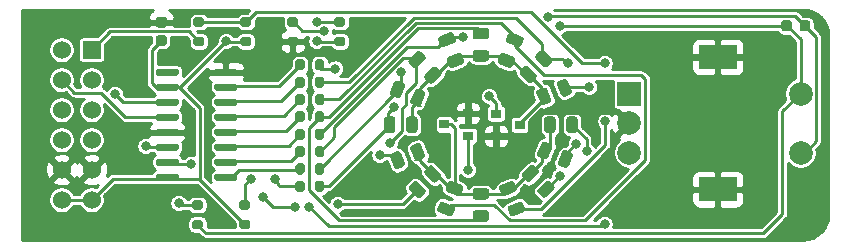
<source format=gtl>
G04 #@! TF.GenerationSoftware,KiCad,Pcbnew,(5.1.9-0-10_14)*
G04 #@! TF.CreationDate,2021-05-04T13:02:15-03:00*
G04 #@! TF.ProjectId,RingPush-PMOD,52696e67-5075-4736-982d-504d4f442e6b,rev?*
G04 #@! TF.SameCoordinates,Original*
G04 #@! TF.FileFunction,Copper,L1,Top*
G04 #@! TF.FilePolarity,Positive*
%FSLAX46Y46*%
G04 Gerber Fmt 4.6, Leading zero omitted, Abs format (unit mm)*
G04 Created by KiCad (PCBNEW (5.1.9-0-10_14)) date 2021-05-04 13:02:15*
%MOMM*%
%LPD*%
G01*
G04 APERTURE LIST*
G04 #@! TA.AperFunction,ComponentPad*
%ADD10R,2.000000X2.000000*%
G04 #@! TD*
G04 #@! TA.AperFunction,ComponentPad*
%ADD11C,2.000000*%
G04 #@! TD*
G04 #@! TA.AperFunction,ComponentPad*
%ADD12R,3.200000X2.000000*%
G04 #@! TD*
G04 #@! TA.AperFunction,ComponentPad*
%ADD13C,1.524000*%
G04 #@! TD*
G04 #@! TA.AperFunction,ComponentPad*
%ADD14R,1.524000X1.524000*%
G04 #@! TD*
G04 #@! TA.AperFunction,SMDPad,CuDef*
%ADD15R,0.900000X0.800000*%
G04 #@! TD*
G04 #@! TA.AperFunction,ViaPad*
%ADD16C,0.800000*%
G04 #@! TD*
G04 #@! TA.AperFunction,Conductor*
%ADD17C,0.250000*%
G04 #@! TD*
G04 #@! TA.AperFunction,Conductor*
%ADD18C,0.100000*%
G04 #@! TD*
G04 APERTURE END LIST*
D10*
X69652500Y-101501000D03*
D11*
X69652500Y-104001000D03*
X69652500Y-106501000D03*
D12*
X77152500Y-98401000D03*
X77152500Y-109601000D03*
D11*
X84152500Y-101501000D03*
X84152500Y-106501000D03*
G04 #@! TA.AperFunction,SMDPad,CuDef*
G36*
G01*
X40889250Y-96691000D02*
X41439250Y-96691000D01*
G75*
G02*
X41639250Y-96891000I0J-200000D01*
G01*
X41639250Y-97291000D01*
G75*
G02*
X41439250Y-97491000I-200000J0D01*
G01*
X40889250Y-97491000D01*
G75*
G02*
X40689250Y-97291000I0J200000D01*
G01*
X40689250Y-96891000D01*
G75*
G02*
X40889250Y-96691000I200000J0D01*
G01*
G37*
G04 #@! TD.AperFunction*
G04 #@! TA.AperFunction,SMDPad,CuDef*
G36*
G01*
X40889250Y-95041000D02*
X41439250Y-95041000D01*
G75*
G02*
X41639250Y-95241000I0J-200000D01*
G01*
X41639250Y-95641000D01*
G75*
G02*
X41439250Y-95841000I-200000J0D01*
G01*
X40889250Y-95841000D01*
G75*
G02*
X40689250Y-95641000I0J200000D01*
G01*
X40689250Y-95241000D01*
G75*
G02*
X40889250Y-95041000I200000J0D01*
G01*
G37*
G04 #@! TD.AperFunction*
G04 #@! TA.AperFunction,SMDPad,CuDef*
G36*
G01*
X31520000Y-108435000D02*
X31520000Y-108735000D01*
G75*
G02*
X31370000Y-108885000I-150000J0D01*
G01*
X29720000Y-108885000D01*
G75*
G02*
X29570000Y-108735000I0J150000D01*
G01*
X29570000Y-108435000D01*
G75*
G02*
X29720000Y-108285000I150000J0D01*
G01*
X31370000Y-108285000D01*
G75*
G02*
X31520000Y-108435000I0J-150000D01*
G01*
G37*
G04 #@! TD.AperFunction*
G04 #@! TA.AperFunction,SMDPad,CuDef*
G36*
G01*
X31520000Y-107165000D02*
X31520000Y-107465000D01*
G75*
G02*
X31370000Y-107615000I-150000J0D01*
G01*
X29720000Y-107615000D01*
G75*
G02*
X29570000Y-107465000I0J150000D01*
G01*
X29570000Y-107165000D01*
G75*
G02*
X29720000Y-107015000I150000J0D01*
G01*
X31370000Y-107015000D01*
G75*
G02*
X31520000Y-107165000I0J-150000D01*
G01*
G37*
G04 #@! TD.AperFunction*
G04 #@! TA.AperFunction,SMDPad,CuDef*
G36*
G01*
X31520000Y-105895000D02*
X31520000Y-106195000D01*
G75*
G02*
X31370000Y-106345000I-150000J0D01*
G01*
X29720000Y-106345000D01*
G75*
G02*
X29570000Y-106195000I0J150000D01*
G01*
X29570000Y-105895000D01*
G75*
G02*
X29720000Y-105745000I150000J0D01*
G01*
X31370000Y-105745000D01*
G75*
G02*
X31520000Y-105895000I0J-150000D01*
G01*
G37*
G04 #@! TD.AperFunction*
G04 #@! TA.AperFunction,SMDPad,CuDef*
G36*
G01*
X31520000Y-104625000D02*
X31520000Y-104925000D01*
G75*
G02*
X31370000Y-105075000I-150000J0D01*
G01*
X29720000Y-105075000D01*
G75*
G02*
X29570000Y-104925000I0J150000D01*
G01*
X29570000Y-104625000D01*
G75*
G02*
X29720000Y-104475000I150000J0D01*
G01*
X31370000Y-104475000D01*
G75*
G02*
X31520000Y-104625000I0J-150000D01*
G01*
G37*
G04 #@! TD.AperFunction*
G04 #@! TA.AperFunction,SMDPad,CuDef*
G36*
G01*
X31520000Y-103355000D02*
X31520000Y-103655000D01*
G75*
G02*
X31370000Y-103805000I-150000J0D01*
G01*
X29720000Y-103805000D01*
G75*
G02*
X29570000Y-103655000I0J150000D01*
G01*
X29570000Y-103355000D01*
G75*
G02*
X29720000Y-103205000I150000J0D01*
G01*
X31370000Y-103205000D01*
G75*
G02*
X31520000Y-103355000I0J-150000D01*
G01*
G37*
G04 #@! TD.AperFunction*
G04 #@! TA.AperFunction,SMDPad,CuDef*
G36*
G01*
X31520000Y-102085000D02*
X31520000Y-102385000D01*
G75*
G02*
X31370000Y-102535000I-150000J0D01*
G01*
X29720000Y-102535000D01*
G75*
G02*
X29570000Y-102385000I0J150000D01*
G01*
X29570000Y-102085000D01*
G75*
G02*
X29720000Y-101935000I150000J0D01*
G01*
X31370000Y-101935000D01*
G75*
G02*
X31520000Y-102085000I0J-150000D01*
G01*
G37*
G04 #@! TD.AperFunction*
G04 #@! TA.AperFunction,SMDPad,CuDef*
G36*
G01*
X31520000Y-100815000D02*
X31520000Y-101115000D01*
G75*
G02*
X31370000Y-101265000I-150000J0D01*
G01*
X29720000Y-101265000D01*
G75*
G02*
X29570000Y-101115000I0J150000D01*
G01*
X29570000Y-100815000D01*
G75*
G02*
X29720000Y-100665000I150000J0D01*
G01*
X31370000Y-100665000D01*
G75*
G02*
X31520000Y-100815000I0J-150000D01*
G01*
G37*
G04 #@! TD.AperFunction*
G04 #@! TA.AperFunction,SMDPad,CuDef*
G36*
G01*
X31520000Y-99545000D02*
X31520000Y-99845000D01*
G75*
G02*
X31370000Y-99995000I-150000J0D01*
G01*
X29720000Y-99995000D01*
G75*
G02*
X29570000Y-99845000I0J150000D01*
G01*
X29570000Y-99545000D01*
G75*
G02*
X29720000Y-99395000I150000J0D01*
G01*
X31370000Y-99395000D01*
G75*
G02*
X31520000Y-99545000I0J-150000D01*
G01*
G37*
G04 #@! TD.AperFunction*
G04 #@! TA.AperFunction,SMDPad,CuDef*
G36*
G01*
X36470000Y-99545000D02*
X36470000Y-99845000D01*
G75*
G02*
X36320000Y-99995000I-150000J0D01*
G01*
X34670000Y-99995000D01*
G75*
G02*
X34520000Y-99845000I0J150000D01*
G01*
X34520000Y-99545000D01*
G75*
G02*
X34670000Y-99395000I150000J0D01*
G01*
X36320000Y-99395000D01*
G75*
G02*
X36470000Y-99545000I0J-150000D01*
G01*
G37*
G04 #@! TD.AperFunction*
G04 #@! TA.AperFunction,SMDPad,CuDef*
G36*
G01*
X36470000Y-100815000D02*
X36470000Y-101115000D01*
G75*
G02*
X36320000Y-101265000I-150000J0D01*
G01*
X34670000Y-101265000D01*
G75*
G02*
X34520000Y-101115000I0J150000D01*
G01*
X34520000Y-100815000D01*
G75*
G02*
X34670000Y-100665000I150000J0D01*
G01*
X36320000Y-100665000D01*
G75*
G02*
X36470000Y-100815000I0J-150000D01*
G01*
G37*
G04 #@! TD.AperFunction*
G04 #@! TA.AperFunction,SMDPad,CuDef*
G36*
G01*
X36470000Y-102085000D02*
X36470000Y-102385000D01*
G75*
G02*
X36320000Y-102535000I-150000J0D01*
G01*
X34670000Y-102535000D01*
G75*
G02*
X34520000Y-102385000I0J150000D01*
G01*
X34520000Y-102085000D01*
G75*
G02*
X34670000Y-101935000I150000J0D01*
G01*
X36320000Y-101935000D01*
G75*
G02*
X36470000Y-102085000I0J-150000D01*
G01*
G37*
G04 #@! TD.AperFunction*
G04 #@! TA.AperFunction,SMDPad,CuDef*
G36*
G01*
X36470000Y-103355000D02*
X36470000Y-103655000D01*
G75*
G02*
X36320000Y-103805000I-150000J0D01*
G01*
X34670000Y-103805000D01*
G75*
G02*
X34520000Y-103655000I0J150000D01*
G01*
X34520000Y-103355000D01*
G75*
G02*
X34670000Y-103205000I150000J0D01*
G01*
X36320000Y-103205000D01*
G75*
G02*
X36470000Y-103355000I0J-150000D01*
G01*
G37*
G04 #@! TD.AperFunction*
G04 #@! TA.AperFunction,SMDPad,CuDef*
G36*
G01*
X36470000Y-104625000D02*
X36470000Y-104925000D01*
G75*
G02*
X36320000Y-105075000I-150000J0D01*
G01*
X34670000Y-105075000D01*
G75*
G02*
X34520000Y-104925000I0J150000D01*
G01*
X34520000Y-104625000D01*
G75*
G02*
X34670000Y-104475000I150000J0D01*
G01*
X36320000Y-104475000D01*
G75*
G02*
X36470000Y-104625000I0J-150000D01*
G01*
G37*
G04 #@! TD.AperFunction*
G04 #@! TA.AperFunction,SMDPad,CuDef*
G36*
G01*
X36470000Y-105895000D02*
X36470000Y-106195000D01*
G75*
G02*
X36320000Y-106345000I-150000J0D01*
G01*
X34670000Y-106345000D01*
G75*
G02*
X34520000Y-106195000I0J150000D01*
G01*
X34520000Y-105895000D01*
G75*
G02*
X34670000Y-105745000I150000J0D01*
G01*
X36320000Y-105745000D01*
G75*
G02*
X36470000Y-105895000I0J-150000D01*
G01*
G37*
G04 #@! TD.AperFunction*
G04 #@! TA.AperFunction,SMDPad,CuDef*
G36*
G01*
X36470000Y-107165000D02*
X36470000Y-107465000D01*
G75*
G02*
X36320000Y-107615000I-150000J0D01*
G01*
X34670000Y-107615000D01*
G75*
G02*
X34520000Y-107465000I0J150000D01*
G01*
X34520000Y-107165000D01*
G75*
G02*
X34670000Y-107015000I150000J0D01*
G01*
X36320000Y-107015000D01*
G75*
G02*
X36470000Y-107165000I0J-150000D01*
G01*
G37*
G04 #@! TD.AperFunction*
G04 #@! TA.AperFunction,SMDPad,CuDef*
G36*
G01*
X36470000Y-108435000D02*
X36470000Y-108735000D01*
G75*
G02*
X36320000Y-108885000I-150000J0D01*
G01*
X34670000Y-108885000D01*
G75*
G02*
X34520000Y-108735000I0J150000D01*
G01*
X34520000Y-108435000D01*
G75*
G02*
X34670000Y-108285000I150000J0D01*
G01*
X36320000Y-108285000D01*
G75*
G02*
X36470000Y-108435000I0J-150000D01*
G01*
G37*
G04 #@! TD.AperFunction*
D13*
X21590000Y-110490000D03*
X24130000Y-110490000D03*
X21590000Y-107950000D03*
X24130000Y-107950000D03*
X21590000Y-105410000D03*
X24130000Y-105410000D03*
X21590000Y-102870000D03*
X24130000Y-102870000D03*
X21590000Y-100330000D03*
X24130000Y-100330000D03*
X21590000Y-97790000D03*
D14*
X24130000Y-97790000D03*
G04 #@! TA.AperFunction,SMDPad,CuDef*
G36*
G01*
X52364006Y-98645271D02*
X51718771Y-99290506D01*
G75*
G02*
X51374057Y-99290506I-172357J172357D01*
G01*
X51029342Y-98945791D01*
G75*
G02*
X51029342Y-98601077I172357J172357D01*
G01*
X51674577Y-97955842D01*
G75*
G02*
X52019291Y-97955842I172357J-172357D01*
G01*
X52364006Y-98300557D01*
G75*
G02*
X52364006Y-98645271I-172357J-172357D01*
G01*
G37*
G04 #@! TD.AperFunction*
G04 #@! TA.AperFunction,SMDPad,CuDef*
G36*
G01*
X53689832Y-99971097D02*
X53044597Y-100616332D01*
G75*
G02*
X52699883Y-100616332I-172357J172357D01*
G01*
X52355168Y-100271617D01*
G75*
G02*
X52355168Y-99926903I172357J172357D01*
G01*
X53000403Y-99281668D01*
G75*
G02*
X53345117Y-99281668I172357J-172357D01*
G01*
X53689832Y-99626383D01*
G75*
G02*
X53689832Y-99971097I-172357J-172357D01*
G01*
G37*
G04 #@! TD.AperFunction*
G04 #@! TA.AperFunction,SMDPad,CuDef*
G36*
G01*
X49857000Y-103683750D02*
X49857000Y-104596250D01*
G75*
G02*
X49613250Y-104840000I-243750J0D01*
G01*
X49125750Y-104840000D01*
G75*
G02*
X48882000Y-104596250I0J243750D01*
G01*
X48882000Y-103683750D01*
G75*
G02*
X49125750Y-103440000I243750J0D01*
G01*
X49613250Y-103440000D01*
G75*
G02*
X49857000Y-103683750I0J-243750D01*
G01*
G37*
G04 #@! TD.AperFunction*
G04 #@! TA.AperFunction,SMDPad,CuDef*
G36*
G01*
X51732000Y-103683750D02*
X51732000Y-104596250D01*
G75*
G02*
X51488250Y-104840000I-243750J0D01*
G01*
X51000750Y-104840000D01*
G75*
G02*
X50757000Y-104596250I0J243750D01*
G01*
X50757000Y-103683750D01*
G75*
G02*
X51000750Y-103440000I243750J0D01*
G01*
X51488250Y-103440000D01*
G75*
G02*
X51732000Y-103683750I0J-243750D01*
G01*
G37*
G04 #@! TD.AperFunction*
G04 #@! TA.AperFunction,SMDPad,CuDef*
G36*
G01*
X52377491Y-101619038D02*
X52028292Y-102462078D01*
G75*
G02*
X51709817Y-102593995I-225196J93279D01*
G01*
X51259426Y-102407437D01*
G75*
G02*
X51127509Y-102088962I93279J225196D01*
G01*
X51476708Y-101245922D01*
G75*
G02*
X51795183Y-101114005I225196J-93279D01*
G01*
X52245574Y-101300563D01*
G75*
G02*
X52377491Y-101619038I-93279J-225196D01*
G01*
G37*
G04 #@! TD.AperFunction*
G04 #@! TA.AperFunction,SMDPad,CuDef*
G36*
G01*
X50645217Y-100901506D02*
X50296018Y-101744546D01*
G75*
G02*
X49977543Y-101876463I-225196J93279D01*
G01*
X49527152Y-101689905D01*
G75*
G02*
X49395235Y-101371430I93279J225196D01*
G01*
X49744434Y-100528390D01*
G75*
G02*
X50062909Y-100396473I225196J-93279D01*
G01*
X50513300Y-100583031D01*
G75*
G02*
X50645217Y-100901506I-93279J-225196D01*
G01*
G37*
G04 #@! TD.AperFunction*
G04 #@! TA.AperFunction,SMDPad,CuDef*
G36*
G01*
X55535578Y-98954792D02*
X54692538Y-99303991D01*
G75*
G02*
X54374063Y-99172074I-93279J225196D01*
G01*
X54187505Y-98721683D01*
G75*
G02*
X54319422Y-98403208I225196J93279D01*
G01*
X55162462Y-98054009D01*
G75*
G02*
X55480937Y-98185926I93279J-225196D01*
G01*
X55667495Y-98636317D01*
G75*
G02*
X55535578Y-98954792I-225196J-93279D01*
G01*
G37*
G04 #@! TD.AperFunction*
G04 #@! TA.AperFunction,SMDPad,CuDef*
G36*
G01*
X54818046Y-97222518D02*
X53975006Y-97571717D01*
G75*
G02*
X53656531Y-97439800I-93279J225196D01*
G01*
X53469973Y-96989409D01*
G75*
G02*
X53601890Y-96670934I225196J93279D01*
G01*
X54444930Y-96321735D01*
G75*
G02*
X54763405Y-96453652I93279J-225196D01*
G01*
X54949963Y-96904043D01*
G75*
G02*
X54818046Y-97222518I-225196J-93279D01*
G01*
G37*
G04 #@! TD.AperFunction*
G04 #@! TA.AperFunction,SMDPad,CuDef*
G36*
G01*
X57542750Y-96910500D02*
X56630250Y-96910500D01*
G75*
G02*
X56386500Y-96666750I0J243750D01*
G01*
X56386500Y-96179250D01*
G75*
G02*
X56630250Y-95935500I243750J0D01*
G01*
X57542750Y-95935500D01*
G75*
G02*
X57786500Y-96179250I0J-243750D01*
G01*
X57786500Y-96666750D01*
G75*
G02*
X57542750Y-96910500I-243750J0D01*
G01*
G37*
G04 #@! TD.AperFunction*
G04 #@! TA.AperFunction,SMDPad,CuDef*
G36*
G01*
X57542750Y-98785500D02*
X56630250Y-98785500D01*
G75*
G02*
X56386500Y-98541750I0J243750D01*
G01*
X56386500Y-98054250D01*
G75*
G02*
X56630250Y-97810500I243750J0D01*
G01*
X57542750Y-97810500D01*
G75*
G02*
X57786500Y-98054250I0J-243750D01*
G01*
X57786500Y-98541750D01*
G75*
G02*
X57542750Y-98785500I-243750J0D01*
G01*
G37*
G04 #@! TD.AperFunction*
G04 #@! TA.AperFunction,SMDPad,CuDef*
G36*
G01*
X59480462Y-99303991D02*
X58637422Y-98954792D01*
G75*
G02*
X58505505Y-98636317I93279J225196D01*
G01*
X58692063Y-98185926D01*
G75*
G02*
X59010538Y-98054009I225196J-93279D01*
G01*
X59853578Y-98403208D01*
G75*
G02*
X59985495Y-98721683I-93279J-225196D01*
G01*
X59798937Y-99172074D01*
G75*
G02*
X59480462Y-99303991I-225196J93279D01*
G01*
G37*
G04 #@! TD.AperFunction*
G04 #@! TA.AperFunction,SMDPad,CuDef*
G36*
G01*
X60197994Y-97571717D02*
X59354954Y-97222518D01*
G75*
G02*
X59223037Y-96904043I93279J225196D01*
G01*
X59409595Y-96453652D01*
G75*
G02*
X59728070Y-96321735I225196J-93279D01*
G01*
X60571110Y-96670934D01*
G75*
G02*
X60703027Y-96989409I-93279J-225196D01*
G01*
X60516469Y-97439800D01*
G75*
G02*
X60197994Y-97571717I-225196J93279D01*
G01*
G37*
G04 #@! TD.AperFunction*
G04 #@! TA.AperFunction,SMDPad,CuDef*
G36*
G01*
X62398403Y-99219332D02*
X61753168Y-98574097D01*
G75*
G02*
X61753168Y-98229383I172357J172357D01*
G01*
X62097883Y-97884668D01*
G75*
G02*
X62442597Y-97884668I172357J-172357D01*
G01*
X63087832Y-98529903D01*
G75*
G02*
X63087832Y-98874617I-172357J-172357D01*
G01*
X62743117Y-99219332D01*
G75*
G02*
X62398403Y-99219332I-172357J172357D01*
G01*
G37*
G04 #@! TD.AperFunction*
G04 #@! TA.AperFunction,SMDPad,CuDef*
G36*
G01*
X61072577Y-100545158D02*
X60427342Y-99899923D01*
G75*
G02*
X60427342Y-99555209I172357J172357D01*
G01*
X60772057Y-99210494D01*
G75*
G02*
X61116771Y-99210494I172357J-172357D01*
G01*
X61762006Y-99855729D01*
G75*
G02*
X61762006Y-100200443I-172357J-172357D01*
G01*
X61417291Y-100545158D01*
G75*
G02*
X61072577Y-100545158I-172357J172357D01*
G01*
G37*
G04 #@! TD.AperFunction*
G04 #@! TA.AperFunction,SMDPad,CuDef*
G36*
G01*
X62144708Y-102335078D02*
X61795509Y-101492038D01*
G75*
G02*
X61927426Y-101173563I225196J93279D01*
G01*
X62377817Y-100987005D01*
G75*
G02*
X62696292Y-101118922I93279J-225196D01*
G01*
X63045491Y-101961962D01*
G75*
G02*
X62913574Y-102280437I-225196J-93279D01*
G01*
X62463183Y-102466995D01*
G75*
G02*
X62144708Y-102335078I-93279J225196D01*
G01*
G37*
G04 #@! TD.AperFunction*
G04 #@! TA.AperFunction,SMDPad,CuDef*
G36*
G01*
X63876982Y-101617546D02*
X63527783Y-100774506D01*
G75*
G02*
X63659700Y-100456031I225196J93279D01*
G01*
X64110091Y-100269473D01*
G75*
G02*
X64428566Y-100401390I93279J-225196D01*
G01*
X64777765Y-101244430D01*
G75*
G02*
X64645848Y-101562905I-225196J-93279D01*
G01*
X64195457Y-101749463D01*
G75*
G02*
X63876982Y-101617546I-93279J225196D01*
G01*
G37*
G04 #@! TD.AperFunction*
G04 #@! TA.AperFunction,SMDPad,CuDef*
G36*
G01*
X43834000Y-109071997D02*
X43834000Y-109621997D01*
G75*
G02*
X43634000Y-109821997I-200000J0D01*
G01*
X43234000Y-109821997D01*
G75*
G02*
X43034000Y-109621997I0J200000D01*
G01*
X43034000Y-109071997D01*
G75*
G02*
X43234000Y-108871997I200000J0D01*
G01*
X43634000Y-108871997D01*
G75*
G02*
X43834000Y-109071997I0J-200000D01*
G01*
G37*
G04 #@! TD.AperFunction*
G04 #@! TA.AperFunction,SMDPad,CuDef*
G36*
G01*
X42184000Y-109071997D02*
X42184000Y-109621997D01*
G75*
G02*
X41984000Y-109821997I-200000J0D01*
G01*
X41584000Y-109821997D01*
G75*
G02*
X41384000Y-109621997I0J200000D01*
G01*
X41384000Y-109071997D01*
G75*
G02*
X41584000Y-108871997I200000J0D01*
G01*
X41984000Y-108871997D01*
G75*
G02*
X42184000Y-109071997I0J-200000D01*
G01*
G37*
G04 #@! TD.AperFunction*
G04 #@! TA.AperFunction,SMDPad,CuDef*
G36*
G01*
X43834000Y-107602426D02*
X43834000Y-108152426D01*
G75*
G02*
X43634000Y-108352426I-200000J0D01*
G01*
X43234000Y-108352426D01*
G75*
G02*
X43034000Y-108152426I0J200000D01*
G01*
X43034000Y-107602426D01*
G75*
G02*
X43234000Y-107402426I200000J0D01*
G01*
X43634000Y-107402426D01*
G75*
G02*
X43834000Y-107602426I0J-200000D01*
G01*
G37*
G04 #@! TD.AperFunction*
G04 #@! TA.AperFunction,SMDPad,CuDef*
G36*
G01*
X42184000Y-107602426D02*
X42184000Y-108152426D01*
G75*
G02*
X41984000Y-108352426I-200000J0D01*
G01*
X41584000Y-108352426D01*
G75*
G02*
X41384000Y-108152426I0J200000D01*
G01*
X41384000Y-107602426D01*
G75*
G02*
X41584000Y-107402426I200000J0D01*
G01*
X41984000Y-107402426D01*
G75*
G02*
X42184000Y-107602426I0J-200000D01*
G01*
G37*
G04 #@! TD.AperFunction*
G04 #@! TA.AperFunction,SMDPad,CuDef*
G36*
G01*
X42184000Y-106132855D02*
X42184000Y-106682855D01*
G75*
G02*
X41984000Y-106882855I-200000J0D01*
G01*
X41584000Y-106882855D01*
G75*
G02*
X41384000Y-106682855I0J200000D01*
G01*
X41384000Y-106132855D01*
G75*
G02*
X41584000Y-105932855I200000J0D01*
G01*
X41984000Y-105932855D01*
G75*
G02*
X42184000Y-106132855I0J-200000D01*
G01*
G37*
G04 #@! TD.AperFunction*
G04 #@! TA.AperFunction,SMDPad,CuDef*
G36*
G01*
X43834000Y-106132855D02*
X43834000Y-106682855D01*
G75*
G02*
X43634000Y-106882855I-200000J0D01*
G01*
X43234000Y-106882855D01*
G75*
G02*
X43034000Y-106682855I0J200000D01*
G01*
X43034000Y-106132855D01*
G75*
G02*
X43234000Y-105932855I200000J0D01*
G01*
X43634000Y-105932855D01*
G75*
G02*
X43834000Y-106132855I0J-200000D01*
G01*
G37*
G04 #@! TD.AperFunction*
G04 #@! TA.AperFunction,SMDPad,CuDef*
G36*
G01*
X43834000Y-104663284D02*
X43834000Y-105213284D01*
G75*
G02*
X43634000Y-105413284I-200000J0D01*
G01*
X43234000Y-105413284D01*
G75*
G02*
X43034000Y-105213284I0J200000D01*
G01*
X43034000Y-104663284D01*
G75*
G02*
X43234000Y-104463284I200000J0D01*
G01*
X43634000Y-104463284D01*
G75*
G02*
X43834000Y-104663284I0J-200000D01*
G01*
G37*
G04 #@! TD.AperFunction*
G04 #@! TA.AperFunction,SMDPad,CuDef*
G36*
G01*
X42184000Y-104663284D02*
X42184000Y-105213284D01*
G75*
G02*
X41984000Y-105413284I-200000J0D01*
G01*
X41584000Y-105413284D01*
G75*
G02*
X41384000Y-105213284I0J200000D01*
G01*
X41384000Y-104663284D01*
G75*
G02*
X41584000Y-104463284I200000J0D01*
G01*
X41984000Y-104463284D01*
G75*
G02*
X42184000Y-104663284I0J-200000D01*
G01*
G37*
G04 #@! TD.AperFunction*
G04 #@! TA.AperFunction,SMDPad,CuDef*
G36*
G01*
X42184000Y-103193713D02*
X42184000Y-103743713D01*
G75*
G02*
X41984000Y-103943713I-200000J0D01*
G01*
X41584000Y-103943713D01*
G75*
G02*
X41384000Y-103743713I0J200000D01*
G01*
X41384000Y-103193713D01*
G75*
G02*
X41584000Y-102993713I200000J0D01*
G01*
X41984000Y-102993713D01*
G75*
G02*
X42184000Y-103193713I0J-200000D01*
G01*
G37*
G04 #@! TD.AperFunction*
G04 #@! TA.AperFunction,SMDPad,CuDef*
G36*
G01*
X43834000Y-103193713D02*
X43834000Y-103743713D01*
G75*
G02*
X43634000Y-103943713I-200000J0D01*
G01*
X43234000Y-103943713D01*
G75*
G02*
X43034000Y-103743713I0J200000D01*
G01*
X43034000Y-103193713D01*
G75*
G02*
X43234000Y-102993713I200000J0D01*
G01*
X43634000Y-102993713D01*
G75*
G02*
X43834000Y-103193713I0J-200000D01*
G01*
G37*
G04 #@! TD.AperFunction*
G04 #@! TA.AperFunction,SMDPad,CuDef*
G36*
G01*
X43834000Y-101724142D02*
X43834000Y-102274142D01*
G75*
G02*
X43634000Y-102474142I-200000J0D01*
G01*
X43234000Y-102474142D01*
G75*
G02*
X43034000Y-102274142I0J200000D01*
G01*
X43034000Y-101724142D01*
G75*
G02*
X43234000Y-101524142I200000J0D01*
G01*
X43634000Y-101524142D01*
G75*
G02*
X43834000Y-101724142I0J-200000D01*
G01*
G37*
G04 #@! TD.AperFunction*
G04 #@! TA.AperFunction,SMDPad,CuDef*
G36*
G01*
X42184000Y-101724142D02*
X42184000Y-102274142D01*
G75*
G02*
X41984000Y-102474142I-200000J0D01*
G01*
X41584000Y-102474142D01*
G75*
G02*
X41384000Y-102274142I0J200000D01*
G01*
X41384000Y-101724142D01*
G75*
G02*
X41584000Y-101524142I200000J0D01*
G01*
X41984000Y-101524142D01*
G75*
G02*
X42184000Y-101724142I0J-200000D01*
G01*
G37*
G04 #@! TD.AperFunction*
G04 #@! TA.AperFunction,SMDPad,CuDef*
G36*
G01*
X42184000Y-100254571D02*
X42184000Y-100804571D01*
G75*
G02*
X41984000Y-101004571I-200000J0D01*
G01*
X41584000Y-101004571D01*
G75*
G02*
X41384000Y-100804571I0J200000D01*
G01*
X41384000Y-100254571D01*
G75*
G02*
X41584000Y-100054571I200000J0D01*
G01*
X41984000Y-100054571D01*
G75*
G02*
X42184000Y-100254571I0J-200000D01*
G01*
G37*
G04 #@! TD.AperFunction*
G04 #@! TA.AperFunction,SMDPad,CuDef*
G36*
G01*
X43834000Y-100254571D02*
X43834000Y-100804571D01*
G75*
G02*
X43634000Y-101004571I-200000J0D01*
G01*
X43234000Y-101004571D01*
G75*
G02*
X43034000Y-100804571I0J200000D01*
G01*
X43034000Y-100254571D01*
G75*
G02*
X43234000Y-100054571I200000J0D01*
G01*
X43634000Y-100054571D01*
G75*
G02*
X43834000Y-100254571I0J-200000D01*
G01*
G37*
G04 #@! TD.AperFunction*
G04 #@! TA.AperFunction,SMDPad,CuDef*
G36*
G01*
X42184000Y-98785000D02*
X42184000Y-99335000D01*
G75*
G02*
X41984000Y-99535000I-200000J0D01*
G01*
X41584000Y-99535000D01*
G75*
G02*
X41384000Y-99335000I0J200000D01*
G01*
X41384000Y-98785000D01*
G75*
G02*
X41584000Y-98585000I200000J0D01*
G01*
X41984000Y-98585000D01*
G75*
G02*
X42184000Y-98785000I0J-200000D01*
G01*
G37*
G04 #@! TD.AperFunction*
G04 #@! TA.AperFunction,SMDPad,CuDef*
G36*
G01*
X43834000Y-98785000D02*
X43834000Y-99335000D01*
G75*
G02*
X43634000Y-99535000I-200000J0D01*
G01*
X43234000Y-99535000D01*
G75*
G02*
X43034000Y-99335000I0J200000D01*
G01*
X43034000Y-98785000D01*
G75*
G02*
X43234000Y-98585000I200000J0D01*
G01*
X43634000Y-98585000D01*
G75*
G02*
X43834000Y-98785000I0J-200000D01*
G01*
G37*
G04 #@! TD.AperFunction*
G04 #@! TA.AperFunction,SMDPad,CuDef*
G36*
G01*
X32919750Y-95041000D02*
X33469750Y-95041000D01*
G75*
G02*
X33669750Y-95241000I0J-200000D01*
G01*
X33669750Y-95641000D01*
G75*
G02*
X33469750Y-95841000I-200000J0D01*
G01*
X32919750Y-95841000D01*
G75*
G02*
X32719750Y-95641000I0J200000D01*
G01*
X32719750Y-95241000D01*
G75*
G02*
X32919750Y-95041000I200000J0D01*
G01*
G37*
G04 #@! TD.AperFunction*
G04 #@! TA.AperFunction,SMDPad,CuDef*
G36*
G01*
X32919750Y-96691000D02*
X33469750Y-96691000D01*
G75*
G02*
X33669750Y-96891000I0J-200000D01*
G01*
X33669750Y-97291000D01*
G75*
G02*
X33469750Y-97491000I-200000J0D01*
G01*
X32919750Y-97491000D01*
G75*
G02*
X32719750Y-97291000I0J200000D01*
G01*
X32719750Y-96891000D01*
G75*
G02*
X32919750Y-96691000I200000J0D01*
G01*
G37*
G04 #@! TD.AperFunction*
G04 #@! TA.AperFunction,SMDPad,CuDef*
G36*
G01*
X45424000Y-97491000D02*
X44874000Y-97491000D01*
G75*
G02*
X44674000Y-97291000I0J200000D01*
G01*
X44674000Y-96891000D01*
G75*
G02*
X44874000Y-96691000I200000J0D01*
G01*
X45424000Y-96691000D01*
G75*
G02*
X45624000Y-96891000I0J-200000D01*
G01*
X45624000Y-97291000D01*
G75*
G02*
X45424000Y-97491000I-200000J0D01*
G01*
G37*
G04 #@! TD.AperFunction*
G04 #@! TA.AperFunction,SMDPad,CuDef*
G36*
G01*
X45424000Y-95841000D02*
X44874000Y-95841000D01*
G75*
G02*
X44674000Y-95641000I0J200000D01*
G01*
X44674000Y-95241000D01*
G75*
G02*
X44874000Y-95041000I200000J0D01*
G01*
X45424000Y-95041000D01*
G75*
G02*
X45624000Y-95241000I0J-200000D01*
G01*
X45624000Y-95641000D01*
G75*
G02*
X45424000Y-95841000I-200000J0D01*
G01*
G37*
G04 #@! TD.AperFunction*
G04 #@! TA.AperFunction,SMDPad,CuDef*
G36*
G01*
X33371200Y-111335000D02*
X32821200Y-111335000D01*
G75*
G02*
X32621200Y-111135000I0J200000D01*
G01*
X32621200Y-110735000D01*
G75*
G02*
X32821200Y-110535000I200000J0D01*
G01*
X33371200Y-110535000D01*
G75*
G02*
X33571200Y-110735000I0J-200000D01*
G01*
X33571200Y-111135000D01*
G75*
G02*
X33371200Y-111335000I-200000J0D01*
G01*
G37*
G04 #@! TD.AperFunction*
G04 #@! TA.AperFunction,SMDPad,CuDef*
G36*
G01*
X33371200Y-112985000D02*
X32821200Y-112985000D01*
G75*
G02*
X32621200Y-112785000I0J200000D01*
G01*
X32621200Y-112385000D01*
G75*
G02*
X32821200Y-112185000I200000J0D01*
G01*
X33371200Y-112185000D01*
G75*
G02*
X33571200Y-112385000I0J-200000D01*
G01*
X33571200Y-112785000D01*
G75*
G02*
X33371200Y-112985000I-200000J0D01*
G01*
G37*
G04 #@! TD.AperFunction*
G04 #@! TA.AperFunction,SMDPad,CuDef*
G36*
G01*
X37384400Y-112985000D02*
X36834400Y-112985000D01*
G75*
G02*
X36634400Y-112785000I0J200000D01*
G01*
X36634400Y-112385000D01*
G75*
G02*
X36834400Y-112185000I200000J0D01*
G01*
X37384400Y-112185000D01*
G75*
G02*
X37584400Y-112385000I0J-200000D01*
G01*
X37584400Y-112785000D01*
G75*
G02*
X37384400Y-112985000I-200000J0D01*
G01*
G37*
G04 #@! TD.AperFunction*
G04 #@! TA.AperFunction,SMDPad,CuDef*
G36*
G01*
X37384400Y-111335000D02*
X36834400Y-111335000D01*
G75*
G02*
X36634400Y-111135000I0J200000D01*
G01*
X36634400Y-110735000D01*
G75*
G02*
X36834400Y-110535000I200000J0D01*
G01*
X37384400Y-110535000D01*
G75*
G02*
X37584400Y-110735000I0J-200000D01*
G01*
X37584400Y-111135000D01*
G75*
G02*
X37384400Y-111335000I-200000J0D01*
G01*
G37*
G04 #@! TD.AperFunction*
G04 #@! TA.AperFunction,SMDPad,CuDef*
G36*
G01*
X37454500Y-97491000D02*
X36904500Y-97491000D01*
G75*
G02*
X36704500Y-97291000I0J200000D01*
G01*
X36704500Y-96891000D01*
G75*
G02*
X36904500Y-96691000I200000J0D01*
G01*
X37454500Y-96691000D01*
G75*
G02*
X37654500Y-96891000I0J-200000D01*
G01*
X37654500Y-97291000D01*
G75*
G02*
X37454500Y-97491000I-200000J0D01*
G01*
G37*
G04 #@! TD.AperFunction*
G04 #@! TA.AperFunction,SMDPad,CuDef*
G36*
G01*
X37454500Y-95841000D02*
X36904500Y-95841000D01*
G75*
G02*
X36704500Y-95641000I0J200000D01*
G01*
X36704500Y-95241000D01*
G75*
G02*
X36904500Y-95041000I200000J0D01*
G01*
X37454500Y-95041000D01*
G75*
G02*
X37654500Y-95241000I0J-200000D01*
G01*
X37654500Y-95641000D01*
G75*
G02*
X37454500Y-95841000I-200000J0D01*
G01*
G37*
G04 #@! TD.AperFunction*
G04 #@! TA.AperFunction,SMDPad,CuDef*
G36*
G01*
X30290000Y-95915000D02*
X29790000Y-95915000D01*
G75*
G02*
X29565000Y-95690000I0J225000D01*
G01*
X29565000Y-95240000D01*
G75*
G02*
X29790000Y-95015000I225000J0D01*
G01*
X30290000Y-95015000D01*
G75*
G02*
X30515000Y-95240000I0J-225000D01*
G01*
X30515000Y-95690000D01*
G75*
G02*
X30290000Y-95915000I-225000J0D01*
G01*
G37*
G04 #@! TD.AperFunction*
G04 #@! TA.AperFunction,SMDPad,CuDef*
G36*
G01*
X30290000Y-97465000D02*
X29790000Y-97465000D01*
G75*
G02*
X29565000Y-97240000I0J225000D01*
G01*
X29565000Y-96790000D01*
G75*
G02*
X29790000Y-96565000I225000J0D01*
G01*
X30290000Y-96565000D01*
G75*
G02*
X30515000Y-96790000I0J-225000D01*
G01*
X30515000Y-97240000D01*
G75*
G02*
X30290000Y-97465000I-225000J0D01*
G01*
G37*
G04 #@! TD.AperFunction*
G04 #@! TA.AperFunction,SMDPad,CuDef*
G36*
G01*
X64316000Y-104596250D02*
X64316000Y-103683750D01*
G75*
G02*
X64559750Y-103440000I243750J0D01*
G01*
X65047250Y-103440000D01*
G75*
G02*
X65291000Y-103683750I0J-243750D01*
G01*
X65291000Y-104596250D01*
G75*
G02*
X65047250Y-104840000I-243750J0D01*
G01*
X64559750Y-104840000D01*
G75*
G02*
X64316000Y-104596250I0J243750D01*
G01*
G37*
G04 #@! TD.AperFunction*
G04 #@! TA.AperFunction,SMDPad,CuDef*
G36*
G01*
X62441000Y-104596250D02*
X62441000Y-103683750D01*
G75*
G02*
X62684750Y-103440000I243750J0D01*
G01*
X63172250Y-103440000D01*
G75*
G02*
X63416000Y-103683750I0J-243750D01*
G01*
X63416000Y-104596250D01*
G75*
G02*
X63172250Y-104840000I-243750J0D01*
G01*
X62684750Y-104840000D01*
G75*
G02*
X62441000Y-104596250I0J243750D01*
G01*
G37*
G04 #@! TD.AperFunction*
G04 #@! TA.AperFunction,SMDPad,CuDef*
G36*
G01*
X61881872Y-106556196D02*
X62231071Y-105713156D01*
G75*
G02*
X62549546Y-105581239I225196J-93279D01*
G01*
X62999937Y-105767797D01*
G75*
G02*
X63131854Y-106086272I-93279J-225196D01*
G01*
X62782655Y-106929312D01*
G75*
G02*
X62464180Y-107061229I-225196J93279D01*
G01*
X62013789Y-106874671D01*
G75*
G02*
X61881872Y-106556196I93279J225196D01*
G01*
G37*
G04 #@! TD.AperFunction*
G04 #@! TA.AperFunction,SMDPad,CuDef*
G36*
G01*
X63614146Y-107273728D02*
X63963345Y-106430688D01*
G75*
G02*
X64281820Y-106298771I225196J-93279D01*
G01*
X64732211Y-106485329D01*
G75*
G02*
X64864128Y-106803804I-93279J-225196D01*
G01*
X64514929Y-107646844D01*
G75*
G02*
X64196454Y-107778761I-225196J93279D01*
G01*
X63746063Y-107592203D01*
G75*
G02*
X63614146Y-107273728I93279J225196D01*
G01*
G37*
G04 #@! TD.AperFunction*
G04 #@! TA.AperFunction,SMDPad,CuDef*
G36*
G01*
X61935994Y-109571229D02*
X62581229Y-108925994D01*
G75*
G02*
X62925943Y-108925994I172357J-172357D01*
G01*
X63270658Y-109270709D01*
G75*
G02*
X63270658Y-109615423I-172357J-172357D01*
G01*
X62625423Y-110260658D01*
G75*
G02*
X62280709Y-110260658I-172357J172357D01*
G01*
X61935994Y-109915943D01*
G75*
G02*
X61935994Y-109571229I172357J172357D01*
G01*
G37*
G04 #@! TD.AperFunction*
G04 #@! TA.AperFunction,SMDPad,CuDef*
G36*
G01*
X60610168Y-108245403D02*
X61255403Y-107600168D01*
G75*
G02*
X61600117Y-107600168I172357J-172357D01*
G01*
X61944832Y-107944883D01*
G75*
G02*
X61944832Y-108289597I-172357J-172357D01*
G01*
X61299597Y-108934832D01*
G75*
G02*
X60954883Y-108934832I-172357J172357D01*
G01*
X60610168Y-108590117D01*
G75*
G02*
X60610168Y-108245403I172357J172357D01*
G01*
G37*
G04 #@! TD.AperFunction*
G04 #@! TA.AperFunction,SMDPad,CuDef*
G36*
G01*
X58764422Y-109261708D02*
X59607462Y-108912509D01*
G75*
G02*
X59925937Y-109044426I93279J-225196D01*
G01*
X60112495Y-109494817D01*
G75*
G02*
X59980578Y-109813292I-225196J-93279D01*
G01*
X59137538Y-110162491D01*
G75*
G02*
X58819063Y-110030574I-93279J225196D01*
G01*
X58632505Y-109580183D01*
G75*
G02*
X58764422Y-109261708I225196J93279D01*
G01*
G37*
G04 #@! TD.AperFunction*
G04 #@! TA.AperFunction,SMDPad,CuDef*
G36*
G01*
X59481954Y-110993982D02*
X60324994Y-110644783D01*
G75*
G02*
X60643469Y-110776700I93279J-225196D01*
G01*
X60830027Y-111227091D01*
G75*
G02*
X60698110Y-111545566I-225196J-93279D01*
G01*
X59855070Y-111894765D01*
G75*
G02*
X59536595Y-111762848I-93279J225196D01*
G01*
X59350037Y-111312457D01*
G75*
G02*
X59481954Y-110993982I225196J93279D01*
G01*
G37*
G04 #@! TD.AperFunction*
G04 #@! TA.AperFunction,SMDPad,CuDef*
G36*
G01*
X56630250Y-111369500D02*
X57542750Y-111369500D01*
G75*
G02*
X57786500Y-111613250I0J-243750D01*
G01*
X57786500Y-112100750D01*
G75*
G02*
X57542750Y-112344500I-243750J0D01*
G01*
X56630250Y-112344500D01*
G75*
G02*
X56386500Y-112100750I0J243750D01*
G01*
X56386500Y-111613250D01*
G75*
G02*
X56630250Y-111369500I243750J0D01*
G01*
G37*
G04 #@! TD.AperFunction*
G04 #@! TA.AperFunction,SMDPad,CuDef*
G36*
G01*
X56630250Y-109494500D02*
X57542750Y-109494500D01*
G75*
G02*
X57786500Y-109738250I0J-243750D01*
G01*
X57786500Y-110225750D01*
G75*
G02*
X57542750Y-110469500I-243750J0D01*
G01*
X56630250Y-110469500D01*
G75*
G02*
X56386500Y-110225750I0J243750D01*
G01*
X56386500Y-109738250D01*
G75*
G02*
X56630250Y-109494500I243750J0D01*
G01*
G37*
G04 #@! TD.AperFunction*
G04 #@! TA.AperFunction,SMDPad,CuDef*
G36*
G01*
X54629038Y-108912509D02*
X55472078Y-109261708D01*
G75*
G02*
X55603995Y-109580183I-93279J-225196D01*
G01*
X55417437Y-110030574D01*
G75*
G02*
X55098962Y-110162491I-225196J93279D01*
G01*
X54255922Y-109813292D01*
G75*
G02*
X54124005Y-109494817I93279J225196D01*
G01*
X54310563Y-109044426D01*
G75*
G02*
X54629038Y-108912509I225196J-93279D01*
G01*
G37*
G04 #@! TD.AperFunction*
G04 #@! TA.AperFunction,SMDPad,CuDef*
G36*
G01*
X53911506Y-110644783D02*
X54754546Y-110993982D01*
G75*
G02*
X54886463Y-111312457I-93279J-225196D01*
G01*
X54699905Y-111762848D01*
G75*
G02*
X54381430Y-111894765I-225196J93279D01*
G01*
X53538390Y-111545566D01*
G75*
G02*
X53406473Y-111227091I93279J225196D01*
G01*
X53593031Y-110776700D01*
G75*
G02*
X53911506Y-110644783I225196J-93279D01*
G01*
G37*
G04 #@! TD.AperFunction*
G04 #@! TA.AperFunction,SMDPad,CuDef*
G36*
G01*
X51718771Y-108961581D02*
X52364006Y-109606816D01*
G75*
G02*
X52364006Y-109951530I-172357J-172357D01*
G01*
X52019291Y-110296245D01*
G75*
G02*
X51674577Y-110296245I-172357J172357D01*
G01*
X51029342Y-109651010D01*
G75*
G02*
X51029342Y-109306296I172357J172357D01*
G01*
X51374057Y-108961581D01*
G75*
G02*
X51718771Y-108961581I172357J-172357D01*
G01*
G37*
G04 #@! TD.AperFunction*
G04 #@! TA.AperFunction,SMDPad,CuDef*
G36*
G01*
X53044597Y-107635755D02*
X53689832Y-108280990D01*
G75*
G02*
X53689832Y-108625704I-172357J-172357D01*
G01*
X53345117Y-108970419D01*
G75*
G02*
X53000403Y-108970419I-172357J172357D01*
G01*
X52355168Y-108325184D01*
G75*
G02*
X52355168Y-107980470I172357J172357D01*
G01*
X52699883Y-107635755D01*
G75*
G02*
X53044597Y-107635755I172357J-172357D01*
G01*
G37*
G04 #@! TD.AperFunction*
G04 #@! TA.AperFunction,SMDPad,CuDef*
G36*
G01*
X52028292Y-105817922D02*
X52377491Y-106660962D01*
G75*
G02*
X52245574Y-106979437I-225196J-93279D01*
G01*
X51795183Y-107165995D01*
G75*
G02*
X51476708Y-107034078I-93279J225196D01*
G01*
X51127509Y-106191038D01*
G75*
G02*
X51259426Y-105872563I225196J93279D01*
G01*
X51709817Y-105686005D01*
G75*
G02*
X52028292Y-105817922I93279J-225196D01*
G01*
G37*
G04 #@! TD.AperFunction*
G04 #@! TA.AperFunction,SMDPad,CuDef*
G36*
G01*
X50296018Y-106535454D02*
X50645217Y-107378494D01*
G75*
G02*
X50513300Y-107696969I-225196J-93279D01*
G01*
X50062909Y-107883527D01*
G75*
G02*
X49744434Y-107751610I-93279J225196D01*
G01*
X49395235Y-106908570D01*
G75*
G02*
X49527152Y-106590095I225196J93279D01*
G01*
X49977543Y-106403537D01*
G75*
G02*
X50296018Y-106535454I93279J-225196D01*
G01*
G37*
G04 #@! TD.AperFunction*
D15*
X58372500Y-103190000D03*
X58372500Y-105090000D03*
X60372500Y-104140000D03*
X54001501Y-104115001D03*
X56001501Y-103165001D03*
X56001501Y-105065001D03*
G04 #@! TA.AperFunction,SMDPad,CuDef*
G36*
G01*
X84968500Y-95508000D02*
X84968500Y-96008000D01*
G75*
G02*
X84743500Y-96233000I-225000J0D01*
G01*
X84293500Y-96233000D01*
G75*
G02*
X84068500Y-96008000I0J225000D01*
G01*
X84068500Y-95508000D01*
G75*
G02*
X84293500Y-95283000I225000J0D01*
G01*
X84743500Y-95283000D01*
G75*
G02*
X84968500Y-95508000I0J-225000D01*
G01*
G37*
G04 #@! TD.AperFunction*
G04 #@! TA.AperFunction,SMDPad,CuDef*
G36*
G01*
X83418500Y-95508000D02*
X83418500Y-96008000D01*
G75*
G02*
X83193500Y-96233000I-225000J0D01*
G01*
X82743500Y-96233000D01*
G75*
G02*
X82518500Y-96008000I0J225000D01*
G01*
X82518500Y-95508000D01*
G75*
G02*
X82743500Y-95283000I225000J0D01*
G01*
X83193500Y-95283000D01*
G75*
G02*
X83418500Y-95508000I0J-225000D01*
G01*
G37*
G04 #@! TD.AperFunction*
D16*
X55308500Y-100411750D03*
X58420000Y-107061000D03*
X47879000Y-108966000D03*
X52578000Y-103378000D03*
X32385000Y-104902000D03*
X26924000Y-106553000D03*
X39116000Y-96139000D03*
X46482000Y-98679000D03*
X66040000Y-106362500D03*
X49693403Y-102652403D03*
X28702000Y-105918000D03*
X43180000Y-95441010D03*
X31496000Y-110744000D03*
X26098500Y-101536500D03*
X62801500Y-94996000D03*
X35514750Y-97073250D03*
X32512000Y-107442000D03*
X39624000Y-108712000D03*
X67564000Y-98933000D03*
X43180000Y-97028000D03*
X37592000Y-108712000D03*
X65151000Y-105727500D03*
X50347250Y-99686750D03*
X63754000Y-108458000D03*
X49403000Y-105664000D03*
X67627500Y-103839990D03*
X55562500Y-96703171D03*
X44958000Y-110871000D03*
X67564000Y-112522000D03*
X42545000Y-111125000D03*
X64452500Y-98933000D03*
X44767500Y-99377500D03*
X48514000Y-106680000D03*
X41351055Y-111125000D03*
X38608000Y-110236000D03*
X66240000Y-100940000D03*
X57785000Y-101727000D03*
X56007000Y-107950000D03*
X63754000Y-95758000D03*
X43820439Y-96209022D03*
D17*
X24130000Y-107950000D02*
X27178000Y-104902000D01*
X21590000Y-107950000D02*
X20502999Y-106862999D01*
X27178000Y-104902000D02*
X30226000Y-104902000D01*
X41164250Y-97091000D02*
X41085000Y-97091000D01*
X58372500Y-105090000D02*
X57909500Y-105090000D01*
X69205990Y-103114990D02*
X69596000Y-103505000D01*
X56001501Y-101104751D02*
X55308500Y-100411750D01*
X56001501Y-103165001D02*
X56001501Y-101104751D01*
X30545000Y-104775000D02*
X31520000Y-104775000D01*
X23417998Y-99187000D02*
X25527000Y-99187000D01*
X22733000Y-98502002D02*
X23417998Y-99187000D01*
X22733000Y-97028000D02*
X22733000Y-98502002D01*
X35495000Y-99695000D02*
X33972500Y-99695000D01*
X58372500Y-105090000D02*
X60857502Y-105090000D01*
X24701500Y-104140000D02*
X20891500Y-104140000D01*
X69205990Y-103114990D02*
X62302510Y-103114990D01*
X62302510Y-103114990D02*
X61785500Y-103632000D01*
X43434000Y-109346997D02*
X44196003Y-109346997D01*
X44196003Y-109346997D02*
X49276000Y-104267000D01*
X66040000Y-105376500D02*
X66040000Y-106362500D01*
X64803500Y-104140000D02*
X66040000Y-105376500D01*
X49693403Y-102652403D02*
X49212500Y-103133306D01*
X49212500Y-103133306D02*
X49212500Y-103695500D01*
X25680000Y-96240000D02*
X24130000Y-97790000D01*
X32343750Y-96240000D02*
X25680000Y-96240000D01*
X33194750Y-97091000D02*
X32343750Y-96240000D01*
X28829000Y-106045000D02*
X28702000Y-105918000D01*
X30445000Y-106045000D02*
X28829000Y-106045000D01*
X43180000Y-95441010D02*
X45149010Y-95441010D01*
X24905999Y-101417001D02*
X26993998Y-103505000D01*
X26993998Y-103505000D02*
X30545000Y-103505000D01*
X22677001Y-101417001D02*
X24905999Y-101417001D01*
X21590000Y-100330000D02*
X22677001Y-101417001D01*
X31687000Y-110935000D02*
X31496000Y-110744000D01*
X33096200Y-110935000D02*
X31687000Y-110935000D01*
X26797000Y-102235000D02*
X26098500Y-101536500D01*
X30445000Y-102235000D02*
X26797000Y-102235000D01*
X21590000Y-110490000D02*
X24130000Y-110490000D01*
X24130000Y-110490000D02*
X25908000Y-108712000D01*
X25908000Y-108712000D02*
X30226000Y-108712000D01*
X30226000Y-108712000D02*
X30594768Y-108712000D01*
X37179500Y-97091000D02*
X36652232Y-97091000D01*
X33236400Y-108712000D02*
X30988000Y-108712000D01*
X37109400Y-112585000D02*
X33236400Y-108712000D01*
X33274000Y-108674400D02*
X33274000Y-102719000D01*
X33236400Y-108712000D02*
X33274000Y-108674400D01*
X85477501Y-96717001D02*
X85477501Y-105530499D01*
X84518500Y-95758000D02*
X85477501Y-96717001D01*
X85477501Y-105530499D02*
X84328000Y-106680000D01*
X62839510Y-94957990D02*
X62801500Y-94996000D01*
X83718490Y-94957990D02*
X62839510Y-94957990D01*
X84518500Y-95758000D02*
X83718490Y-94957990D01*
X35533000Y-97091500D02*
X37084000Y-97091500D01*
X30168232Y-100965000D02*
X30353000Y-100965000D01*
X30445000Y-100965000D02*
X31623000Y-100965000D01*
X35514750Y-97073250D02*
X35533000Y-97091500D01*
X31623000Y-100965000D02*
X35514750Y-97073250D01*
X33274000Y-102719000D02*
X31520000Y-100965000D01*
X31520000Y-100965000D02*
X30545000Y-100965000D01*
X31845010Y-100742990D02*
X31623000Y-100965000D01*
X29570000Y-100965000D02*
X30545000Y-100965000D01*
X29244990Y-100639990D02*
X29570000Y-100965000D01*
X29244990Y-97810010D02*
X29244990Y-100639990D01*
X30040000Y-97015000D02*
X29244990Y-97810010D01*
X32512000Y-107442000D02*
X30988000Y-107442000D01*
X39624000Y-108712000D02*
X40004997Y-109346997D01*
X40004997Y-109346997D02*
X41784000Y-109346997D01*
X41721416Y-107940010D02*
X36585990Y-107940010D01*
X41784000Y-107877426D02*
X41721416Y-107940010D01*
X36585990Y-107940010D02*
X36068000Y-108458000D01*
X36576000Y-107188000D02*
X35814000Y-107188000D01*
X41784000Y-106407855D02*
X41003855Y-107188000D01*
X41003855Y-107188000D02*
X35814000Y-107188000D01*
X36576000Y-105918000D02*
X36068000Y-105918000D01*
X41784000Y-104938284D02*
X40804284Y-105918000D01*
X40804284Y-105918000D02*
X35814000Y-105918000D01*
X36576000Y-104648000D02*
X36068000Y-104648000D01*
X41784000Y-103468713D02*
X40604713Y-104648000D01*
X40604713Y-104648000D02*
X35814000Y-104648000D01*
X41784000Y-101999142D02*
X40405142Y-103378000D01*
X40405142Y-103378000D02*
X36068000Y-103378000D01*
X41784000Y-100529571D02*
X40205571Y-102108000D01*
X40205571Y-102108000D02*
X35560000Y-102108000D01*
X41784000Y-99060000D02*
X40006000Y-100838000D01*
X40006000Y-100838000D02*
X35814000Y-100838000D01*
X33194750Y-95441000D02*
X37210500Y-95441000D01*
X38011009Y-94609491D02*
X37179500Y-95441000D01*
X61341989Y-94609491D02*
X38011009Y-94609491D01*
X65665498Y-98933000D02*
X61341989Y-94609491D01*
X67564000Y-98933000D02*
X65665498Y-98933000D01*
X43243000Y-97091000D02*
X43180000Y-97028000D01*
X45149000Y-97091000D02*
X43243000Y-97091000D01*
X37084000Y-110998000D02*
X37338000Y-110744000D01*
X37109400Y-109194600D02*
X37592000Y-108712000D01*
X37109400Y-110935000D02*
X37109400Y-109194600D01*
X60372500Y-104140000D02*
X60372500Y-103965500D01*
X60372500Y-103965500D02*
X62420500Y-101917500D01*
X61094674Y-99877826D02*
X62230000Y-101013152D01*
X59245500Y-98679000D02*
X59690000Y-98679000D01*
X59690000Y-98679000D02*
X60579000Y-99568000D01*
X57086500Y-98298000D02*
X58674000Y-98298000D01*
X57086500Y-98298000D02*
X55562500Y-98298000D01*
X55562500Y-98298000D02*
X55435500Y-98425000D01*
X54927500Y-98679000D02*
X54546500Y-98679000D01*
X54546500Y-98679000D02*
X53530500Y-99695000D01*
X53022500Y-99949000D02*
X51943000Y-101028500D01*
X51943000Y-101028500D02*
X51943000Y-101346000D01*
X51244500Y-104140000D02*
X51244500Y-102616000D01*
X51244500Y-102616000D02*
X51562000Y-102298500D01*
X62230000Y-101013152D02*
X62230000Y-101600000D01*
X54001501Y-104115001D02*
X54001501Y-104176999D01*
X53022500Y-108303087D02*
X51943000Y-107223587D01*
X51943000Y-107223587D02*
X51943000Y-106807000D01*
X54864000Y-109537500D02*
X54546500Y-109537500D01*
X54546500Y-109537500D02*
X53530500Y-108521500D01*
X57086500Y-109982000D02*
X55372000Y-109982000D01*
X55372000Y-109982000D02*
X55245000Y-109855000D01*
X57086500Y-109982000D02*
X58801000Y-109982000D01*
X58801000Y-109982000D02*
X58991500Y-109791500D01*
X59372500Y-109537500D02*
X59817000Y-109537500D01*
X59817000Y-109537500D02*
X60833000Y-108521500D01*
X60833000Y-108521500D02*
X60896500Y-108521500D01*
X61277500Y-108267500D02*
X62293500Y-107251500D01*
X62293500Y-107251500D02*
X62293500Y-106743500D01*
X62293500Y-106743500D02*
X62357000Y-106680000D01*
X62928500Y-104140000D02*
X62928500Y-105854500D01*
X62928500Y-105854500D02*
X62801500Y-105981500D01*
X54001501Y-104115001D02*
X54585001Y-104115001D01*
X54864000Y-104394000D02*
X54864000Y-109537500D01*
X54585001Y-104115001D02*
X54864000Y-104394000D01*
X43434000Y-107877426D02*
X43443074Y-107877426D01*
X43443074Y-107877426D02*
X49847500Y-101473000D01*
X64239137Y-106639363D02*
X65151000Y-105727500D01*
X64239137Y-107038766D02*
X64239137Y-106639363D01*
X50347250Y-99686750D02*
X50347250Y-100719250D01*
X43434000Y-106407855D02*
X44691097Y-105150758D01*
X44691097Y-105150758D02*
X44691097Y-104317597D01*
X50520194Y-98488500D02*
X51371500Y-98488500D01*
X51371500Y-98488500D02*
X51562000Y-98679000D01*
X62618674Y-109593326D02*
X63754000Y-108458000D01*
X62603326Y-109593326D02*
X62618674Y-109593326D01*
X44691097Y-104317597D02*
X50520194Y-98488500D01*
X50783945Y-102417831D02*
X50783945Y-101452811D01*
X50431990Y-102769786D02*
X50783945Y-102417831D01*
X50783945Y-101452811D02*
X51625500Y-100611256D01*
X51625500Y-100611256D02*
X51625500Y-98933000D01*
X50431990Y-104635010D02*
X50431990Y-102769786D01*
X49403000Y-105664000D02*
X50431990Y-104635010D01*
X50812845Y-97559439D02*
X53443561Y-97559439D01*
X43434000Y-104938284D02*
X50812845Y-97559439D01*
X53443561Y-97559439D02*
X54038500Y-96964500D01*
X62205728Y-111269774D02*
X67627500Y-105848002D01*
X67627500Y-105848002D02*
X67627500Y-103839990D01*
X60090032Y-111269774D02*
X62205728Y-111269774D01*
X55562500Y-96703171D02*
X54744329Y-96703171D01*
X54744329Y-96703171D02*
X54610000Y-96837500D01*
X51757703Y-95978171D02*
X56798671Y-95978171D01*
X44267161Y-103468713D02*
X51757703Y-95978171D01*
X43434000Y-103468713D02*
X44267161Y-103468713D01*
X56798671Y-95978171D02*
X57086500Y-96266000D01*
X42509010Y-109639485D02*
X45107854Y-112238329D01*
X45107854Y-112238329D02*
X56925671Y-112238329D01*
X42509010Y-104393703D02*
X42509010Y-109639485D01*
X43434000Y-103468713D02*
X42509010Y-104393703D01*
X51571303Y-95528161D02*
X58761661Y-95528161D01*
X45100322Y-101999142D02*
X51571303Y-95528161D01*
X43434000Y-101999142D02*
X45100322Y-101999142D01*
X58761661Y-95528161D02*
X59880500Y-96647000D01*
X70977501Y-107137001D02*
X70977501Y-100240999D01*
X54519584Y-110896658D02*
X58184530Y-110896658D01*
X59526201Y-112238329D02*
X65876173Y-112238329D01*
X54146468Y-111269774D02*
X54519584Y-110896658D01*
X58184530Y-110896658D02*
X59526201Y-112238329D01*
X65876173Y-112238329D02*
X70977501Y-107137001D01*
X70662411Y-99925909D02*
X70977501Y-100240999D01*
X62414549Y-99925909D02*
X70662411Y-99925909D01*
X59963032Y-97474392D02*
X62414549Y-99925909D01*
X59963032Y-96946726D02*
X59963032Y-97474392D01*
X43434000Y-100529571D02*
X45933483Y-100529571D01*
X54184151Y-95078151D02*
X60026151Y-95078151D01*
X54165500Y-95059500D02*
X54184151Y-95078151D01*
X51403554Y-95059500D02*
X54165500Y-95059500D01*
X60026151Y-95078151D02*
X62230000Y-97282000D01*
X62230000Y-97282000D02*
X62230000Y-98171000D01*
X45933483Y-100529571D02*
X51403554Y-95059500D01*
X50454587Y-110871000D02*
X44958000Y-110871000D01*
X51696674Y-109628913D02*
X50454587Y-110871000D01*
X44229829Y-112688339D02*
X67397661Y-112688339D01*
X67397661Y-112688339D02*
X67564000Y-112522000D01*
X42545000Y-111125000D02*
X44229829Y-112688339D01*
X63944500Y-98552000D02*
X62420500Y-98552000D01*
X64452500Y-98933000D02*
X63944500Y-98552000D01*
X44767500Y-99377500D02*
X43497500Y-99377500D01*
X49556694Y-106680000D02*
X50020226Y-107143532D01*
X39497000Y-111125000D02*
X38608000Y-110236000D01*
X41351055Y-111125000D02*
X39497000Y-111125000D01*
X48514000Y-106680000D02*
X49556694Y-106680000D01*
X64222242Y-100940000D02*
X64152774Y-101009468D01*
X66240000Y-100940000D02*
X64222242Y-100940000D01*
X58372500Y-102314500D02*
X57785000Y-101727000D01*
X58372500Y-103190000D02*
X58372500Y-102314500D01*
X56001501Y-107944501D02*
X56007000Y-107950000D01*
X56001501Y-105065001D02*
X56001501Y-107944501D01*
X84152500Y-101501000D02*
X84152500Y-96916000D01*
X84152500Y-96916000D02*
X83121500Y-95885000D01*
X82968500Y-95758000D02*
X63754000Y-95758000D01*
X43820439Y-96209022D02*
X41980022Y-96209022D01*
X41980022Y-96209022D02*
X41402000Y-95631000D01*
X33821210Y-113310010D02*
X80999990Y-113310010D01*
X33096200Y-112585000D02*
X33821210Y-113310010D01*
X80999990Y-113310010D02*
X82613500Y-111696500D01*
X82613500Y-111696500D02*
X82613500Y-102997000D01*
X82613500Y-102997000D02*
X84010500Y-101600000D01*
X29321589Y-94427354D02*
X29211622Y-94486133D01*
X29115236Y-94565236D01*
X29036133Y-94661622D01*
X28977354Y-94771589D01*
X28941159Y-94890910D01*
X28928937Y-95015000D01*
X28932000Y-95177750D01*
X29090250Y-95336000D01*
X29911000Y-95336000D01*
X29911000Y-95316000D01*
X30169000Y-95316000D01*
X30169000Y-95336000D01*
X30989750Y-95336000D01*
X31148000Y-95177750D01*
X31151063Y-95015000D01*
X31138841Y-94890910D01*
X31102646Y-94771589D01*
X31043867Y-94661622D01*
X30964764Y-94565236D01*
X30868378Y-94486133D01*
X30758411Y-94427354D01*
X30717685Y-94415000D01*
X37498393Y-94415000D01*
X37249208Y-94664186D01*
X36904500Y-94664186D01*
X36791969Y-94675269D01*
X36683763Y-94708093D01*
X36584039Y-94761397D01*
X36496631Y-94833131D01*
X36424897Y-94920539D01*
X36413960Y-94941000D01*
X33960290Y-94941000D01*
X33949353Y-94920539D01*
X33877619Y-94833131D01*
X33790211Y-94761397D01*
X33690487Y-94708093D01*
X33582281Y-94675269D01*
X33469750Y-94664186D01*
X32919750Y-94664186D01*
X32807219Y-94675269D01*
X32699013Y-94708093D01*
X32599289Y-94761397D01*
X32511881Y-94833131D01*
X32440147Y-94920539D01*
X32386843Y-95020263D01*
X32354019Y-95128469D01*
X32342936Y-95241000D01*
X32342936Y-95641000D01*
X32352533Y-95738446D01*
X32343750Y-95737581D01*
X32319190Y-95740000D01*
X31135750Y-95740000D01*
X30989750Y-95594000D01*
X30169000Y-95594000D01*
X30169000Y-95614000D01*
X29911000Y-95614000D01*
X29911000Y-95594000D01*
X29090250Y-95594000D01*
X28944250Y-95740000D01*
X25704559Y-95740000D01*
X25679999Y-95737581D01*
X25581982Y-95747235D01*
X25546495Y-95758000D01*
X25487733Y-95775825D01*
X25400871Y-95822254D01*
X25324736Y-95884736D01*
X25309075Y-95903819D01*
X24561708Y-96651186D01*
X23368000Y-96651186D01*
X23294487Y-96658426D01*
X23223800Y-96679869D01*
X23158653Y-96714691D01*
X23101552Y-96761552D01*
X23054691Y-96818653D01*
X23019869Y-96883800D01*
X22998426Y-96954487D01*
X22991186Y-97028000D01*
X22991186Y-98552000D01*
X22998426Y-98625513D01*
X23019869Y-98696200D01*
X23054691Y-98761347D01*
X23101552Y-98818448D01*
X23158653Y-98865309D01*
X23223800Y-98900131D01*
X23294487Y-98921574D01*
X23368000Y-98928814D01*
X24892000Y-98928814D01*
X24965513Y-98921574D01*
X25036200Y-98900131D01*
X25101347Y-98865309D01*
X25158448Y-98818448D01*
X25205309Y-98761347D01*
X25240131Y-98696200D01*
X25261574Y-98625513D01*
X25268814Y-98552000D01*
X25268814Y-97358292D01*
X25887106Y-96740000D01*
X29193111Y-96740000D01*
X29188186Y-96790000D01*
X29188186Y-97159709D01*
X28908814Y-97439081D01*
X28889726Y-97454746D01*
X28827244Y-97530881D01*
X28780815Y-97617744D01*
X28762532Y-97678015D01*
X28752225Y-97711993D01*
X28742571Y-97810010D01*
X28744990Y-97834570D01*
X28744991Y-100615420D01*
X28742571Y-100639990D01*
X28752225Y-100738007D01*
X28775581Y-100815000D01*
X28780816Y-100832257D01*
X28827245Y-100919119D01*
X28889727Y-100995254D01*
X28908809Y-101010914D01*
X29199075Y-101301181D01*
X29214736Y-101320264D01*
X29251270Y-101350246D01*
X29281970Y-101407682D01*
X29347486Y-101487514D01*
X29427318Y-101553030D01*
X29515192Y-101600000D01*
X29427318Y-101646970D01*
X29347486Y-101712486D01*
X29329009Y-101735000D01*
X27004106Y-101735000D01*
X26873500Y-101604394D01*
X26873500Y-101460169D01*
X26843717Y-101310441D01*
X26785296Y-101169400D01*
X26700482Y-101042466D01*
X26592534Y-100934518D01*
X26465600Y-100849704D01*
X26324559Y-100791283D01*
X26174831Y-100761500D01*
X26022169Y-100761500D01*
X25872441Y-100791283D01*
X25731400Y-100849704D01*
X25604466Y-100934518D01*
X25496518Y-101042466D01*
X25411704Y-101169400D01*
X25398172Y-101202069D01*
X25276928Y-101080825D01*
X25261263Y-101061737D01*
X25185128Y-100999255D01*
X25098266Y-100952826D01*
X25084158Y-100948546D01*
X25137596Y-100868571D01*
X25223305Y-100661651D01*
X25267000Y-100441985D01*
X25267000Y-100218015D01*
X25223305Y-99998349D01*
X25137596Y-99791429D01*
X25013165Y-99605205D01*
X24854795Y-99446835D01*
X24668571Y-99322404D01*
X24461651Y-99236695D01*
X24241985Y-99193000D01*
X24018015Y-99193000D01*
X23798349Y-99236695D01*
X23591429Y-99322404D01*
X23405205Y-99446835D01*
X23246835Y-99605205D01*
X23122404Y-99791429D01*
X23036695Y-99998349D01*
X22993000Y-100218015D01*
X22993000Y-100441985D01*
X23036695Y-100661651D01*
X23122404Y-100868571D01*
X23154764Y-100917001D01*
X22884108Y-100917001D01*
X22667328Y-100700222D01*
X22683305Y-100661651D01*
X22727000Y-100441985D01*
X22727000Y-100218015D01*
X22683305Y-99998349D01*
X22597596Y-99791429D01*
X22473165Y-99605205D01*
X22314795Y-99446835D01*
X22128571Y-99322404D01*
X21921651Y-99236695D01*
X21701985Y-99193000D01*
X21478015Y-99193000D01*
X21258349Y-99236695D01*
X21051429Y-99322404D01*
X20865205Y-99446835D01*
X20706835Y-99605205D01*
X20582404Y-99791429D01*
X20496695Y-99998349D01*
X20453000Y-100218015D01*
X20453000Y-100441985D01*
X20496695Y-100661651D01*
X20582404Y-100868571D01*
X20706835Y-101054795D01*
X20865205Y-101213165D01*
X21051429Y-101337596D01*
X21258349Y-101423305D01*
X21478015Y-101467000D01*
X21701985Y-101467000D01*
X21921651Y-101423305D01*
X21960222Y-101407328D01*
X22306080Y-101753187D01*
X22321737Y-101772265D01*
X22397872Y-101834747D01*
X22484734Y-101881176D01*
X22570479Y-101907186D01*
X22578984Y-101909766D01*
X22677001Y-101919420D01*
X22701561Y-101917001D01*
X23509719Y-101917001D01*
X23405205Y-101986835D01*
X23246835Y-102145205D01*
X23122404Y-102331429D01*
X23036695Y-102538349D01*
X22993000Y-102758015D01*
X22993000Y-102981985D01*
X23036695Y-103201651D01*
X23122404Y-103408571D01*
X23246835Y-103594795D01*
X23405205Y-103753165D01*
X23591429Y-103877596D01*
X23798349Y-103963305D01*
X24018015Y-104007000D01*
X24241985Y-104007000D01*
X24461651Y-103963305D01*
X24668571Y-103877596D01*
X24854795Y-103753165D01*
X25013165Y-103594795D01*
X25137596Y-103408571D01*
X25223305Y-103201651D01*
X25267000Y-102981985D01*
X25267000Y-102758015D01*
X25223305Y-102538349D01*
X25154761Y-102372868D01*
X26623078Y-103841187D01*
X26638734Y-103860264D01*
X26714869Y-103922746D01*
X26801731Y-103969175D01*
X26895981Y-103997765D01*
X26993998Y-104007419D01*
X27018558Y-104005000D01*
X29144893Y-104005000D01*
X29120236Y-104025236D01*
X29041133Y-104121622D01*
X28982354Y-104231589D01*
X28946159Y-104350910D01*
X28933937Y-104475000D01*
X28937000Y-104487750D01*
X29095250Y-104646000D01*
X30416000Y-104646000D01*
X30416000Y-104626000D01*
X30674000Y-104626000D01*
X30674000Y-104646000D01*
X31994750Y-104646000D01*
X32153000Y-104487750D01*
X32156063Y-104475000D01*
X32143841Y-104350910D01*
X32107646Y-104231589D01*
X32048867Y-104121622D01*
X31969764Y-104025236D01*
X31873378Y-103946133D01*
X31823195Y-103919310D01*
X31856713Y-103856603D01*
X31886691Y-103757776D01*
X31896814Y-103655000D01*
X31896814Y-103355000D01*
X31886691Y-103252224D01*
X31856713Y-103153397D01*
X31808030Y-103062318D01*
X31742514Y-102982486D01*
X31662682Y-102916970D01*
X31574808Y-102870000D01*
X31662682Y-102823030D01*
X31742514Y-102757514D01*
X31808030Y-102677682D01*
X31856713Y-102586603D01*
X31886691Y-102487776D01*
X31896814Y-102385000D01*
X31896814Y-102085000D01*
X31892872Y-102044978D01*
X32774001Y-102926108D01*
X32774000Y-106711670D01*
X32738059Y-106696783D01*
X32588331Y-106667000D01*
X32435669Y-106667000D01*
X32285941Y-106696783D01*
X32144900Y-106755204D01*
X32017966Y-106840018D01*
X31915984Y-106942000D01*
X31845276Y-106942000D01*
X31808030Y-106872318D01*
X31742514Y-106792486D01*
X31662682Y-106726970D01*
X31574808Y-106680000D01*
X31662682Y-106633030D01*
X31742514Y-106567514D01*
X31808030Y-106487682D01*
X31856713Y-106396603D01*
X31886691Y-106297776D01*
X31896814Y-106195000D01*
X31896814Y-105895000D01*
X31886691Y-105792224D01*
X31856713Y-105693397D01*
X31823195Y-105630690D01*
X31873378Y-105603867D01*
X31969764Y-105524764D01*
X32048867Y-105428378D01*
X32107646Y-105318411D01*
X32143841Y-105199090D01*
X32156063Y-105075000D01*
X32153000Y-105062250D01*
X31994750Y-104904000D01*
X30674000Y-104904000D01*
X30674000Y-104924000D01*
X30416000Y-104924000D01*
X30416000Y-104904000D01*
X29095250Y-104904000D01*
X28937000Y-105062250D01*
X28933937Y-105075000D01*
X28944228Y-105179480D01*
X28928059Y-105172783D01*
X28778331Y-105143000D01*
X28625669Y-105143000D01*
X28475941Y-105172783D01*
X28334900Y-105231204D01*
X28207966Y-105316018D01*
X28100018Y-105423966D01*
X28015204Y-105550900D01*
X27956783Y-105691941D01*
X27927000Y-105841669D01*
X27927000Y-105994331D01*
X27956783Y-106144059D01*
X28015204Y-106285100D01*
X28100018Y-106412034D01*
X28207966Y-106519982D01*
X28334900Y-106604796D01*
X28475941Y-106663217D01*
X28625669Y-106693000D01*
X28778331Y-106693000D01*
X28928059Y-106663217D01*
X29069100Y-106604796D01*
X29158592Y-106545000D01*
X29329009Y-106545000D01*
X29347486Y-106567514D01*
X29427318Y-106633030D01*
X29515192Y-106680000D01*
X29427318Y-106726970D01*
X29347486Y-106792486D01*
X29281970Y-106872318D01*
X29233287Y-106963397D01*
X29203309Y-107062224D01*
X29193186Y-107165000D01*
X29193186Y-107465000D01*
X29203309Y-107567776D01*
X29233287Y-107666603D01*
X29281970Y-107757682D01*
X29347486Y-107837514D01*
X29427318Y-107903030D01*
X29515192Y-107950000D01*
X29427318Y-107996970D01*
X29347486Y-108062486D01*
X29281970Y-108142318D01*
X29244724Y-108212000D01*
X25932560Y-108212000D01*
X25908000Y-108209581D01*
X25883440Y-108212000D01*
X25809983Y-108219235D01*
X25715733Y-108247825D01*
X25628871Y-108294254D01*
X25552736Y-108356736D01*
X25537080Y-108375813D01*
X25412765Y-108500128D01*
X25451595Y-108417216D01*
X25517350Y-108150407D01*
X25529790Y-107875898D01*
X25488437Y-107604236D01*
X25394880Y-107345862D01*
X25335051Y-107233931D01*
X25095760Y-107166673D01*
X24312434Y-107950000D01*
X24326576Y-107964142D01*
X24144142Y-108146576D01*
X24130000Y-108132434D01*
X23346673Y-108915760D01*
X23413931Y-109155051D01*
X23662784Y-109271595D01*
X23929593Y-109337350D01*
X24204102Y-109349790D01*
X24475764Y-109308437D01*
X24677508Y-109235385D01*
X24500222Y-109412672D01*
X24461651Y-109396695D01*
X24241985Y-109353000D01*
X24018015Y-109353000D01*
X23798349Y-109396695D01*
X23591429Y-109482404D01*
X23405205Y-109606835D01*
X23246835Y-109765205D01*
X23122404Y-109951429D01*
X23106427Y-109990000D01*
X22613573Y-109990000D01*
X22597596Y-109951429D01*
X22473165Y-109765205D01*
X22314795Y-109606835D01*
X22128571Y-109482404D01*
X21921651Y-109396695D01*
X21701985Y-109353000D01*
X21478015Y-109353000D01*
X21258349Y-109396695D01*
X21051429Y-109482404D01*
X20865205Y-109606835D01*
X20706835Y-109765205D01*
X20582404Y-109951429D01*
X20496695Y-110158349D01*
X20453000Y-110378015D01*
X20453000Y-110601985D01*
X20496695Y-110821651D01*
X20582404Y-111028571D01*
X20706835Y-111214795D01*
X20865205Y-111373165D01*
X21051429Y-111497596D01*
X21258349Y-111583305D01*
X21478015Y-111627000D01*
X21701985Y-111627000D01*
X21921651Y-111583305D01*
X22128571Y-111497596D01*
X22314795Y-111373165D01*
X22473165Y-111214795D01*
X22597596Y-111028571D01*
X22613573Y-110990000D01*
X23106427Y-110990000D01*
X23122404Y-111028571D01*
X23246835Y-111214795D01*
X23405205Y-111373165D01*
X23591429Y-111497596D01*
X23798349Y-111583305D01*
X24018015Y-111627000D01*
X24241985Y-111627000D01*
X24461651Y-111583305D01*
X24668571Y-111497596D01*
X24854795Y-111373165D01*
X25013165Y-111214795D01*
X25137596Y-111028571D01*
X25223305Y-110821651D01*
X25253934Y-110667669D01*
X30721000Y-110667669D01*
X30721000Y-110820331D01*
X30750783Y-110970059D01*
X30809204Y-111111100D01*
X30894018Y-111238034D01*
X31001966Y-111345982D01*
X31128900Y-111430796D01*
X31269941Y-111489217D01*
X31419669Y-111519000D01*
X31572331Y-111519000D01*
X31722059Y-111489217D01*
X31852951Y-111435000D01*
X32330660Y-111435000D01*
X32341597Y-111455461D01*
X32413331Y-111542869D01*
X32500739Y-111614603D01*
X32600463Y-111667907D01*
X32708669Y-111700731D01*
X32821200Y-111711814D01*
X33371200Y-111711814D01*
X33483731Y-111700731D01*
X33591937Y-111667907D01*
X33691661Y-111614603D01*
X33779069Y-111542869D01*
X33850803Y-111455461D01*
X33904107Y-111355737D01*
X33936931Y-111247531D01*
X33948014Y-111135000D01*
X33948014Y-110735000D01*
X33936931Y-110622469D01*
X33904107Y-110514263D01*
X33850803Y-110414539D01*
X33779069Y-110327131D01*
X33691661Y-110255397D01*
X33591937Y-110202093D01*
X33483731Y-110169269D01*
X33371200Y-110158186D01*
X32821200Y-110158186D01*
X32708669Y-110169269D01*
X32600463Y-110202093D01*
X32500739Y-110255397D01*
X32413331Y-110327131D01*
X32341597Y-110414539D01*
X32330660Y-110435000D01*
X32206862Y-110435000D01*
X32182796Y-110376900D01*
X32097982Y-110249966D01*
X31990034Y-110142018D01*
X31863100Y-110057204D01*
X31722059Y-109998783D01*
X31572331Y-109969000D01*
X31419669Y-109969000D01*
X31269941Y-109998783D01*
X31128900Y-110057204D01*
X31001966Y-110142018D01*
X30894018Y-110249966D01*
X30809204Y-110376900D01*
X30750783Y-110517941D01*
X30721000Y-110667669D01*
X25253934Y-110667669D01*
X25267000Y-110601985D01*
X25267000Y-110378015D01*
X25223305Y-110158349D01*
X25207328Y-110119778D01*
X26115107Y-109212000D01*
X29500225Y-109212000D01*
X29518397Y-109221713D01*
X29617224Y-109251691D01*
X29720000Y-109261814D01*
X31370000Y-109261814D01*
X31472776Y-109251691D01*
X31571603Y-109221713D01*
X31589775Y-109212000D01*
X33029295Y-109212000D01*
X36257586Y-112440292D01*
X36257586Y-112785000D01*
X36260049Y-112810010D01*
X34028316Y-112810010D01*
X33948014Y-112729708D01*
X33948014Y-112385000D01*
X33936931Y-112272469D01*
X33904107Y-112164263D01*
X33850803Y-112064539D01*
X33779069Y-111977131D01*
X33691661Y-111905397D01*
X33591937Y-111852093D01*
X33483731Y-111819269D01*
X33371200Y-111808186D01*
X32821200Y-111808186D01*
X32708669Y-111819269D01*
X32600463Y-111852093D01*
X32500739Y-111905397D01*
X32413331Y-111977131D01*
X32341597Y-112064539D01*
X32288293Y-112164263D01*
X32255469Y-112272469D01*
X32244386Y-112385000D01*
X32244386Y-112785000D01*
X32255469Y-112897531D01*
X32288293Y-113005737D01*
X32341597Y-113105461D01*
X32413331Y-113192869D01*
X32500739Y-113264603D01*
X32600463Y-113317907D01*
X32708669Y-113350731D01*
X32821200Y-113361814D01*
X33165908Y-113361814D01*
X33450285Y-113646191D01*
X33465946Y-113665274D01*
X33542081Y-113727756D01*
X33628943Y-113774185D01*
X33694602Y-113794102D01*
X33723192Y-113802775D01*
X33821210Y-113812429D01*
X33845770Y-113810010D01*
X80975430Y-113810010D01*
X80999990Y-113812429D01*
X81024550Y-113810010D01*
X81098007Y-113802775D01*
X81192257Y-113774185D01*
X81279119Y-113727756D01*
X81355254Y-113665274D01*
X81370919Y-113646186D01*
X82949687Y-112067420D01*
X82968764Y-112051764D01*
X83031246Y-111975629D01*
X83077675Y-111888767D01*
X83106265Y-111794517D01*
X83113500Y-111721060D01*
X83113500Y-111721059D01*
X83115919Y-111696500D01*
X83113500Y-111671940D01*
X83113500Y-107406543D01*
X83275989Y-107569032D01*
X83501193Y-107719509D01*
X83751427Y-107823159D01*
X84017074Y-107876000D01*
X84287926Y-107876000D01*
X84553573Y-107823159D01*
X84803807Y-107719509D01*
X85029011Y-107569032D01*
X85220532Y-107377511D01*
X85371009Y-107152307D01*
X85474659Y-106902073D01*
X85527500Y-106636426D01*
X85527500Y-106365574D01*
X85497973Y-106217133D01*
X85813688Y-105901419D01*
X85832765Y-105885763D01*
X85895247Y-105809628D01*
X85941676Y-105722766D01*
X85970266Y-105628516D01*
X85977501Y-105555059D01*
X85979920Y-105530499D01*
X85977501Y-105505939D01*
X85977501Y-96741558D01*
X85979920Y-96717000D01*
X85976982Y-96687171D01*
X85970266Y-96618984D01*
X85941676Y-96524734D01*
X85895247Y-96437872D01*
X85832765Y-96361737D01*
X85813688Y-96346081D01*
X85345314Y-95877708D01*
X85345314Y-95508000D01*
X85333750Y-95390592D01*
X85299504Y-95277696D01*
X85243890Y-95173650D01*
X85169047Y-95082453D01*
X85077850Y-95007610D01*
X84973804Y-94951996D01*
X84860908Y-94917750D01*
X84743500Y-94906186D01*
X84373791Y-94906186D01*
X84089419Y-94621814D01*
X84073754Y-94602726D01*
X83997619Y-94540244D01*
X83910757Y-94493815D01*
X83816507Y-94465225D01*
X83743050Y-94457990D01*
X83718490Y-94455571D01*
X83693930Y-94457990D01*
X63359506Y-94457990D01*
X63316516Y-94415000D01*
X84370224Y-94415000D01*
X84799958Y-94457136D01*
X85192859Y-94575759D01*
X85555233Y-94768437D01*
X85873285Y-95027833D01*
X86134895Y-95344066D01*
X86330099Y-95705089D01*
X86451462Y-96097151D01*
X86496500Y-96525655D01*
X86496501Y-111738713D01*
X86454364Y-112168458D01*
X86335740Y-112561360D01*
X86143063Y-112923733D01*
X85883667Y-113241785D01*
X85567434Y-113503395D01*
X85206411Y-113698599D01*
X84814349Y-113819962D01*
X84385845Y-113865000D01*
X18215000Y-113865000D01*
X18215000Y-108915760D01*
X20806673Y-108915760D01*
X20873931Y-109155051D01*
X21122784Y-109271595D01*
X21389593Y-109337350D01*
X21664102Y-109349790D01*
X21935764Y-109308437D01*
X22194138Y-109214880D01*
X22306069Y-109155051D01*
X22373327Y-108915760D01*
X21590000Y-108132434D01*
X20806673Y-108915760D01*
X18215000Y-108915760D01*
X18215000Y-108024102D01*
X20190210Y-108024102D01*
X20231563Y-108295764D01*
X20325120Y-108554138D01*
X20384949Y-108666069D01*
X20624240Y-108733327D01*
X21407566Y-107950000D01*
X21772434Y-107950000D01*
X22555760Y-108733327D01*
X22795051Y-108666069D01*
X22857424Y-108532885D01*
X22865120Y-108554138D01*
X22924949Y-108666069D01*
X23164240Y-108733327D01*
X23947566Y-107950000D01*
X23164240Y-107166673D01*
X22924949Y-107233931D01*
X22862576Y-107367115D01*
X22854880Y-107345862D01*
X22795051Y-107233931D01*
X22555760Y-107166673D01*
X21772434Y-107950000D01*
X21407566Y-107950000D01*
X20624240Y-107166673D01*
X20384949Y-107233931D01*
X20268405Y-107482784D01*
X20202650Y-107749593D01*
X20190210Y-108024102D01*
X18215000Y-108024102D01*
X18215000Y-106984240D01*
X20806673Y-106984240D01*
X21590000Y-107767566D01*
X22373327Y-106984240D01*
X23346673Y-106984240D01*
X24130000Y-107767566D01*
X24913327Y-106984240D01*
X24846069Y-106744949D01*
X24597216Y-106628405D01*
X24330407Y-106562650D01*
X24055898Y-106550210D01*
X23784236Y-106591563D01*
X23525862Y-106685120D01*
X23413931Y-106744949D01*
X23346673Y-106984240D01*
X22373327Y-106984240D01*
X22306069Y-106744949D01*
X22057216Y-106628405D01*
X21790407Y-106562650D01*
X21515898Y-106550210D01*
X21244236Y-106591563D01*
X20985862Y-106685120D01*
X20873931Y-106744949D01*
X20806673Y-106984240D01*
X18215000Y-106984240D01*
X18215000Y-105298015D01*
X20453000Y-105298015D01*
X20453000Y-105521985D01*
X20496695Y-105741651D01*
X20582404Y-105948571D01*
X20706835Y-106134795D01*
X20865205Y-106293165D01*
X21051429Y-106417596D01*
X21258349Y-106503305D01*
X21478015Y-106547000D01*
X21701985Y-106547000D01*
X21921651Y-106503305D01*
X22128571Y-106417596D01*
X22314795Y-106293165D01*
X22473165Y-106134795D01*
X22597596Y-105948571D01*
X22683305Y-105741651D01*
X22727000Y-105521985D01*
X22727000Y-105298015D01*
X22993000Y-105298015D01*
X22993000Y-105521985D01*
X23036695Y-105741651D01*
X23122404Y-105948571D01*
X23246835Y-106134795D01*
X23405205Y-106293165D01*
X23591429Y-106417596D01*
X23798349Y-106503305D01*
X24018015Y-106547000D01*
X24241985Y-106547000D01*
X24461651Y-106503305D01*
X24668571Y-106417596D01*
X24854795Y-106293165D01*
X25013165Y-106134795D01*
X25137596Y-105948571D01*
X25223305Y-105741651D01*
X25267000Y-105521985D01*
X25267000Y-105298015D01*
X25223305Y-105078349D01*
X25137596Y-104871429D01*
X25013165Y-104685205D01*
X24854795Y-104526835D01*
X24668571Y-104402404D01*
X24461651Y-104316695D01*
X24241985Y-104273000D01*
X24018015Y-104273000D01*
X23798349Y-104316695D01*
X23591429Y-104402404D01*
X23405205Y-104526835D01*
X23246835Y-104685205D01*
X23122404Y-104871429D01*
X23036695Y-105078349D01*
X22993000Y-105298015D01*
X22727000Y-105298015D01*
X22683305Y-105078349D01*
X22597596Y-104871429D01*
X22473165Y-104685205D01*
X22314795Y-104526835D01*
X22128571Y-104402404D01*
X21921651Y-104316695D01*
X21701985Y-104273000D01*
X21478015Y-104273000D01*
X21258349Y-104316695D01*
X21051429Y-104402404D01*
X20865205Y-104526835D01*
X20706835Y-104685205D01*
X20582404Y-104871429D01*
X20496695Y-105078349D01*
X20453000Y-105298015D01*
X18215000Y-105298015D01*
X18215000Y-102758015D01*
X20453000Y-102758015D01*
X20453000Y-102981985D01*
X20496695Y-103201651D01*
X20582404Y-103408571D01*
X20706835Y-103594795D01*
X20865205Y-103753165D01*
X21051429Y-103877596D01*
X21258349Y-103963305D01*
X21478015Y-104007000D01*
X21701985Y-104007000D01*
X21921651Y-103963305D01*
X22128571Y-103877596D01*
X22314795Y-103753165D01*
X22473165Y-103594795D01*
X22597596Y-103408571D01*
X22683305Y-103201651D01*
X22727000Y-102981985D01*
X22727000Y-102758015D01*
X22683305Y-102538349D01*
X22597596Y-102331429D01*
X22473165Y-102145205D01*
X22314795Y-101986835D01*
X22128571Y-101862404D01*
X21921651Y-101776695D01*
X21701985Y-101733000D01*
X21478015Y-101733000D01*
X21258349Y-101776695D01*
X21051429Y-101862404D01*
X20865205Y-101986835D01*
X20706835Y-102145205D01*
X20582404Y-102331429D01*
X20496695Y-102538349D01*
X20453000Y-102758015D01*
X18215000Y-102758015D01*
X18215000Y-97678015D01*
X20453000Y-97678015D01*
X20453000Y-97901985D01*
X20496695Y-98121651D01*
X20582404Y-98328571D01*
X20706835Y-98514795D01*
X20865205Y-98673165D01*
X21051429Y-98797596D01*
X21258349Y-98883305D01*
X21478015Y-98927000D01*
X21701985Y-98927000D01*
X21921651Y-98883305D01*
X22128571Y-98797596D01*
X22314795Y-98673165D01*
X22473165Y-98514795D01*
X22597596Y-98328571D01*
X22683305Y-98121651D01*
X22727000Y-97901985D01*
X22727000Y-97678015D01*
X22683305Y-97458349D01*
X22597596Y-97251429D01*
X22473165Y-97065205D01*
X22314795Y-96906835D01*
X22128571Y-96782404D01*
X21921651Y-96696695D01*
X21701985Y-96653000D01*
X21478015Y-96653000D01*
X21258349Y-96696695D01*
X21051429Y-96782404D01*
X20865205Y-96906835D01*
X20706835Y-97065205D01*
X20582404Y-97251429D01*
X20496695Y-97458349D01*
X20453000Y-97678015D01*
X18215000Y-97678015D01*
X18215000Y-94415000D01*
X29362315Y-94415000D01*
X29321589Y-94427354D01*
G04 #@! TA.AperFunction,Conductor*
D18*
G36*
X29321589Y-94427354D02*
G01*
X29211622Y-94486133D01*
X29115236Y-94565236D01*
X29036133Y-94661622D01*
X28977354Y-94771589D01*
X28941159Y-94890910D01*
X28928937Y-95015000D01*
X28932000Y-95177750D01*
X29090250Y-95336000D01*
X29911000Y-95336000D01*
X29911000Y-95316000D01*
X30169000Y-95316000D01*
X30169000Y-95336000D01*
X30989750Y-95336000D01*
X31148000Y-95177750D01*
X31151063Y-95015000D01*
X31138841Y-94890910D01*
X31102646Y-94771589D01*
X31043867Y-94661622D01*
X30964764Y-94565236D01*
X30868378Y-94486133D01*
X30758411Y-94427354D01*
X30717685Y-94415000D01*
X37498393Y-94415000D01*
X37249208Y-94664186D01*
X36904500Y-94664186D01*
X36791969Y-94675269D01*
X36683763Y-94708093D01*
X36584039Y-94761397D01*
X36496631Y-94833131D01*
X36424897Y-94920539D01*
X36413960Y-94941000D01*
X33960290Y-94941000D01*
X33949353Y-94920539D01*
X33877619Y-94833131D01*
X33790211Y-94761397D01*
X33690487Y-94708093D01*
X33582281Y-94675269D01*
X33469750Y-94664186D01*
X32919750Y-94664186D01*
X32807219Y-94675269D01*
X32699013Y-94708093D01*
X32599289Y-94761397D01*
X32511881Y-94833131D01*
X32440147Y-94920539D01*
X32386843Y-95020263D01*
X32354019Y-95128469D01*
X32342936Y-95241000D01*
X32342936Y-95641000D01*
X32352533Y-95738446D01*
X32343750Y-95737581D01*
X32319190Y-95740000D01*
X31135750Y-95740000D01*
X30989750Y-95594000D01*
X30169000Y-95594000D01*
X30169000Y-95614000D01*
X29911000Y-95614000D01*
X29911000Y-95594000D01*
X29090250Y-95594000D01*
X28944250Y-95740000D01*
X25704559Y-95740000D01*
X25679999Y-95737581D01*
X25581982Y-95747235D01*
X25546495Y-95758000D01*
X25487733Y-95775825D01*
X25400871Y-95822254D01*
X25324736Y-95884736D01*
X25309075Y-95903819D01*
X24561708Y-96651186D01*
X23368000Y-96651186D01*
X23294487Y-96658426D01*
X23223800Y-96679869D01*
X23158653Y-96714691D01*
X23101552Y-96761552D01*
X23054691Y-96818653D01*
X23019869Y-96883800D01*
X22998426Y-96954487D01*
X22991186Y-97028000D01*
X22991186Y-98552000D01*
X22998426Y-98625513D01*
X23019869Y-98696200D01*
X23054691Y-98761347D01*
X23101552Y-98818448D01*
X23158653Y-98865309D01*
X23223800Y-98900131D01*
X23294487Y-98921574D01*
X23368000Y-98928814D01*
X24892000Y-98928814D01*
X24965513Y-98921574D01*
X25036200Y-98900131D01*
X25101347Y-98865309D01*
X25158448Y-98818448D01*
X25205309Y-98761347D01*
X25240131Y-98696200D01*
X25261574Y-98625513D01*
X25268814Y-98552000D01*
X25268814Y-97358292D01*
X25887106Y-96740000D01*
X29193111Y-96740000D01*
X29188186Y-96790000D01*
X29188186Y-97159709D01*
X28908814Y-97439081D01*
X28889726Y-97454746D01*
X28827244Y-97530881D01*
X28780815Y-97617744D01*
X28762532Y-97678015D01*
X28752225Y-97711993D01*
X28742571Y-97810010D01*
X28744990Y-97834570D01*
X28744991Y-100615420D01*
X28742571Y-100639990D01*
X28752225Y-100738007D01*
X28775581Y-100815000D01*
X28780816Y-100832257D01*
X28827245Y-100919119D01*
X28889727Y-100995254D01*
X28908809Y-101010914D01*
X29199075Y-101301181D01*
X29214736Y-101320264D01*
X29251270Y-101350246D01*
X29281970Y-101407682D01*
X29347486Y-101487514D01*
X29427318Y-101553030D01*
X29515192Y-101600000D01*
X29427318Y-101646970D01*
X29347486Y-101712486D01*
X29329009Y-101735000D01*
X27004106Y-101735000D01*
X26873500Y-101604394D01*
X26873500Y-101460169D01*
X26843717Y-101310441D01*
X26785296Y-101169400D01*
X26700482Y-101042466D01*
X26592534Y-100934518D01*
X26465600Y-100849704D01*
X26324559Y-100791283D01*
X26174831Y-100761500D01*
X26022169Y-100761500D01*
X25872441Y-100791283D01*
X25731400Y-100849704D01*
X25604466Y-100934518D01*
X25496518Y-101042466D01*
X25411704Y-101169400D01*
X25398172Y-101202069D01*
X25276928Y-101080825D01*
X25261263Y-101061737D01*
X25185128Y-100999255D01*
X25098266Y-100952826D01*
X25084158Y-100948546D01*
X25137596Y-100868571D01*
X25223305Y-100661651D01*
X25267000Y-100441985D01*
X25267000Y-100218015D01*
X25223305Y-99998349D01*
X25137596Y-99791429D01*
X25013165Y-99605205D01*
X24854795Y-99446835D01*
X24668571Y-99322404D01*
X24461651Y-99236695D01*
X24241985Y-99193000D01*
X24018015Y-99193000D01*
X23798349Y-99236695D01*
X23591429Y-99322404D01*
X23405205Y-99446835D01*
X23246835Y-99605205D01*
X23122404Y-99791429D01*
X23036695Y-99998349D01*
X22993000Y-100218015D01*
X22993000Y-100441985D01*
X23036695Y-100661651D01*
X23122404Y-100868571D01*
X23154764Y-100917001D01*
X22884108Y-100917001D01*
X22667328Y-100700222D01*
X22683305Y-100661651D01*
X22727000Y-100441985D01*
X22727000Y-100218015D01*
X22683305Y-99998349D01*
X22597596Y-99791429D01*
X22473165Y-99605205D01*
X22314795Y-99446835D01*
X22128571Y-99322404D01*
X21921651Y-99236695D01*
X21701985Y-99193000D01*
X21478015Y-99193000D01*
X21258349Y-99236695D01*
X21051429Y-99322404D01*
X20865205Y-99446835D01*
X20706835Y-99605205D01*
X20582404Y-99791429D01*
X20496695Y-99998349D01*
X20453000Y-100218015D01*
X20453000Y-100441985D01*
X20496695Y-100661651D01*
X20582404Y-100868571D01*
X20706835Y-101054795D01*
X20865205Y-101213165D01*
X21051429Y-101337596D01*
X21258349Y-101423305D01*
X21478015Y-101467000D01*
X21701985Y-101467000D01*
X21921651Y-101423305D01*
X21960222Y-101407328D01*
X22306080Y-101753187D01*
X22321737Y-101772265D01*
X22397872Y-101834747D01*
X22484734Y-101881176D01*
X22570479Y-101907186D01*
X22578984Y-101909766D01*
X22677001Y-101919420D01*
X22701561Y-101917001D01*
X23509719Y-101917001D01*
X23405205Y-101986835D01*
X23246835Y-102145205D01*
X23122404Y-102331429D01*
X23036695Y-102538349D01*
X22993000Y-102758015D01*
X22993000Y-102981985D01*
X23036695Y-103201651D01*
X23122404Y-103408571D01*
X23246835Y-103594795D01*
X23405205Y-103753165D01*
X23591429Y-103877596D01*
X23798349Y-103963305D01*
X24018015Y-104007000D01*
X24241985Y-104007000D01*
X24461651Y-103963305D01*
X24668571Y-103877596D01*
X24854795Y-103753165D01*
X25013165Y-103594795D01*
X25137596Y-103408571D01*
X25223305Y-103201651D01*
X25267000Y-102981985D01*
X25267000Y-102758015D01*
X25223305Y-102538349D01*
X25154761Y-102372868D01*
X26623078Y-103841187D01*
X26638734Y-103860264D01*
X26714869Y-103922746D01*
X26801731Y-103969175D01*
X26895981Y-103997765D01*
X26993998Y-104007419D01*
X27018558Y-104005000D01*
X29144893Y-104005000D01*
X29120236Y-104025236D01*
X29041133Y-104121622D01*
X28982354Y-104231589D01*
X28946159Y-104350910D01*
X28933937Y-104475000D01*
X28937000Y-104487750D01*
X29095250Y-104646000D01*
X30416000Y-104646000D01*
X30416000Y-104626000D01*
X30674000Y-104626000D01*
X30674000Y-104646000D01*
X31994750Y-104646000D01*
X32153000Y-104487750D01*
X32156063Y-104475000D01*
X32143841Y-104350910D01*
X32107646Y-104231589D01*
X32048867Y-104121622D01*
X31969764Y-104025236D01*
X31873378Y-103946133D01*
X31823195Y-103919310D01*
X31856713Y-103856603D01*
X31886691Y-103757776D01*
X31896814Y-103655000D01*
X31896814Y-103355000D01*
X31886691Y-103252224D01*
X31856713Y-103153397D01*
X31808030Y-103062318D01*
X31742514Y-102982486D01*
X31662682Y-102916970D01*
X31574808Y-102870000D01*
X31662682Y-102823030D01*
X31742514Y-102757514D01*
X31808030Y-102677682D01*
X31856713Y-102586603D01*
X31886691Y-102487776D01*
X31896814Y-102385000D01*
X31896814Y-102085000D01*
X31892872Y-102044978D01*
X32774001Y-102926108D01*
X32774000Y-106711670D01*
X32738059Y-106696783D01*
X32588331Y-106667000D01*
X32435669Y-106667000D01*
X32285941Y-106696783D01*
X32144900Y-106755204D01*
X32017966Y-106840018D01*
X31915984Y-106942000D01*
X31845276Y-106942000D01*
X31808030Y-106872318D01*
X31742514Y-106792486D01*
X31662682Y-106726970D01*
X31574808Y-106680000D01*
X31662682Y-106633030D01*
X31742514Y-106567514D01*
X31808030Y-106487682D01*
X31856713Y-106396603D01*
X31886691Y-106297776D01*
X31896814Y-106195000D01*
X31896814Y-105895000D01*
X31886691Y-105792224D01*
X31856713Y-105693397D01*
X31823195Y-105630690D01*
X31873378Y-105603867D01*
X31969764Y-105524764D01*
X32048867Y-105428378D01*
X32107646Y-105318411D01*
X32143841Y-105199090D01*
X32156063Y-105075000D01*
X32153000Y-105062250D01*
X31994750Y-104904000D01*
X30674000Y-104904000D01*
X30674000Y-104924000D01*
X30416000Y-104924000D01*
X30416000Y-104904000D01*
X29095250Y-104904000D01*
X28937000Y-105062250D01*
X28933937Y-105075000D01*
X28944228Y-105179480D01*
X28928059Y-105172783D01*
X28778331Y-105143000D01*
X28625669Y-105143000D01*
X28475941Y-105172783D01*
X28334900Y-105231204D01*
X28207966Y-105316018D01*
X28100018Y-105423966D01*
X28015204Y-105550900D01*
X27956783Y-105691941D01*
X27927000Y-105841669D01*
X27927000Y-105994331D01*
X27956783Y-106144059D01*
X28015204Y-106285100D01*
X28100018Y-106412034D01*
X28207966Y-106519982D01*
X28334900Y-106604796D01*
X28475941Y-106663217D01*
X28625669Y-106693000D01*
X28778331Y-106693000D01*
X28928059Y-106663217D01*
X29069100Y-106604796D01*
X29158592Y-106545000D01*
X29329009Y-106545000D01*
X29347486Y-106567514D01*
X29427318Y-106633030D01*
X29515192Y-106680000D01*
X29427318Y-106726970D01*
X29347486Y-106792486D01*
X29281970Y-106872318D01*
X29233287Y-106963397D01*
X29203309Y-107062224D01*
X29193186Y-107165000D01*
X29193186Y-107465000D01*
X29203309Y-107567776D01*
X29233287Y-107666603D01*
X29281970Y-107757682D01*
X29347486Y-107837514D01*
X29427318Y-107903030D01*
X29515192Y-107950000D01*
X29427318Y-107996970D01*
X29347486Y-108062486D01*
X29281970Y-108142318D01*
X29244724Y-108212000D01*
X25932560Y-108212000D01*
X25908000Y-108209581D01*
X25883440Y-108212000D01*
X25809983Y-108219235D01*
X25715733Y-108247825D01*
X25628871Y-108294254D01*
X25552736Y-108356736D01*
X25537080Y-108375813D01*
X25412765Y-108500128D01*
X25451595Y-108417216D01*
X25517350Y-108150407D01*
X25529790Y-107875898D01*
X25488437Y-107604236D01*
X25394880Y-107345862D01*
X25335051Y-107233931D01*
X25095760Y-107166673D01*
X24312434Y-107950000D01*
X24326576Y-107964142D01*
X24144142Y-108146576D01*
X24130000Y-108132434D01*
X23346673Y-108915760D01*
X23413931Y-109155051D01*
X23662784Y-109271595D01*
X23929593Y-109337350D01*
X24204102Y-109349790D01*
X24475764Y-109308437D01*
X24677508Y-109235385D01*
X24500222Y-109412672D01*
X24461651Y-109396695D01*
X24241985Y-109353000D01*
X24018015Y-109353000D01*
X23798349Y-109396695D01*
X23591429Y-109482404D01*
X23405205Y-109606835D01*
X23246835Y-109765205D01*
X23122404Y-109951429D01*
X23106427Y-109990000D01*
X22613573Y-109990000D01*
X22597596Y-109951429D01*
X22473165Y-109765205D01*
X22314795Y-109606835D01*
X22128571Y-109482404D01*
X21921651Y-109396695D01*
X21701985Y-109353000D01*
X21478015Y-109353000D01*
X21258349Y-109396695D01*
X21051429Y-109482404D01*
X20865205Y-109606835D01*
X20706835Y-109765205D01*
X20582404Y-109951429D01*
X20496695Y-110158349D01*
X20453000Y-110378015D01*
X20453000Y-110601985D01*
X20496695Y-110821651D01*
X20582404Y-111028571D01*
X20706835Y-111214795D01*
X20865205Y-111373165D01*
X21051429Y-111497596D01*
X21258349Y-111583305D01*
X21478015Y-111627000D01*
X21701985Y-111627000D01*
X21921651Y-111583305D01*
X22128571Y-111497596D01*
X22314795Y-111373165D01*
X22473165Y-111214795D01*
X22597596Y-111028571D01*
X22613573Y-110990000D01*
X23106427Y-110990000D01*
X23122404Y-111028571D01*
X23246835Y-111214795D01*
X23405205Y-111373165D01*
X23591429Y-111497596D01*
X23798349Y-111583305D01*
X24018015Y-111627000D01*
X24241985Y-111627000D01*
X24461651Y-111583305D01*
X24668571Y-111497596D01*
X24854795Y-111373165D01*
X25013165Y-111214795D01*
X25137596Y-111028571D01*
X25223305Y-110821651D01*
X25253934Y-110667669D01*
X30721000Y-110667669D01*
X30721000Y-110820331D01*
X30750783Y-110970059D01*
X30809204Y-111111100D01*
X30894018Y-111238034D01*
X31001966Y-111345982D01*
X31128900Y-111430796D01*
X31269941Y-111489217D01*
X31419669Y-111519000D01*
X31572331Y-111519000D01*
X31722059Y-111489217D01*
X31852951Y-111435000D01*
X32330660Y-111435000D01*
X32341597Y-111455461D01*
X32413331Y-111542869D01*
X32500739Y-111614603D01*
X32600463Y-111667907D01*
X32708669Y-111700731D01*
X32821200Y-111711814D01*
X33371200Y-111711814D01*
X33483731Y-111700731D01*
X33591937Y-111667907D01*
X33691661Y-111614603D01*
X33779069Y-111542869D01*
X33850803Y-111455461D01*
X33904107Y-111355737D01*
X33936931Y-111247531D01*
X33948014Y-111135000D01*
X33948014Y-110735000D01*
X33936931Y-110622469D01*
X33904107Y-110514263D01*
X33850803Y-110414539D01*
X33779069Y-110327131D01*
X33691661Y-110255397D01*
X33591937Y-110202093D01*
X33483731Y-110169269D01*
X33371200Y-110158186D01*
X32821200Y-110158186D01*
X32708669Y-110169269D01*
X32600463Y-110202093D01*
X32500739Y-110255397D01*
X32413331Y-110327131D01*
X32341597Y-110414539D01*
X32330660Y-110435000D01*
X32206862Y-110435000D01*
X32182796Y-110376900D01*
X32097982Y-110249966D01*
X31990034Y-110142018D01*
X31863100Y-110057204D01*
X31722059Y-109998783D01*
X31572331Y-109969000D01*
X31419669Y-109969000D01*
X31269941Y-109998783D01*
X31128900Y-110057204D01*
X31001966Y-110142018D01*
X30894018Y-110249966D01*
X30809204Y-110376900D01*
X30750783Y-110517941D01*
X30721000Y-110667669D01*
X25253934Y-110667669D01*
X25267000Y-110601985D01*
X25267000Y-110378015D01*
X25223305Y-110158349D01*
X25207328Y-110119778D01*
X26115107Y-109212000D01*
X29500225Y-109212000D01*
X29518397Y-109221713D01*
X29617224Y-109251691D01*
X29720000Y-109261814D01*
X31370000Y-109261814D01*
X31472776Y-109251691D01*
X31571603Y-109221713D01*
X31589775Y-109212000D01*
X33029295Y-109212000D01*
X36257586Y-112440292D01*
X36257586Y-112785000D01*
X36260049Y-112810010D01*
X34028316Y-112810010D01*
X33948014Y-112729708D01*
X33948014Y-112385000D01*
X33936931Y-112272469D01*
X33904107Y-112164263D01*
X33850803Y-112064539D01*
X33779069Y-111977131D01*
X33691661Y-111905397D01*
X33591937Y-111852093D01*
X33483731Y-111819269D01*
X33371200Y-111808186D01*
X32821200Y-111808186D01*
X32708669Y-111819269D01*
X32600463Y-111852093D01*
X32500739Y-111905397D01*
X32413331Y-111977131D01*
X32341597Y-112064539D01*
X32288293Y-112164263D01*
X32255469Y-112272469D01*
X32244386Y-112385000D01*
X32244386Y-112785000D01*
X32255469Y-112897531D01*
X32288293Y-113005737D01*
X32341597Y-113105461D01*
X32413331Y-113192869D01*
X32500739Y-113264603D01*
X32600463Y-113317907D01*
X32708669Y-113350731D01*
X32821200Y-113361814D01*
X33165908Y-113361814D01*
X33450285Y-113646191D01*
X33465946Y-113665274D01*
X33542081Y-113727756D01*
X33628943Y-113774185D01*
X33694602Y-113794102D01*
X33723192Y-113802775D01*
X33821210Y-113812429D01*
X33845770Y-113810010D01*
X80975430Y-113810010D01*
X80999990Y-113812429D01*
X81024550Y-113810010D01*
X81098007Y-113802775D01*
X81192257Y-113774185D01*
X81279119Y-113727756D01*
X81355254Y-113665274D01*
X81370919Y-113646186D01*
X82949687Y-112067420D01*
X82968764Y-112051764D01*
X83031246Y-111975629D01*
X83077675Y-111888767D01*
X83106265Y-111794517D01*
X83113500Y-111721060D01*
X83113500Y-111721059D01*
X83115919Y-111696500D01*
X83113500Y-111671940D01*
X83113500Y-107406543D01*
X83275989Y-107569032D01*
X83501193Y-107719509D01*
X83751427Y-107823159D01*
X84017074Y-107876000D01*
X84287926Y-107876000D01*
X84553573Y-107823159D01*
X84803807Y-107719509D01*
X85029011Y-107569032D01*
X85220532Y-107377511D01*
X85371009Y-107152307D01*
X85474659Y-106902073D01*
X85527500Y-106636426D01*
X85527500Y-106365574D01*
X85497973Y-106217133D01*
X85813688Y-105901419D01*
X85832765Y-105885763D01*
X85895247Y-105809628D01*
X85941676Y-105722766D01*
X85970266Y-105628516D01*
X85977501Y-105555059D01*
X85979920Y-105530499D01*
X85977501Y-105505939D01*
X85977501Y-96741558D01*
X85979920Y-96717000D01*
X85976982Y-96687171D01*
X85970266Y-96618984D01*
X85941676Y-96524734D01*
X85895247Y-96437872D01*
X85832765Y-96361737D01*
X85813688Y-96346081D01*
X85345314Y-95877708D01*
X85345314Y-95508000D01*
X85333750Y-95390592D01*
X85299504Y-95277696D01*
X85243890Y-95173650D01*
X85169047Y-95082453D01*
X85077850Y-95007610D01*
X84973804Y-94951996D01*
X84860908Y-94917750D01*
X84743500Y-94906186D01*
X84373791Y-94906186D01*
X84089419Y-94621814D01*
X84073754Y-94602726D01*
X83997619Y-94540244D01*
X83910757Y-94493815D01*
X83816507Y-94465225D01*
X83743050Y-94457990D01*
X83718490Y-94455571D01*
X83693930Y-94457990D01*
X63359506Y-94457990D01*
X63316516Y-94415000D01*
X84370224Y-94415000D01*
X84799958Y-94457136D01*
X85192859Y-94575759D01*
X85555233Y-94768437D01*
X85873285Y-95027833D01*
X86134895Y-95344066D01*
X86330099Y-95705089D01*
X86451462Y-96097151D01*
X86496500Y-96525655D01*
X86496501Y-111738713D01*
X86454364Y-112168458D01*
X86335740Y-112561360D01*
X86143063Y-112923733D01*
X85883667Y-113241785D01*
X85567434Y-113503395D01*
X85206411Y-113698599D01*
X84814349Y-113819962D01*
X84385845Y-113865000D01*
X18215000Y-113865000D01*
X18215000Y-108915760D01*
X20806673Y-108915760D01*
X20873931Y-109155051D01*
X21122784Y-109271595D01*
X21389593Y-109337350D01*
X21664102Y-109349790D01*
X21935764Y-109308437D01*
X22194138Y-109214880D01*
X22306069Y-109155051D01*
X22373327Y-108915760D01*
X21590000Y-108132434D01*
X20806673Y-108915760D01*
X18215000Y-108915760D01*
X18215000Y-108024102D01*
X20190210Y-108024102D01*
X20231563Y-108295764D01*
X20325120Y-108554138D01*
X20384949Y-108666069D01*
X20624240Y-108733327D01*
X21407566Y-107950000D01*
X21772434Y-107950000D01*
X22555760Y-108733327D01*
X22795051Y-108666069D01*
X22857424Y-108532885D01*
X22865120Y-108554138D01*
X22924949Y-108666069D01*
X23164240Y-108733327D01*
X23947566Y-107950000D01*
X23164240Y-107166673D01*
X22924949Y-107233931D01*
X22862576Y-107367115D01*
X22854880Y-107345862D01*
X22795051Y-107233931D01*
X22555760Y-107166673D01*
X21772434Y-107950000D01*
X21407566Y-107950000D01*
X20624240Y-107166673D01*
X20384949Y-107233931D01*
X20268405Y-107482784D01*
X20202650Y-107749593D01*
X20190210Y-108024102D01*
X18215000Y-108024102D01*
X18215000Y-106984240D01*
X20806673Y-106984240D01*
X21590000Y-107767566D01*
X22373327Y-106984240D01*
X23346673Y-106984240D01*
X24130000Y-107767566D01*
X24913327Y-106984240D01*
X24846069Y-106744949D01*
X24597216Y-106628405D01*
X24330407Y-106562650D01*
X24055898Y-106550210D01*
X23784236Y-106591563D01*
X23525862Y-106685120D01*
X23413931Y-106744949D01*
X23346673Y-106984240D01*
X22373327Y-106984240D01*
X22306069Y-106744949D01*
X22057216Y-106628405D01*
X21790407Y-106562650D01*
X21515898Y-106550210D01*
X21244236Y-106591563D01*
X20985862Y-106685120D01*
X20873931Y-106744949D01*
X20806673Y-106984240D01*
X18215000Y-106984240D01*
X18215000Y-105298015D01*
X20453000Y-105298015D01*
X20453000Y-105521985D01*
X20496695Y-105741651D01*
X20582404Y-105948571D01*
X20706835Y-106134795D01*
X20865205Y-106293165D01*
X21051429Y-106417596D01*
X21258349Y-106503305D01*
X21478015Y-106547000D01*
X21701985Y-106547000D01*
X21921651Y-106503305D01*
X22128571Y-106417596D01*
X22314795Y-106293165D01*
X22473165Y-106134795D01*
X22597596Y-105948571D01*
X22683305Y-105741651D01*
X22727000Y-105521985D01*
X22727000Y-105298015D01*
X22993000Y-105298015D01*
X22993000Y-105521985D01*
X23036695Y-105741651D01*
X23122404Y-105948571D01*
X23246835Y-106134795D01*
X23405205Y-106293165D01*
X23591429Y-106417596D01*
X23798349Y-106503305D01*
X24018015Y-106547000D01*
X24241985Y-106547000D01*
X24461651Y-106503305D01*
X24668571Y-106417596D01*
X24854795Y-106293165D01*
X25013165Y-106134795D01*
X25137596Y-105948571D01*
X25223305Y-105741651D01*
X25267000Y-105521985D01*
X25267000Y-105298015D01*
X25223305Y-105078349D01*
X25137596Y-104871429D01*
X25013165Y-104685205D01*
X24854795Y-104526835D01*
X24668571Y-104402404D01*
X24461651Y-104316695D01*
X24241985Y-104273000D01*
X24018015Y-104273000D01*
X23798349Y-104316695D01*
X23591429Y-104402404D01*
X23405205Y-104526835D01*
X23246835Y-104685205D01*
X23122404Y-104871429D01*
X23036695Y-105078349D01*
X22993000Y-105298015D01*
X22727000Y-105298015D01*
X22683305Y-105078349D01*
X22597596Y-104871429D01*
X22473165Y-104685205D01*
X22314795Y-104526835D01*
X22128571Y-104402404D01*
X21921651Y-104316695D01*
X21701985Y-104273000D01*
X21478015Y-104273000D01*
X21258349Y-104316695D01*
X21051429Y-104402404D01*
X20865205Y-104526835D01*
X20706835Y-104685205D01*
X20582404Y-104871429D01*
X20496695Y-105078349D01*
X20453000Y-105298015D01*
X18215000Y-105298015D01*
X18215000Y-102758015D01*
X20453000Y-102758015D01*
X20453000Y-102981985D01*
X20496695Y-103201651D01*
X20582404Y-103408571D01*
X20706835Y-103594795D01*
X20865205Y-103753165D01*
X21051429Y-103877596D01*
X21258349Y-103963305D01*
X21478015Y-104007000D01*
X21701985Y-104007000D01*
X21921651Y-103963305D01*
X22128571Y-103877596D01*
X22314795Y-103753165D01*
X22473165Y-103594795D01*
X22597596Y-103408571D01*
X22683305Y-103201651D01*
X22727000Y-102981985D01*
X22727000Y-102758015D01*
X22683305Y-102538349D01*
X22597596Y-102331429D01*
X22473165Y-102145205D01*
X22314795Y-101986835D01*
X22128571Y-101862404D01*
X21921651Y-101776695D01*
X21701985Y-101733000D01*
X21478015Y-101733000D01*
X21258349Y-101776695D01*
X21051429Y-101862404D01*
X20865205Y-101986835D01*
X20706835Y-102145205D01*
X20582404Y-102331429D01*
X20496695Y-102538349D01*
X20453000Y-102758015D01*
X18215000Y-102758015D01*
X18215000Y-97678015D01*
X20453000Y-97678015D01*
X20453000Y-97901985D01*
X20496695Y-98121651D01*
X20582404Y-98328571D01*
X20706835Y-98514795D01*
X20865205Y-98673165D01*
X21051429Y-98797596D01*
X21258349Y-98883305D01*
X21478015Y-98927000D01*
X21701985Y-98927000D01*
X21921651Y-98883305D01*
X22128571Y-98797596D01*
X22314795Y-98673165D01*
X22473165Y-98514795D01*
X22597596Y-98328571D01*
X22683305Y-98121651D01*
X22727000Y-97901985D01*
X22727000Y-97678015D01*
X22683305Y-97458349D01*
X22597596Y-97251429D01*
X22473165Y-97065205D01*
X22314795Y-96906835D01*
X22128571Y-96782404D01*
X21921651Y-96696695D01*
X21701985Y-96653000D01*
X21478015Y-96653000D01*
X21258349Y-96696695D01*
X21051429Y-96782404D01*
X20865205Y-96906835D01*
X20706835Y-97065205D01*
X20582404Y-97251429D01*
X20496695Y-97458349D01*
X20453000Y-97678015D01*
X18215000Y-97678015D01*
X18215000Y-94415000D01*
X29362315Y-94415000D01*
X29321589Y-94427354D01*
G37*
G04 #@! TD.AperFunction*
D17*
X82243110Y-96342350D02*
X82317953Y-96433547D01*
X82409150Y-96508390D01*
X82513196Y-96564004D01*
X82626092Y-96598250D01*
X82743500Y-96609814D01*
X83139209Y-96609814D01*
X83652501Y-97123107D01*
X83652500Y-100219818D01*
X83501193Y-100282491D01*
X83275989Y-100432968D01*
X83084468Y-100624489D01*
X82933991Y-100849693D01*
X82830341Y-101099927D01*
X82777500Y-101365574D01*
X82777500Y-101636426D01*
X82830341Y-101902073D01*
X82880420Y-102022974D01*
X82277319Y-102626076D01*
X82258237Y-102641736D01*
X82195755Y-102717871D01*
X82157201Y-102790000D01*
X82149326Y-102804733D01*
X82120735Y-102898983D01*
X82111081Y-102997000D01*
X82113501Y-103021570D01*
X82113500Y-111489393D01*
X80792885Y-112810010D01*
X68283556Y-112810010D01*
X68309217Y-112748059D01*
X68339000Y-112598331D01*
X68339000Y-112445669D01*
X68309217Y-112295941D01*
X68250796Y-112154900D01*
X68165982Y-112027966D01*
X68058034Y-111920018D01*
X67931100Y-111835204D01*
X67790059Y-111776783D01*
X67640331Y-111747000D01*
X67487669Y-111747000D01*
X67337941Y-111776783D01*
X67196900Y-111835204D01*
X67069966Y-111920018D01*
X66962018Y-112027966D01*
X66877204Y-112154900D01*
X66863353Y-112188339D01*
X66633268Y-112188339D01*
X68220607Y-110601000D01*
X74916437Y-110601000D01*
X74928659Y-110725090D01*
X74964854Y-110844411D01*
X75023633Y-110954378D01*
X75102736Y-111050764D01*
X75199122Y-111129867D01*
X75309089Y-111188646D01*
X75428410Y-111224841D01*
X75552500Y-111237063D01*
X76865250Y-111234000D01*
X77023500Y-111075750D01*
X77023500Y-109730000D01*
X77281500Y-109730000D01*
X77281500Y-111075750D01*
X77439750Y-111234000D01*
X78752500Y-111237063D01*
X78876590Y-111224841D01*
X78995911Y-111188646D01*
X79105878Y-111129867D01*
X79202264Y-111050764D01*
X79281367Y-110954378D01*
X79340146Y-110844411D01*
X79376341Y-110725090D01*
X79388563Y-110601000D01*
X79385500Y-109888250D01*
X79227250Y-109730000D01*
X77281500Y-109730000D01*
X77023500Y-109730000D01*
X75077750Y-109730000D01*
X74919500Y-109888250D01*
X74916437Y-110601000D01*
X68220607Y-110601000D01*
X70220608Y-108601000D01*
X74916437Y-108601000D01*
X74919500Y-109313750D01*
X75077750Y-109472000D01*
X77023500Y-109472000D01*
X77023500Y-108126250D01*
X77281500Y-108126250D01*
X77281500Y-109472000D01*
X79227250Y-109472000D01*
X79385500Y-109313750D01*
X79388563Y-108601000D01*
X79376341Y-108476910D01*
X79340146Y-108357589D01*
X79281367Y-108247622D01*
X79202264Y-108151236D01*
X79105878Y-108072133D01*
X78995911Y-108013354D01*
X78876590Y-107977159D01*
X78752500Y-107964937D01*
X77439750Y-107968000D01*
X77281500Y-108126250D01*
X77023500Y-108126250D01*
X76865250Y-107968000D01*
X75552500Y-107964937D01*
X75428410Y-107977159D01*
X75309089Y-108013354D01*
X75199122Y-108072133D01*
X75102736Y-108151236D01*
X75023633Y-108247622D01*
X74964854Y-108357589D01*
X74928659Y-108476910D01*
X74916437Y-108601000D01*
X70220608Y-108601000D01*
X71313688Y-107507921D01*
X71332765Y-107492265D01*
X71395247Y-107416130D01*
X71441676Y-107329268D01*
X71470266Y-107235018D01*
X71477501Y-107161561D01*
X71477501Y-107161552D01*
X71479919Y-107137002D01*
X71477501Y-107112452D01*
X71477501Y-100265559D01*
X71479920Y-100240999D01*
X71470266Y-100142982D01*
X71468625Y-100137571D01*
X71441676Y-100048732D01*
X71395247Y-99961870D01*
X71332765Y-99885735D01*
X71313682Y-99870074D01*
X71033340Y-99589733D01*
X71017675Y-99570645D01*
X70941540Y-99508163D01*
X70854678Y-99461734D01*
X70760428Y-99433144D01*
X70686971Y-99425909D01*
X70662411Y-99423490D01*
X70637851Y-99425909D01*
X68166734Y-99425909D01*
X68183377Y-99401000D01*
X74916437Y-99401000D01*
X74928659Y-99525090D01*
X74964854Y-99644411D01*
X75023633Y-99754378D01*
X75102736Y-99850764D01*
X75199122Y-99929867D01*
X75309089Y-99988646D01*
X75428410Y-100024841D01*
X75552500Y-100037063D01*
X76865250Y-100034000D01*
X77023500Y-99875750D01*
X77023500Y-98530000D01*
X77281500Y-98530000D01*
X77281500Y-99875750D01*
X77439750Y-100034000D01*
X78752500Y-100037063D01*
X78876590Y-100024841D01*
X78995911Y-99988646D01*
X79105878Y-99929867D01*
X79202264Y-99850764D01*
X79281367Y-99754378D01*
X79340146Y-99644411D01*
X79376341Y-99525090D01*
X79388563Y-99401000D01*
X79385500Y-98688250D01*
X79227250Y-98530000D01*
X77281500Y-98530000D01*
X77023500Y-98530000D01*
X75077750Y-98530000D01*
X74919500Y-98688250D01*
X74916437Y-99401000D01*
X68183377Y-99401000D01*
X68250796Y-99300100D01*
X68309217Y-99159059D01*
X68339000Y-99009331D01*
X68339000Y-98856669D01*
X68309217Y-98706941D01*
X68250796Y-98565900D01*
X68165982Y-98438966D01*
X68058034Y-98331018D01*
X67931100Y-98246204D01*
X67790059Y-98187783D01*
X67640331Y-98158000D01*
X67487669Y-98158000D01*
X67337941Y-98187783D01*
X67196900Y-98246204D01*
X67069966Y-98331018D01*
X66967984Y-98433000D01*
X65872604Y-98433000D01*
X64840604Y-97401000D01*
X74916437Y-97401000D01*
X74919500Y-98113750D01*
X75077750Y-98272000D01*
X77023500Y-98272000D01*
X77023500Y-96926250D01*
X77281500Y-96926250D01*
X77281500Y-98272000D01*
X79227250Y-98272000D01*
X79385500Y-98113750D01*
X79388563Y-97401000D01*
X79376341Y-97276910D01*
X79340146Y-97157589D01*
X79281367Y-97047622D01*
X79202264Y-96951236D01*
X79105878Y-96872133D01*
X78995911Y-96813354D01*
X78876590Y-96777159D01*
X78752500Y-96764937D01*
X77439750Y-96768000D01*
X77281500Y-96926250D01*
X77023500Y-96926250D01*
X76865250Y-96768000D01*
X75552500Y-96764937D01*
X75428410Y-96777159D01*
X75309089Y-96813354D01*
X75199122Y-96872133D01*
X75102736Y-96951236D01*
X75023633Y-97047622D01*
X74964854Y-97157589D01*
X74928659Y-97276910D01*
X74916437Y-97401000D01*
X64840604Y-97401000D01*
X63948999Y-96509395D01*
X63980059Y-96503217D01*
X64121100Y-96444796D01*
X64248034Y-96359982D01*
X64350016Y-96258000D01*
X82198024Y-96258000D01*
X82243110Y-96342350D01*
G04 #@! TA.AperFunction,Conductor*
D18*
G36*
X82243110Y-96342350D02*
G01*
X82317953Y-96433547D01*
X82409150Y-96508390D01*
X82513196Y-96564004D01*
X82626092Y-96598250D01*
X82743500Y-96609814D01*
X83139209Y-96609814D01*
X83652501Y-97123107D01*
X83652500Y-100219818D01*
X83501193Y-100282491D01*
X83275989Y-100432968D01*
X83084468Y-100624489D01*
X82933991Y-100849693D01*
X82830341Y-101099927D01*
X82777500Y-101365574D01*
X82777500Y-101636426D01*
X82830341Y-101902073D01*
X82880420Y-102022974D01*
X82277319Y-102626076D01*
X82258237Y-102641736D01*
X82195755Y-102717871D01*
X82157201Y-102790000D01*
X82149326Y-102804733D01*
X82120735Y-102898983D01*
X82111081Y-102997000D01*
X82113501Y-103021570D01*
X82113500Y-111489393D01*
X80792885Y-112810010D01*
X68283556Y-112810010D01*
X68309217Y-112748059D01*
X68339000Y-112598331D01*
X68339000Y-112445669D01*
X68309217Y-112295941D01*
X68250796Y-112154900D01*
X68165982Y-112027966D01*
X68058034Y-111920018D01*
X67931100Y-111835204D01*
X67790059Y-111776783D01*
X67640331Y-111747000D01*
X67487669Y-111747000D01*
X67337941Y-111776783D01*
X67196900Y-111835204D01*
X67069966Y-111920018D01*
X66962018Y-112027966D01*
X66877204Y-112154900D01*
X66863353Y-112188339D01*
X66633268Y-112188339D01*
X68220607Y-110601000D01*
X74916437Y-110601000D01*
X74928659Y-110725090D01*
X74964854Y-110844411D01*
X75023633Y-110954378D01*
X75102736Y-111050764D01*
X75199122Y-111129867D01*
X75309089Y-111188646D01*
X75428410Y-111224841D01*
X75552500Y-111237063D01*
X76865250Y-111234000D01*
X77023500Y-111075750D01*
X77023500Y-109730000D01*
X77281500Y-109730000D01*
X77281500Y-111075750D01*
X77439750Y-111234000D01*
X78752500Y-111237063D01*
X78876590Y-111224841D01*
X78995911Y-111188646D01*
X79105878Y-111129867D01*
X79202264Y-111050764D01*
X79281367Y-110954378D01*
X79340146Y-110844411D01*
X79376341Y-110725090D01*
X79388563Y-110601000D01*
X79385500Y-109888250D01*
X79227250Y-109730000D01*
X77281500Y-109730000D01*
X77023500Y-109730000D01*
X75077750Y-109730000D01*
X74919500Y-109888250D01*
X74916437Y-110601000D01*
X68220607Y-110601000D01*
X70220608Y-108601000D01*
X74916437Y-108601000D01*
X74919500Y-109313750D01*
X75077750Y-109472000D01*
X77023500Y-109472000D01*
X77023500Y-108126250D01*
X77281500Y-108126250D01*
X77281500Y-109472000D01*
X79227250Y-109472000D01*
X79385500Y-109313750D01*
X79388563Y-108601000D01*
X79376341Y-108476910D01*
X79340146Y-108357589D01*
X79281367Y-108247622D01*
X79202264Y-108151236D01*
X79105878Y-108072133D01*
X78995911Y-108013354D01*
X78876590Y-107977159D01*
X78752500Y-107964937D01*
X77439750Y-107968000D01*
X77281500Y-108126250D01*
X77023500Y-108126250D01*
X76865250Y-107968000D01*
X75552500Y-107964937D01*
X75428410Y-107977159D01*
X75309089Y-108013354D01*
X75199122Y-108072133D01*
X75102736Y-108151236D01*
X75023633Y-108247622D01*
X74964854Y-108357589D01*
X74928659Y-108476910D01*
X74916437Y-108601000D01*
X70220608Y-108601000D01*
X71313688Y-107507921D01*
X71332765Y-107492265D01*
X71395247Y-107416130D01*
X71441676Y-107329268D01*
X71470266Y-107235018D01*
X71477501Y-107161561D01*
X71477501Y-107161552D01*
X71479919Y-107137002D01*
X71477501Y-107112452D01*
X71477501Y-100265559D01*
X71479920Y-100240999D01*
X71470266Y-100142982D01*
X71468625Y-100137571D01*
X71441676Y-100048732D01*
X71395247Y-99961870D01*
X71332765Y-99885735D01*
X71313682Y-99870074D01*
X71033340Y-99589733D01*
X71017675Y-99570645D01*
X70941540Y-99508163D01*
X70854678Y-99461734D01*
X70760428Y-99433144D01*
X70686971Y-99425909D01*
X70662411Y-99423490D01*
X70637851Y-99425909D01*
X68166734Y-99425909D01*
X68183377Y-99401000D01*
X74916437Y-99401000D01*
X74928659Y-99525090D01*
X74964854Y-99644411D01*
X75023633Y-99754378D01*
X75102736Y-99850764D01*
X75199122Y-99929867D01*
X75309089Y-99988646D01*
X75428410Y-100024841D01*
X75552500Y-100037063D01*
X76865250Y-100034000D01*
X77023500Y-99875750D01*
X77023500Y-98530000D01*
X77281500Y-98530000D01*
X77281500Y-99875750D01*
X77439750Y-100034000D01*
X78752500Y-100037063D01*
X78876590Y-100024841D01*
X78995911Y-99988646D01*
X79105878Y-99929867D01*
X79202264Y-99850764D01*
X79281367Y-99754378D01*
X79340146Y-99644411D01*
X79376341Y-99525090D01*
X79388563Y-99401000D01*
X79385500Y-98688250D01*
X79227250Y-98530000D01*
X77281500Y-98530000D01*
X77023500Y-98530000D01*
X75077750Y-98530000D01*
X74919500Y-98688250D01*
X74916437Y-99401000D01*
X68183377Y-99401000D01*
X68250796Y-99300100D01*
X68309217Y-99159059D01*
X68339000Y-99009331D01*
X68339000Y-98856669D01*
X68309217Y-98706941D01*
X68250796Y-98565900D01*
X68165982Y-98438966D01*
X68058034Y-98331018D01*
X67931100Y-98246204D01*
X67790059Y-98187783D01*
X67640331Y-98158000D01*
X67487669Y-98158000D01*
X67337941Y-98187783D01*
X67196900Y-98246204D01*
X67069966Y-98331018D01*
X66967984Y-98433000D01*
X65872604Y-98433000D01*
X64840604Y-97401000D01*
X74916437Y-97401000D01*
X74919500Y-98113750D01*
X75077750Y-98272000D01*
X77023500Y-98272000D01*
X77023500Y-96926250D01*
X77281500Y-96926250D01*
X77281500Y-98272000D01*
X79227250Y-98272000D01*
X79385500Y-98113750D01*
X79388563Y-97401000D01*
X79376341Y-97276910D01*
X79340146Y-97157589D01*
X79281367Y-97047622D01*
X79202264Y-96951236D01*
X79105878Y-96872133D01*
X78995911Y-96813354D01*
X78876590Y-96777159D01*
X78752500Y-96764937D01*
X77439750Y-96768000D01*
X77281500Y-96926250D01*
X77023500Y-96926250D01*
X76865250Y-96768000D01*
X75552500Y-96764937D01*
X75428410Y-96777159D01*
X75309089Y-96813354D01*
X75199122Y-96872133D01*
X75102736Y-96951236D01*
X75023633Y-97047622D01*
X74964854Y-97157589D01*
X74928659Y-97276910D01*
X74916437Y-97401000D01*
X64840604Y-97401000D01*
X63948999Y-96509395D01*
X63980059Y-96503217D01*
X64121100Y-96444796D01*
X64248034Y-96359982D01*
X64350016Y-96258000D01*
X82198024Y-96258000D01*
X82243110Y-96342350D01*
G37*
G04 #@! TD.AperFunction*
D17*
X56114270Y-98886517D02*
X56191445Y-98980555D01*
X56285483Y-99057730D01*
X56392770Y-99115076D01*
X56509184Y-99150390D01*
X56630250Y-99162314D01*
X57542750Y-99162314D01*
X57663816Y-99150390D01*
X57780230Y-99115076D01*
X57887517Y-99057730D01*
X57981555Y-98980555D01*
X58058730Y-98886517D01*
X58106043Y-98798000D01*
X58116874Y-98798000D01*
X58122061Y-98850662D01*
X58157375Y-98967075D01*
X58214721Y-99074363D01*
X58291896Y-99168401D01*
X58385934Y-99245576D01*
X58493221Y-99302922D01*
X59336261Y-99652121D01*
X59452675Y-99687435D01*
X59573741Y-99699359D01*
X59694807Y-99687435D01*
X59811221Y-99652121D01*
X59905579Y-99601686D01*
X59983826Y-99679933D01*
X59979135Y-99727566D01*
X59991059Y-99848632D01*
X60026373Y-99965046D01*
X60083719Y-100072333D01*
X60160894Y-100166371D01*
X60806129Y-100811606D01*
X60900167Y-100888781D01*
X61007454Y-100946127D01*
X61123868Y-100981441D01*
X61244934Y-100993365D01*
X61366000Y-100981441D01*
X61462047Y-100952305D01*
X61531323Y-101021582D01*
X61504725Y-101053992D01*
X61447379Y-101161280D01*
X61412065Y-101277693D01*
X61400141Y-101398759D01*
X61412065Y-101519825D01*
X61447379Y-101636239D01*
X61607672Y-102023221D01*
X60267709Y-103363186D01*
X59922500Y-103363186D01*
X59848987Y-103370426D01*
X59778300Y-103391869D01*
X59713153Y-103426691D01*
X59656052Y-103473552D01*
X59609191Y-103530653D01*
X59574369Y-103595800D01*
X59552926Y-103666487D01*
X59545686Y-103740000D01*
X59545686Y-104540000D01*
X59552926Y-104613513D01*
X59574369Y-104684200D01*
X59609191Y-104749347D01*
X59656052Y-104806448D01*
X59713153Y-104853309D01*
X59778300Y-104888131D01*
X59848987Y-104909574D01*
X59922500Y-104916814D01*
X60822500Y-104916814D01*
X60896013Y-104909574D01*
X60966700Y-104888131D01*
X61031847Y-104853309D01*
X61088948Y-104806448D01*
X61135809Y-104749347D01*
X61170631Y-104684200D01*
X61192074Y-104613513D01*
X61199314Y-104540000D01*
X61199314Y-103845791D01*
X62207275Y-102837831D01*
X62248838Y-102850439D01*
X62369904Y-102862363D01*
X62490970Y-102850439D01*
X62607383Y-102815125D01*
X63057774Y-102628567D01*
X63165062Y-102571221D01*
X63259100Y-102494046D01*
X63336275Y-102400008D01*
X63393621Y-102292720D01*
X63428935Y-102176307D01*
X63440859Y-102055241D01*
X63428935Y-101934175D01*
X63393621Y-101817761D01*
X63044422Y-100974721D01*
X62987076Y-100867434D01*
X62909901Y-100773396D01*
X62815863Y-100696221D01*
X62708576Y-100638875D01*
X62592162Y-100603561D01*
X62520453Y-100596498D01*
X62345480Y-100421525D01*
X62414549Y-100428328D01*
X62439109Y-100425909D01*
X63189188Y-100425909D01*
X63179653Y-100443748D01*
X63144339Y-100560161D01*
X63132415Y-100681227D01*
X63144339Y-100802293D01*
X63179653Y-100918707D01*
X63528852Y-101761747D01*
X63586198Y-101869034D01*
X63663373Y-101963072D01*
X63757411Y-102040247D01*
X63864698Y-102097593D01*
X63981112Y-102132907D01*
X64102178Y-102144831D01*
X64223244Y-102132907D01*
X64339657Y-102097593D01*
X64790048Y-101911035D01*
X64897336Y-101853689D01*
X64991374Y-101776514D01*
X65068549Y-101682476D01*
X65125895Y-101575188D01*
X65161209Y-101458775D01*
X65163058Y-101440000D01*
X65643984Y-101440000D01*
X65745966Y-101541982D01*
X65872900Y-101626796D01*
X66013941Y-101685217D01*
X66163669Y-101715000D01*
X66316331Y-101715000D01*
X66466059Y-101685217D01*
X66607100Y-101626796D01*
X66734034Y-101541982D01*
X66841982Y-101434034D01*
X66926796Y-101307100D01*
X66985217Y-101166059D01*
X67015000Y-101016331D01*
X67015000Y-100863669D01*
X66985217Y-100713941D01*
X66926796Y-100572900D01*
X66841982Y-100445966D01*
X66821925Y-100425909D01*
X68283405Y-100425909D01*
X68282926Y-100427487D01*
X68275686Y-100501000D01*
X68275686Y-102501000D01*
X68282926Y-102574513D01*
X68304369Y-102645200D01*
X68339191Y-102710347D01*
X68386052Y-102767448D01*
X68443153Y-102814309D01*
X68508300Y-102849131D01*
X68578987Y-102870574D01*
X68652500Y-102877814D01*
X68711747Y-102877814D01*
X69652500Y-103818566D01*
X69666642Y-103804424D01*
X69849076Y-103986858D01*
X69834934Y-104001000D01*
X69849076Y-104015142D01*
X69666642Y-104197576D01*
X69652500Y-104183434D01*
X68699300Y-105136633D01*
X68795352Y-105400232D01*
X68812523Y-105408557D01*
X68775989Y-105432968D01*
X68584468Y-105624489D01*
X68433991Y-105849693D01*
X68330341Y-106099927D01*
X68277500Y-106365574D01*
X68277500Y-106636426D01*
X68330341Y-106902073D01*
X68433991Y-107152307D01*
X68584468Y-107377511D01*
X68775989Y-107569032D01*
X69001193Y-107719509D01*
X69251427Y-107823159D01*
X69517074Y-107876000D01*
X69531395Y-107876000D01*
X65669068Y-111738329D01*
X62383556Y-111738329D01*
X62397995Y-111733949D01*
X62484857Y-111687520D01*
X62560992Y-111625038D01*
X62576657Y-111605950D01*
X67963687Y-106218922D01*
X67982764Y-106203266D01*
X68045246Y-106127131D01*
X68091675Y-106040269D01*
X68120265Y-105946019D01*
X68127500Y-105872562D01*
X68127500Y-105872553D01*
X68129918Y-105848003D01*
X68127500Y-105823453D01*
X68127500Y-104587519D01*
X68162436Y-104688214D01*
X68253268Y-104858148D01*
X68516867Y-104954200D01*
X69470066Y-104001000D01*
X68516867Y-103047800D01*
X68253268Y-103143852D01*
X68179509Y-103295983D01*
X68121534Y-103238008D01*
X67994600Y-103153194D01*
X67853559Y-103094773D01*
X67703831Y-103064990D01*
X67551169Y-103064990D01*
X67401441Y-103094773D01*
X67260400Y-103153194D01*
X67133466Y-103238008D01*
X67025518Y-103345956D01*
X66940704Y-103472890D01*
X66882283Y-103613931D01*
X66852500Y-103763659D01*
X66852500Y-103916321D01*
X66882283Y-104066049D01*
X66940704Y-104207090D01*
X67025518Y-104334024D01*
X67127501Y-104436007D01*
X67127500Y-105640895D01*
X66740327Y-106028068D01*
X66726796Y-105995400D01*
X66641982Y-105868466D01*
X66540000Y-105766484D01*
X66540000Y-105401057D01*
X66542419Y-105376499D01*
X66539122Y-105343024D01*
X66532765Y-105278483D01*
X66504175Y-105184233D01*
X66457746Y-105097371D01*
X66395264Y-105021236D01*
X66376181Y-105005575D01*
X65667814Y-104297209D01*
X65667814Y-103683750D01*
X65655890Y-103562684D01*
X65620576Y-103446270D01*
X65563230Y-103338983D01*
X65486055Y-103244945D01*
X65392017Y-103167770D01*
X65284730Y-103110424D01*
X65168316Y-103075110D01*
X65047250Y-103063186D01*
X64559750Y-103063186D01*
X64438684Y-103075110D01*
X64322270Y-103110424D01*
X64214983Y-103167770D01*
X64120945Y-103244945D01*
X64043770Y-103338983D01*
X63986424Y-103446270D01*
X63951110Y-103562684D01*
X63939186Y-103683750D01*
X63939186Y-104596250D01*
X63951110Y-104717316D01*
X63986424Y-104833730D01*
X64043770Y-104941017D01*
X64120945Y-105035055D01*
X64214983Y-105112230D01*
X64322270Y-105169576D01*
X64438684Y-105204890D01*
X64559750Y-105216814D01*
X64565670Y-105216814D01*
X64549018Y-105233466D01*
X64464204Y-105360400D01*
X64405783Y-105501441D01*
X64376000Y-105651169D01*
X64376000Y-105795394D01*
X64260868Y-105910527D01*
X64188541Y-105903403D01*
X64067475Y-105915327D01*
X63951062Y-105950641D01*
X63843774Y-106007987D01*
X63749736Y-106085162D01*
X63672561Y-106179200D01*
X63615215Y-106286487D01*
X63266016Y-107129527D01*
X63230702Y-107245941D01*
X63218778Y-107367007D01*
X63230702Y-107488073D01*
X63266016Y-107604487D01*
X63323362Y-107711774D01*
X63377364Y-107777576D01*
X63259966Y-107856018D01*
X63152018Y-107963966D01*
X63067204Y-108090900D01*
X63008783Y-108231941D01*
X62979000Y-108381669D01*
X62979000Y-108521365D01*
X62874652Y-108489711D01*
X62753586Y-108477787D01*
X62632520Y-108489711D01*
X62516106Y-108525025D01*
X62408819Y-108582371D01*
X62314781Y-108659546D01*
X61669546Y-109304781D01*
X61592371Y-109398819D01*
X61535025Y-109506106D01*
X61499711Y-109622520D01*
X61487787Y-109743586D01*
X61499711Y-109864652D01*
X61535025Y-109981066D01*
X61592371Y-110088353D01*
X61669546Y-110182391D01*
X62014261Y-110527106D01*
X62108299Y-110604281D01*
X62144673Y-110623723D01*
X61998623Y-110769774D01*
X61048460Y-110769774D01*
X60991599Y-110632500D01*
X60934253Y-110525212D01*
X60857078Y-110431174D01*
X60763040Y-110353999D01*
X60655752Y-110296653D01*
X60539339Y-110261339D01*
X60418273Y-110249415D01*
X60297207Y-110261339D01*
X60180793Y-110296653D01*
X59337753Y-110645852D01*
X59230466Y-110703198D01*
X59136428Y-110780373D01*
X59059253Y-110874411D01*
X59001907Y-110981698D01*
X58996035Y-111001057D01*
X58555459Y-110560482D01*
X58539794Y-110541394D01*
X58467422Y-110482000D01*
X58753233Y-110482000D01*
X58806780Y-110510621D01*
X58923193Y-110545935D01*
X59044259Y-110557859D01*
X59165325Y-110545935D01*
X59281739Y-110510621D01*
X60124779Y-110161422D01*
X60232066Y-110104076D01*
X60326104Y-110026901D01*
X60403279Y-109932863D01*
X60460625Y-109825576D01*
X60495939Y-109709162D01*
X60507863Y-109588096D01*
X60504783Y-109556823D01*
X60782915Y-109278691D01*
X60889760Y-109335801D01*
X61006174Y-109371115D01*
X61127240Y-109383039D01*
X61248306Y-109371115D01*
X61364720Y-109335801D01*
X61472007Y-109278455D01*
X61566045Y-109201280D01*
X62211280Y-108556045D01*
X62288455Y-108462007D01*
X62345801Y-108354720D01*
X62381115Y-108238306D01*
X62393039Y-108117240D01*
X62381115Y-107996174D01*
X62351979Y-107900127D01*
X62629681Y-107622425D01*
X62648764Y-107606764D01*
X62711246Y-107530629D01*
X62757675Y-107443767D01*
X62765394Y-107418321D01*
X62794938Y-107409359D01*
X62902226Y-107352013D01*
X62996264Y-107274838D01*
X63073439Y-107180800D01*
X63130785Y-107073513D01*
X63479984Y-106230473D01*
X63515298Y-106114059D01*
X63527222Y-105992993D01*
X63515298Y-105871927D01*
X63479984Y-105755513D01*
X63428500Y-105659193D01*
X63428500Y-105159543D01*
X63517017Y-105112230D01*
X63611055Y-105035055D01*
X63688230Y-104941017D01*
X63745576Y-104833730D01*
X63780890Y-104717316D01*
X63792814Y-104596250D01*
X63792814Y-103683750D01*
X63780890Y-103562684D01*
X63745576Y-103446270D01*
X63688230Y-103338983D01*
X63611055Y-103244945D01*
X63517017Y-103167770D01*
X63409730Y-103110424D01*
X63293316Y-103075110D01*
X63172250Y-103063186D01*
X62684750Y-103063186D01*
X62563684Y-103075110D01*
X62447270Y-103110424D01*
X62339983Y-103167770D01*
X62245945Y-103244945D01*
X62168770Y-103338983D01*
X62111424Y-103446270D01*
X62076110Y-103562684D01*
X62064186Y-103683750D01*
X62064186Y-104596250D01*
X62076110Y-104717316D01*
X62111424Y-104833730D01*
X62168770Y-104941017D01*
X62245945Y-105035055D01*
X62339983Y-105112230D01*
X62428501Y-105159544D01*
X62428501Y-105188606D01*
X62335201Y-105197795D01*
X62218788Y-105233109D01*
X62111500Y-105290455D01*
X62017462Y-105367630D01*
X61940287Y-105461668D01*
X61882941Y-105568955D01*
X61533742Y-106411995D01*
X61498428Y-106528409D01*
X61486504Y-106649475D01*
X61498428Y-106770541D01*
X61533742Y-106886955D01*
X61591088Y-106994242D01*
X61668263Y-107088280D01*
X61712945Y-107124949D01*
X61644873Y-107193021D01*
X61548826Y-107163885D01*
X61427760Y-107151961D01*
X61306694Y-107163885D01*
X61190280Y-107199199D01*
X61082993Y-107256545D01*
X60988955Y-107333720D01*
X60343720Y-107978955D01*
X60266545Y-108072993D01*
X60209199Y-108180280D01*
X60173885Y-108296694D01*
X60161961Y-108417760D01*
X60168029Y-108479366D01*
X60032580Y-108614815D01*
X59938220Y-108564379D01*
X59821807Y-108529065D01*
X59700741Y-108517141D01*
X59579675Y-108529065D01*
X59463261Y-108564379D01*
X58620221Y-108913578D01*
X58512934Y-108970924D01*
X58418896Y-109048099D01*
X58341721Y-109142137D01*
X58284375Y-109249424D01*
X58249061Y-109365838D01*
X58237620Y-109482000D01*
X58106043Y-109482000D01*
X58058730Y-109393483D01*
X57981555Y-109299445D01*
X57887517Y-109222270D01*
X57780230Y-109164924D01*
X57663816Y-109129610D01*
X57542750Y-109117686D01*
X56630250Y-109117686D01*
X56509184Y-109129610D01*
X56392770Y-109164924D01*
X56285483Y-109222270D01*
X56191445Y-109299445D01*
X56114270Y-109393483D01*
X56066957Y-109482000D01*
X55998880Y-109482000D01*
X55987439Y-109365838D01*
X55952125Y-109249425D01*
X55894779Y-109142137D01*
X55817604Y-109048099D01*
X55723566Y-108970924D01*
X55616279Y-108913578D01*
X55364000Y-108809080D01*
X55364000Y-108382646D01*
X55405018Y-108444034D01*
X55512966Y-108551982D01*
X55639900Y-108636796D01*
X55780941Y-108695217D01*
X55930669Y-108725000D01*
X56083331Y-108725000D01*
X56233059Y-108695217D01*
X56374100Y-108636796D01*
X56501034Y-108551982D01*
X56608982Y-108444034D01*
X56693796Y-108317100D01*
X56752217Y-108176059D01*
X56782000Y-108026331D01*
X56782000Y-107873669D01*
X56752217Y-107723941D01*
X56693796Y-107582900D01*
X56608982Y-107455966D01*
X56501501Y-107348485D01*
X56501501Y-105836891D01*
X56525014Y-105834575D01*
X56595701Y-105813132D01*
X56660848Y-105778310D01*
X56717949Y-105731449D01*
X56764810Y-105674348D01*
X56799632Y-105609201D01*
X56821075Y-105538514D01*
X56825852Y-105490000D01*
X57286437Y-105490000D01*
X57298659Y-105614090D01*
X57334854Y-105733411D01*
X57393633Y-105843378D01*
X57472736Y-105939764D01*
X57569122Y-106018867D01*
X57679089Y-106077646D01*
X57798410Y-106113841D01*
X57922500Y-106126063D01*
X58085250Y-106123000D01*
X58243500Y-105964750D01*
X58243500Y-105219000D01*
X58501500Y-105219000D01*
X58501500Y-105964750D01*
X58659750Y-106123000D01*
X58822500Y-106126063D01*
X58946590Y-106113841D01*
X59065911Y-106077646D01*
X59175878Y-106018867D01*
X59272264Y-105939764D01*
X59351367Y-105843378D01*
X59410146Y-105733411D01*
X59446341Y-105614090D01*
X59458563Y-105490000D01*
X59455500Y-105377250D01*
X59297250Y-105219000D01*
X58501500Y-105219000D01*
X58243500Y-105219000D01*
X57447750Y-105219000D01*
X57289500Y-105377250D01*
X57286437Y-105490000D01*
X56825852Y-105490000D01*
X56828315Y-105465001D01*
X56828315Y-104690000D01*
X57286437Y-104690000D01*
X57289500Y-104802750D01*
X57447750Y-104961000D01*
X58243500Y-104961000D01*
X58243500Y-104215250D01*
X58501500Y-104215250D01*
X58501500Y-104961000D01*
X59297250Y-104961000D01*
X59455500Y-104802750D01*
X59458563Y-104690000D01*
X59446341Y-104565910D01*
X59410146Y-104446589D01*
X59351367Y-104336622D01*
X59272264Y-104240236D01*
X59175878Y-104161133D01*
X59065911Y-104102354D01*
X58946590Y-104066159D01*
X58822500Y-104053937D01*
X58659750Y-104057000D01*
X58501500Y-104215250D01*
X58243500Y-104215250D01*
X58085250Y-104057000D01*
X57922500Y-104053937D01*
X57798410Y-104066159D01*
X57679089Y-104102354D01*
X57569122Y-104161133D01*
X57472736Y-104240236D01*
X57393633Y-104336622D01*
X57334854Y-104446589D01*
X57298659Y-104565910D01*
X57286437Y-104690000D01*
X56828315Y-104690000D01*
X56828315Y-104665001D01*
X56821075Y-104591488D01*
X56799632Y-104520801D01*
X56764810Y-104455654D01*
X56717949Y-104398553D01*
X56660848Y-104351692D01*
X56595701Y-104316870D01*
X56525014Y-104295427D01*
X56451501Y-104288187D01*
X55551501Y-104288187D01*
X55477988Y-104295427D01*
X55407301Y-104316870D01*
X55361247Y-104341487D01*
X55356765Y-104295983D01*
X55328175Y-104201733D01*
X55328082Y-104201558D01*
X55325176Y-104196122D01*
X55299477Y-104148043D01*
X55308090Y-104152647D01*
X55427411Y-104188842D01*
X55551501Y-104201064D01*
X55714251Y-104198001D01*
X55872501Y-104039751D01*
X55872501Y-103294001D01*
X56130501Y-103294001D01*
X56130501Y-104039751D01*
X56288751Y-104198001D01*
X56451501Y-104201064D01*
X56575591Y-104188842D01*
X56694912Y-104152647D01*
X56804879Y-104093868D01*
X56901265Y-104014765D01*
X56980368Y-103918379D01*
X57039147Y-103808412D01*
X57075342Y-103689091D01*
X57087564Y-103565001D01*
X57084501Y-103452251D01*
X56926251Y-103294001D01*
X56130501Y-103294001D01*
X55872501Y-103294001D01*
X55076751Y-103294001D01*
X54918501Y-103452251D01*
X54915438Y-103565001D01*
X54927660Y-103689091D01*
X54954264Y-103776795D01*
X54940265Y-103759737D01*
X54864130Y-103697255D01*
X54824480Y-103676062D01*
X54821075Y-103641488D01*
X54799632Y-103570801D01*
X54764810Y-103505654D01*
X54717949Y-103448553D01*
X54660848Y-103401692D01*
X54595701Y-103366870D01*
X54525014Y-103345427D01*
X54451501Y-103338187D01*
X53551501Y-103338187D01*
X53477988Y-103345427D01*
X53407301Y-103366870D01*
X53342154Y-103401692D01*
X53285053Y-103448553D01*
X53238192Y-103505654D01*
X53203370Y-103570801D01*
X53181927Y-103641488D01*
X53174687Y-103715001D01*
X53174687Y-104515001D01*
X53181927Y-104588514D01*
X53203370Y-104659201D01*
X53238192Y-104724348D01*
X53285053Y-104781449D01*
X53342154Y-104828310D01*
X53407301Y-104863132D01*
X53477988Y-104884575D01*
X53551501Y-104891815D01*
X54364000Y-104891815D01*
X54364001Y-108544442D01*
X54298279Y-108564379D01*
X54286683Y-108570577D01*
X54134607Y-108418502D01*
X54126115Y-108332281D01*
X54090801Y-108215867D01*
X54033455Y-108108580D01*
X53956280Y-108014542D01*
X53311045Y-107369307D01*
X53217007Y-107292132D01*
X53109720Y-107234786D01*
X52993306Y-107199472D01*
X52872240Y-107187548D01*
X52751174Y-107199472D01*
X52655127Y-107228608D01*
X52603931Y-107177412D01*
X52668275Y-107099008D01*
X52725621Y-106991720D01*
X52760935Y-106875307D01*
X52772859Y-106754241D01*
X52760935Y-106633175D01*
X52725621Y-106516761D01*
X52376422Y-105673721D01*
X52319076Y-105566434D01*
X52241901Y-105472396D01*
X52147863Y-105395221D01*
X52040576Y-105337875D01*
X51924162Y-105302561D01*
X51803096Y-105290637D01*
X51682030Y-105302561D01*
X51565617Y-105337875D01*
X51115226Y-105524433D01*
X51007938Y-105581779D01*
X50913900Y-105658954D01*
X50836725Y-105752992D01*
X50779379Y-105860280D01*
X50744065Y-105976693D01*
X50732141Y-106097759D01*
X50744065Y-106218825D01*
X50779379Y-106335239D01*
X51128578Y-107178279D01*
X51185924Y-107285566D01*
X51263099Y-107379604D01*
X51357137Y-107456779D01*
X51464424Y-107514125D01*
X51557884Y-107542476D01*
X51587736Y-107578851D01*
X51606824Y-107594516D01*
X51948021Y-107935714D01*
X51918885Y-108031761D01*
X51906961Y-108152827D01*
X51918885Y-108273893D01*
X51954199Y-108390307D01*
X52011545Y-108497594D01*
X52088720Y-108591632D01*
X52733955Y-109236867D01*
X52827993Y-109314042D01*
X52935280Y-109371388D01*
X53051694Y-109406702D01*
X53172760Y-109418626D01*
X53293826Y-109406702D01*
X53410240Y-109371388D01*
X53517527Y-109314042D01*
X53571578Y-109269683D01*
X53747163Y-109445268D01*
X53740561Y-109467030D01*
X53728637Y-109588096D01*
X53740561Y-109709162D01*
X53775875Y-109825575D01*
X53833221Y-109932863D01*
X53910396Y-110026901D01*
X54004434Y-110104076D01*
X54111721Y-110161422D01*
X54679630Y-110396658D01*
X54544144Y-110396658D01*
X54519584Y-110394239D01*
X54421567Y-110403893D01*
X54359824Y-110422622D01*
X54055707Y-110296653D01*
X53939293Y-110261339D01*
X53818227Y-110249415D01*
X53697161Y-110261339D01*
X53580747Y-110296653D01*
X53473460Y-110353999D01*
X53379422Y-110431174D01*
X53302247Y-110525212D01*
X53244901Y-110632500D01*
X53058343Y-111082891D01*
X53023029Y-111199304D01*
X53011105Y-111320370D01*
X53023029Y-111441436D01*
X53058343Y-111557849D01*
X53115689Y-111665137D01*
X53175756Y-111738329D01*
X45314961Y-111738329D01*
X45190274Y-111613643D01*
X45325100Y-111557796D01*
X45452034Y-111472982D01*
X45554016Y-111371000D01*
X50430027Y-111371000D01*
X50454587Y-111373419D01*
X50479147Y-111371000D01*
X50552604Y-111363765D01*
X50646854Y-111335175D01*
X50733716Y-111288746D01*
X50809851Y-111226264D01*
X50825516Y-111207176D01*
X51442111Y-110590582D01*
X51502167Y-110639868D01*
X51609454Y-110697214D01*
X51725868Y-110732528D01*
X51846934Y-110744452D01*
X51968000Y-110732528D01*
X52084414Y-110697214D01*
X52191701Y-110639868D01*
X52285739Y-110562693D01*
X52630454Y-110217978D01*
X52707629Y-110123940D01*
X52764975Y-110016653D01*
X52800289Y-109900239D01*
X52812213Y-109779173D01*
X52800289Y-109658107D01*
X52764975Y-109541693D01*
X52707629Y-109434406D01*
X52630454Y-109340368D01*
X51985219Y-108695133D01*
X51891181Y-108617958D01*
X51783894Y-108560612D01*
X51667480Y-108525298D01*
X51546414Y-108513374D01*
X51425348Y-108525298D01*
X51308934Y-108560612D01*
X51201647Y-108617958D01*
X51107609Y-108695133D01*
X50762894Y-109039848D01*
X50685719Y-109133886D01*
X50628373Y-109241173D01*
X50593059Y-109357587D01*
X50581135Y-109478653D01*
X50593059Y-109599719D01*
X50628373Y-109716133D01*
X50685719Y-109823420D01*
X50735005Y-109883476D01*
X50247482Y-110371000D01*
X45554016Y-110371000D01*
X45452034Y-110269018D01*
X45325100Y-110184204D01*
X45184059Y-110125783D01*
X45034331Y-110096000D01*
X44881669Y-110096000D01*
X44731941Y-110125783D01*
X44590900Y-110184204D01*
X44463966Y-110269018D01*
X44356018Y-110376966D01*
X44271204Y-110503900D01*
X44215357Y-110638726D01*
X43760209Y-110183579D01*
X43854737Y-110154904D01*
X43954461Y-110101600D01*
X44041869Y-110029866D01*
X44113603Y-109942458D01*
X44164628Y-109846997D01*
X44171443Y-109846997D01*
X44196003Y-109849416D01*
X44220563Y-109846997D01*
X44294020Y-109839762D01*
X44388270Y-109811172D01*
X44475132Y-109764743D01*
X44551267Y-109702261D01*
X44566932Y-109683173D01*
X47761984Y-106488122D01*
X47739000Y-106603669D01*
X47739000Y-106756331D01*
X47768783Y-106906059D01*
X47827204Y-107047100D01*
X47912018Y-107174034D01*
X48019966Y-107281982D01*
X48146900Y-107366796D01*
X48287941Y-107425217D01*
X48437669Y-107455000D01*
X48590331Y-107455000D01*
X48740059Y-107425217D01*
X48881100Y-107366796D01*
X49008034Y-107281982D01*
X49102796Y-107187220D01*
X49396304Y-107895811D01*
X49453650Y-108003098D01*
X49530825Y-108097136D01*
X49624863Y-108174311D01*
X49732150Y-108231657D01*
X49848564Y-108266971D01*
X49969630Y-108278895D01*
X50090696Y-108266971D01*
X50207109Y-108231657D01*
X50657500Y-108045099D01*
X50764788Y-107987753D01*
X50858826Y-107910578D01*
X50936001Y-107816540D01*
X50993347Y-107709252D01*
X51028661Y-107592839D01*
X51040585Y-107471773D01*
X51028661Y-107350707D01*
X50993347Y-107234293D01*
X50644148Y-106391253D01*
X50586802Y-106283966D01*
X50509627Y-106189928D01*
X50415589Y-106112753D01*
X50308302Y-106055407D01*
X50191888Y-106020093D01*
X50098178Y-106010863D01*
X50148217Y-105890059D01*
X50178000Y-105740331D01*
X50178000Y-105596106D01*
X50659824Y-105114283D01*
X50763270Y-105169576D01*
X50879684Y-105204890D01*
X51000750Y-105216814D01*
X51488250Y-105216814D01*
X51609316Y-105204890D01*
X51725730Y-105169576D01*
X51833017Y-105112230D01*
X51927055Y-105035055D01*
X52004230Y-104941017D01*
X52061576Y-104833730D01*
X52096890Y-104717316D01*
X52108814Y-104596250D01*
X52108814Y-103683750D01*
X52096890Y-103562684D01*
X52061576Y-103446270D01*
X52004230Y-103338983D01*
X51927055Y-103244945D01*
X51833017Y-103167770D01*
X51744500Y-103120457D01*
X51744500Y-102983592D01*
X51803096Y-102989363D01*
X51924162Y-102977439D01*
X52040575Y-102942125D01*
X52147863Y-102884779D01*
X52241901Y-102807604D01*
X52276864Y-102765001D01*
X54915438Y-102765001D01*
X54918501Y-102877751D01*
X55076751Y-103036001D01*
X55872501Y-103036001D01*
X55872501Y-102290251D01*
X56130501Y-102290251D01*
X56130501Y-103036001D01*
X56926251Y-103036001D01*
X57084501Y-102877751D01*
X57087564Y-102765001D01*
X57075342Y-102640911D01*
X57039147Y-102521590D01*
X56980368Y-102411623D01*
X56901265Y-102315237D01*
X56804879Y-102236134D01*
X56694912Y-102177355D01*
X56575591Y-102141160D01*
X56451501Y-102128938D01*
X56288751Y-102132001D01*
X56130501Y-102290251D01*
X55872501Y-102290251D01*
X55714251Y-102132001D01*
X55551501Y-102128938D01*
X55427411Y-102141160D01*
X55308090Y-102177355D01*
X55198123Y-102236134D01*
X55101737Y-102315237D01*
X55022634Y-102411623D01*
X54963855Y-102521590D01*
X54927660Y-102640911D01*
X54915438Y-102765001D01*
X52276864Y-102765001D01*
X52319076Y-102713566D01*
X52376422Y-102606279D01*
X52725621Y-101763239D01*
X52759768Y-101650669D01*
X57010000Y-101650669D01*
X57010000Y-101803331D01*
X57039783Y-101953059D01*
X57098204Y-102094100D01*
X57183018Y-102221034D01*
X57290966Y-102328982D01*
X57417900Y-102413796D01*
X57558941Y-102472217D01*
X57687455Y-102497780D01*
X57656052Y-102523552D01*
X57609191Y-102580653D01*
X57574369Y-102645800D01*
X57552926Y-102716487D01*
X57545686Y-102790000D01*
X57545686Y-103590000D01*
X57552926Y-103663513D01*
X57574369Y-103734200D01*
X57609191Y-103799347D01*
X57656052Y-103856448D01*
X57713153Y-103903309D01*
X57778300Y-103938131D01*
X57848987Y-103959574D01*
X57922500Y-103966814D01*
X58822500Y-103966814D01*
X58896013Y-103959574D01*
X58966700Y-103938131D01*
X59031847Y-103903309D01*
X59088948Y-103856448D01*
X59135809Y-103799347D01*
X59170631Y-103734200D01*
X59192074Y-103663513D01*
X59199314Y-103590000D01*
X59199314Y-102790000D01*
X59192074Y-102716487D01*
X59170631Y-102645800D01*
X59135809Y-102580653D01*
X59088948Y-102523552D01*
X59031847Y-102476691D01*
X58966700Y-102441869D01*
X58896013Y-102420426D01*
X58872500Y-102418110D01*
X58872500Y-102339049D01*
X58874918Y-102314499D01*
X58872500Y-102289949D01*
X58872500Y-102289940D01*
X58865265Y-102216483D01*
X58836675Y-102122233D01*
X58790246Y-102035371D01*
X58727764Y-101959236D01*
X58708686Y-101943580D01*
X58560000Y-101794894D01*
X58560000Y-101650669D01*
X58530217Y-101500941D01*
X58471796Y-101359900D01*
X58386982Y-101232966D01*
X58279034Y-101125018D01*
X58152100Y-101040204D01*
X58011059Y-100981783D01*
X57861331Y-100952000D01*
X57708669Y-100952000D01*
X57558941Y-100981783D01*
X57417900Y-101040204D01*
X57290966Y-101125018D01*
X57183018Y-101232966D01*
X57098204Y-101359900D01*
X57039783Y-101500941D01*
X57010000Y-101650669D01*
X52759768Y-101650669D01*
X52760935Y-101646825D01*
X52772859Y-101525759D01*
X52760935Y-101404693D01*
X52725621Y-101288279D01*
X52668275Y-101180992D01*
X52591349Y-101087257D01*
X52655127Y-101023479D01*
X52751174Y-101052615D01*
X52872240Y-101064539D01*
X52993306Y-101052615D01*
X53109720Y-101017301D01*
X53217007Y-100959955D01*
X53311045Y-100882780D01*
X53956280Y-100237545D01*
X54033455Y-100143507D01*
X54090801Y-100036220D01*
X54126115Y-99919806D01*
X54138039Y-99798740D01*
X54137665Y-99794940D01*
X54308802Y-99623804D01*
X54361780Y-99652121D01*
X54478193Y-99687435D01*
X54599259Y-99699359D01*
X54720325Y-99687435D01*
X54836739Y-99652121D01*
X55679779Y-99302922D01*
X55787066Y-99245576D01*
X55881104Y-99168401D01*
X55958279Y-99074363D01*
X56015625Y-98967076D01*
X56050939Y-98850662D01*
X56056126Y-98798000D01*
X56066957Y-98798000D01*
X56114270Y-98886517D01*
G04 #@! TA.AperFunction,Conductor*
D18*
G36*
X56114270Y-98886517D02*
G01*
X56191445Y-98980555D01*
X56285483Y-99057730D01*
X56392770Y-99115076D01*
X56509184Y-99150390D01*
X56630250Y-99162314D01*
X57542750Y-99162314D01*
X57663816Y-99150390D01*
X57780230Y-99115076D01*
X57887517Y-99057730D01*
X57981555Y-98980555D01*
X58058730Y-98886517D01*
X58106043Y-98798000D01*
X58116874Y-98798000D01*
X58122061Y-98850662D01*
X58157375Y-98967075D01*
X58214721Y-99074363D01*
X58291896Y-99168401D01*
X58385934Y-99245576D01*
X58493221Y-99302922D01*
X59336261Y-99652121D01*
X59452675Y-99687435D01*
X59573741Y-99699359D01*
X59694807Y-99687435D01*
X59811221Y-99652121D01*
X59905579Y-99601686D01*
X59983826Y-99679933D01*
X59979135Y-99727566D01*
X59991059Y-99848632D01*
X60026373Y-99965046D01*
X60083719Y-100072333D01*
X60160894Y-100166371D01*
X60806129Y-100811606D01*
X60900167Y-100888781D01*
X61007454Y-100946127D01*
X61123868Y-100981441D01*
X61244934Y-100993365D01*
X61366000Y-100981441D01*
X61462047Y-100952305D01*
X61531323Y-101021582D01*
X61504725Y-101053992D01*
X61447379Y-101161280D01*
X61412065Y-101277693D01*
X61400141Y-101398759D01*
X61412065Y-101519825D01*
X61447379Y-101636239D01*
X61607672Y-102023221D01*
X60267709Y-103363186D01*
X59922500Y-103363186D01*
X59848987Y-103370426D01*
X59778300Y-103391869D01*
X59713153Y-103426691D01*
X59656052Y-103473552D01*
X59609191Y-103530653D01*
X59574369Y-103595800D01*
X59552926Y-103666487D01*
X59545686Y-103740000D01*
X59545686Y-104540000D01*
X59552926Y-104613513D01*
X59574369Y-104684200D01*
X59609191Y-104749347D01*
X59656052Y-104806448D01*
X59713153Y-104853309D01*
X59778300Y-104888131D01*
X59848987Y-104909574D01*
X59922500Y-104916814D01*
X60822500Y-104916814D01*
X60896013Y-104909574D01*
X60966700Y-104888131D01*
X61031847Y-104853309D01*
X61088948Y-104806448D01*
X61135809Y-104749347D01*
X61170631Y-104684200D01*
X61192074Y-104613513D01*
X61199314Y-104540000D01*
X61199314Y-103845791D01*
X62207275Y-102837831D01*
X62248838Y-102850439D01*
X62369904Y-102862363D01*
X62490970Y-102850439D01*
X62607383Y-102815125D01*
X63057774Y-102628567D01*
X63165062Y-102571221D01*
X63259100Y-102494046D01*
X63336275Y-102400008D01*
X63393621Y-102292720D01*
X63428935Y-102176307D01*
X63440859Y-102055241D01*
X63428935Y-101934175D01*
X63393621Y-101817761D01*
X63044422Y-100974721D01*
X62987076Y-100867434D01*
X62909901Y-100773396D01*
X62815863Y-100696221D01*
X62708576Y-100638875D01*
X62592162Y-100603561D01*
X62520453Y-100596498D01*
X62345480Y-100421525D01*
X62414549Y-100428328D01*
X62439109Y-100425909D01*
X63189188Y-100425909D01*
X63179653Y-100443748D01*
X63144339Y-100560161D01*
X63132415Y-100681227D01*
X63144339Y-100802293D01*
X63179653Y-100918707D01*
X63528852Y-101761747D01*
X63586198Y-101869034D01*
X63663373Y-101963072D01*
X63757411Y-102040247D01*
X63864698Y-102097593D01*
X63981112Y-102132907D01*
X64102178Y-102144831D01*
X64223244Y-102132907D01*
X64339657Y-102097593D01*
X64790048Y-101911035D01*
X64897336Y-101853689D01*
X64991374Y-101776514D01*
X65068549Y-101682476D01*
X65125895Y-101575188D01*
X65161209Y-101458775D01*
X65163058Y-101440000D01*
X65643984Y-101440000D01*
X65745966Y-101541982D01*
X65872900Y-101626796D01*
X66013941Y-101685217D01*
X66163669Y-101715000D01*
X66316331Y-101715000D01*
X66466059Y-101685217D01*
X66607100Y-101626796D01*
X66734034Y-101541982D01*
X66841982Y-101434034D01*
X66926796Y-101307100D01*
X66985217Y-101166059D01*
X67015000Y-101016331D01*
X67015000Y-100863669D01*
X66985217Y-100713941D01*
X66926796Y-100572900D01*
X66841982Y-100445966D01*
X66821925Y-100425909D01*
X68283405Y-100425909D01*
X68282926Y-100427487D01*
X68275686Y-100501000D01*
X68275686Y-102501000D01*
X68282926Y-102574513D01*
X68304369Y-102645200D01*
X68339191Y-102710347D01*
X68386052Y-102767448D01*
X68443153Y-102814309D01*
X68508300Y-102849131D01*
X68578987Y-102870574D01*
X68652500Y-102877814D01*
X68711747Y-102877814D01*
X69652500Y-103818566D01*
X69666642Y-103804424D01*
X69849076Y-103986858D01*
X69834934Y-104001000D01*
X69849076Y-104015142D01*
X69666642Y-104197576D01*
X69652500Y-104183434D01*
X68699300Y-105136633D01*
X68795352Y-105400232D01*
X68812523Y-105408557D01*
X68775989Y-105432968D01*
X68584468Y-105624489D01*
X68433991Y-105849693D01*
X68330341Y-106099927D01*
X68277500Y-106365574D01*
X68277500Y-106636426D01*
X68330341Y-106902073D01*
X68433991Y-107152307D01*
X68584468Y-107377511D01*
X68775989Y-107569032D01*
X69001193Y-107719509D01*
X69251427Y-107823159D01*
X69517074Y-107876000D01*
X69531395Y-107876000D01*
X65669068Y-111738329D01*
X62383556Y-111738329D01*
X62397995Y-111733949D01*
X62484857Y-111687520D01*
X62560992Y-111625038D01*
X62576657Y-111605950D01*
X67963687Y-106218922D01*
X67982764Y-106203266D01*
X68045246Y-106127131D01*
X68091675Y-106040269D01*
X68120265Y-105946019D01*
X68127500Y-105872562D01*
X68127500Y-105872553D01*
X68129918Y-105848003D01*
X68127500Y-105823453D01*
X68127500Y-104587519D01*
X68162436Y-104688214D01*
X68253268Y-104858148D01*
X68516867Y-104954200D01*
X69470066Y-104001000D01*
X68516867Y-103047800D01*
X68253268Y-103143852D01*
X68179509Y-103295983D01*
X68121534Y-103238008D01*
X67994600Y-103153194D01*
X67853559Y-103094773D01*
X67703831Y-103064990D01*
X67551169Y-103064990D01*
X67401441Y-103094773D01*
X67260400Y-103153194D01*
X67133466Y-103238008D01*
X67025518Y-103345956D01*
X66940704Y-103472890D01*
X66882283Y-103613931D01*
X66852500Y-103763659D01*
X66852500Y-103916321D01*
X66882283Y-104066049D01*
X66940704Y-104207090D01*
X67025518Y-104334024D01*
X67127501Y-104436007D01*
X67127500Y-105640895D01*
X66740327Y-106028068D01*
X66726796Y-105995400D01*
X66641982Y-105868466D01*
X66540000Y-105766484D01*
X66540000Y-105401057D01*
X66542419Y-105376499D01*
X66539122Y-105343024D01*
X66532765Y-105278483D01*
X66504175Y-105184233D01*
X66457746Y-105097371D01*
X66395264Y-105021236D01*
X66376181Y-105005575D01*
X65667814Y-104297209D01*
X65667814Y-103683750D01*
X65655890Y-103562684D01*
X65620576Y-103446270D01*
X65563230Y-103338983D01*
X65486055Y-103244945D01*
X65392017Y-103167770D01*
X65284730Y-103110424D01*
X65168316Y-103075110D01*
X65047250Y-103063186D01*
X64559750Y-103063186D01*
X64438684Y-103075110D01*
X64322270Y-103110424D01*
X64214983Y-103167770D01*
X64120945Y-103244945D01*
X64043770Y-103338983D01*
X63986424Y-103446270D01*
X63951110Y-103562684D01*
X63939186Y-103683750D01*
X63939186Y-104596250D01*
X63951110Y-104717316D01*
X63986424Y-104833730D01*
X64043770Y-104941017D01*
X64120945Y-105035055D01*
X64214983Y-105112230D01*
X64322270Y-105169576D01*
X64438684Y-105204890D01*
X64559750Y-105216814D01*
X64565670Y-105216814D01*
X64549018Y-105233466D01*
X64464204Y-105360400D01*
X64405783Y-105501441D01*
X64376000Y-105651169D01*
X64376000Y-105795394D01*
X64260868Y-105910527D01*
X64188541Y-105903403D01*
X64067475Y-105915327D01*
X63951062Y-105950641D01*
X63843774Y-106007987D01*
X63749736Y-106085162D01*
X63672561Y-106179200D01*
X63615215Y-106286487D01*
X63266016Y-107129527D01*
X63230702Y-107245941D01*
X63218778Y-107367007D01*
X63230702Y-107488073D01*
X63266016Y-107604487D01*
X63323362Y-107711774D01*
X63377364Y-107777576D01*
X63259966Y-107856018D01*
X63152018Y-107963966D01*
X63067204Y-108090900D01*
X63008783Y-108231941D01*
X62979000Y-108381669D01*
X62979000Y-108521365D01*
X62874652Y-108489711D01*
X62753586Y-108477787D01*
X62632520Y-108489711D01*
X62516106Y-108525025D01*
X62408819Y-108582371D01*
X62314781Y-108659546D01*
X61669546Y-109304781D01*
X61592371Y-109398819D01*
X61535025Y-109506106D01*
X61499711Y-109622520D01*
X61487787Y-109743586D01*
X61499711Y-109864652D01*
X61535025Y-109981066D01*
X61592371Y-110088353D01*
X61669546Y-110182391D01*
X62014261Y-110527106D01*
X62108299Y-110604281D01*
X62144673Y-110623723D01*
X61998623Y-110769774D01*
X61048460Y-110769774D01*
X60991599Y-110632500D01*
X60934253Y-110525212D01*
X60857078Y-110431174D01*
X60763040Y-110353999D01*
X60655752Y-110296653D01*
X60539339Y-110261339D01*
X60418273Y-110249415D01*
X60297207Y-110261339D01*
X60180793Y-110296653D01*
X59337753Y-110645852D01*
X59230466Y-110703198D01*
X59136428Y-110780373D01*
X59059253Y-110874411D01*
X59001907Y-110981698D01*
X58996035Y-111001057D01*
X58555459Y-110560482D01*
X58539794Y-110541394D01*
X58467422Y-110482000D01*
X58753233Y-110482000D01*
X58806780Y-110510621D01*
X58923193Y-110545935D01*
X59044259Y-110557859D01*
X59165325Y-110545935D01*
X59281739Y-110510621D01*
X60124779Y-110161422D01*
X60232066Y-110104076D01*
X60326104Y-110026901D01*
X60403279Y-109932863D01*
X60460625Y-109825576D01*
X60495939Y-109709162D01*
X60507863Y-109588096D01*
X60504783Y-109556823D01*
X60782915Y-109278691D01*
X60889760Y-109335801D01*
X61006174Y-109371115D01*
X61127240Y-109383039D01*
X61248306Y-109371115D01*
X61364720Y-109335801D01*
X61472007Y-109278455D01*
X61566045Y-109201280D01*
X62211280Y-108556045D01*
X62288455Y-108462007D01*
X62345801Y-108354720D01*
X62381115Y-108238306D01*
X62393039Y-108117240D01*
X62381115Y-107996174D01*
X62351979Y-107900127D01*
X62629681Y-107622425D01*
X62648764Y-107606764D01*
X62711246Y-107530629D01*
X62757675Y-107443767D01*
X62765394Y-107418321D01*
X62794938Y-107409359D01*
X62902226Y-107352013D01*
X62996264Y-107274838D01*
X63073439Y-107180800D01*
X63130785Y-107073513D01*
X63479984Y-106230473D01*
X63515298Y-106114059D01*
X63527222Y-105992993D01*
X63515298Y-105871927D01*
X63479984Y-105755513D01*
X63428500Y-105659193D01*
X63428500Y-105159543D01*
X63517017Y-105112230D01*
X63611055Y-105035055D01*
X63688230Y-104941017D01*
X63745576Y-104833730D01*
X63780890Y-104717316D01*
X63792814Y-104596250D01*
X63792814Y-103683750D01*
X63780890Y-103562684D01*
X63745576Y-103446270D01*
X63688230Y-103338983D01*
X63611055Y-103244945D01*
X63517017Y-103167770D01*
X63409730Y-103110424D01*
X63293316Y-103075110D01*
X63172250Y-103063186D01*
X62684750Y-103063186D01*
X62563684Y-103075110D01*
X62447270Y-103110424D01*
X62339983Y-103167770D01*
X62245945Y-103244945D01*
X62168770Y-103338983D01*
X62111424Y-103446270D01*
X62076110Y-103562684D01*
X62064186Y-103683750D01*
X62064186Y-104596250D01*
X62076110Y-104717316D01*
X62111424Y-104833730D01*
X62168770Y-104941017D01*
X62245945Y-105035055D01*
X62339983Y-105112230D01*
X62428501Y-105159544D01*
X62428501Y-105188606D01*
X62335201Y-105197795D01*
X62218788Y-105233109D01*
X62111500Y-105290455D01*
X62017462Y-105367630D01*
X61940287Y-105461668D01*
X61882941Y-105568955D01*
X61533742Y-106411995D01*
X61498428Y-106528409D01*
X61486504Y-106649475D01*
X61498428Y-106770541D01*
X61533742Y-106886955D01*
X61591088Y-106994242D01*
X61668263Y-107088280D01*
X61712945Y-107124949D01*
X61644873Y-107193021D01*
X61548826Y-107163885D01*
X61427760Y-107151961D01*
X61306694Y-107163885D01*
X61190280Y-107199199D01*
X61082993Y-107256545D01*
X60988955Y-107333720D01*
X60343720Y-107978955D01*
X60266545Y-108072993D01*
X60209199Y-108180280D01*
X60173885Y-108296694D01*
X60161961Y-108417760D01*
X60168029Y-108479366D01*
X60032580Y-108614815D01*
X59938220Y-108564379D01*
X59821807Y-108529065D01*
X59700741Y-108517141D01*
X59579675Y-108529065D01*
X59463261Y-108564379D01*
X58620221Y-108913578D01*
X58512934Y-108970924D01*
X58418896Y-109048099D01*
X58341721Y-109142137D01*
X58284375Y-109249424D01*
X58249061Y-109365838D01*
X58237620Y-109482000D01*
X58106043Y-109482000D01*
X58058730Y-109393483D01*
X57981555Y-109299445D01*
X57887517Y-109222270D01*
X57780230Y-109164924D01*
X57663816Y-109129610D01*
X57542750Y-109117686D01*
X56630250Y-109117686D01*
X56509184Y-109129610D01*
X56392770Y-109164924D01*
X56285483Y-109222270D01*
X56191445Y-109299445D01*
X56114270Y-109393483D01*
X56066957Y-109482000D01*
X55998880Y-109482000D01*
X55987439Y-109365838D01*
X55952125Y-109249425D01*
X55894779Y-109142137D01*
X55817604Y-109048099D01*
X55723566Y-108970924D01*
X55616279Y-108913578D01*
X55364000Y-108809080D01*
X55364000Y-108382646D01*
X55405018Y-108444034D01*
X55512966Y-108551982D01*
X55639900Y-108636796D01*
X55780941Y-108695217D01*
X55930669Y-108725000D01*
X56083331Y-108725000D01*
X56233059Y-108695217D01*
X56374100Y-108636796D01*
X56501034Y-108551982D01*
X56608982Y-108444034D01*
X56693796Y-108317100D01*
X56752217Y-108176059D01*
X56782000Y-108026331D01*
X56782000Y-107873669D01*
X56752217Y-107723941D01*
X56693796Y-107582900D01*
X56608982Y-107455966D01*
X56501501Y-107348485D01*
X56501501Y-105836891D01*
X56525014Y-105834575D01*
X56595701Y-105813132D01*
X56660848Y-105778310D01*
X56717949Y-105731449D01*
X56764810Y-105674348D01*
X56799632Y-105609201D01*
X56821075Y-105538514D01*
X56825852Y-105490000D01*
X57286437Y-105490000D01*
X57298659Y-105614090D01*
X57334854Y-105733411D01*
X57393633Y-105843378D01*
X57472736Y-105939764D01*
X57569122Y-106018867D01*
X57679089Y-106077646D01*
X57798410Y-106113841D01*
X57922500Y-106126063D01*
X58085250Y-106123000D01*
X58243500Y-105964750D01*
X58243500Y-105219000D01*
X58501500Y-105219000D01*
X58501500Y-105964750D01*
X58659750Y-106123000D01*
X58822500Y-106126063D01*
X58946590Y-106113841D01*
X59065911Y-106077646D01*
X59175878Y-106018867D01*
X59272264Y-105939764D01*
X59351367Y-105843378D01*
X59410146Y-105733411D01*
X59446341Y-105614090D01*
X59458563Y-105490000D01*
X59455500Y-105377250D01*
X59297250Y-105219000D01*
X58501500Y-105219000D01*
X58243500Y-105219000D01*
X57447750Y-105219000D01*
X57289500Y-105377250D01*
X57286437Y-105490000D01*
X56825852Y-105490000D01*
X56828315Y-105465001D01*
X56828315Y-104690000D01*
X57286437Y-104690000D01*
X57289500Y-104802750D01*
X57447750Y-104961000D01*
X58243500Y-104961000D01*
X58243500Y-104215250D01*
X58501500Y-104215250D01*
X58501500Y-104961000D01*
X59297250Y-104961000D01*
X59455500Y-104802750D01*
X59458563Y-104690000D01*
X59446341Y-104565910D01*
X59410146Y-104446589D01*
X59351367Y-104336622D01*
X59272264Y-104240236D01*
X59175878Y-104161133D01*
X59065911Y-104102354D01*
X58946590Y-104066159D01*
X58822500Y-104053937D01*
X58659750Y-104057000D01*
X58501500Y-104215250D01*
X58243500Y-104215250D01*
X58085250Y-104057000D01*
X57922500Y-104053937D01*
X57798410Y-104066159D01*
X57679089Y-104102354D01*
X57569122Y-104161133D01*
X57472736Y-104240236D01*
X57393633Y-104336622D01*
X57334854Y-104446589D01*
X57298659Y-104565910D01*
X57286437Y-104690000D01*
X56828315Y-104690000D01*
X56828315Y-104665001D01*
X56821075Y-104591488D01*
X56799632Y-104520801D01*
X56764810Y-104455654D01*
X56717949Y-104398553D01*
X56660848Y-104351692D01*
X56595701Y-104316870D01*
X56525014Y-104295427D01*
X56451501Y-104288187D01*
X55551501Y-104288187D01*
X55477988Y-104295427D01*
X55407301Y-104316870D01*
X55361247Y-104341487D01*
X55356765Y-104295983D01*
X55328175Y-104201733D01*
X55328082Y-104201558D01*
X55325176Y-104196122D01*
X55299477Y-104148043D01*
X55308090Y-104152647D01*
X55427411Y-104188842D01*
X55551501Y-104201064D01*
X55714251Y-104198001D01*
X55872501Y-104039751D01*
X55872501Y-103294001D01*
X56130501Y-103294001D01*
X56130501Y-104039751D01*
X56288751Y-104198001D01*
X56451501Y-104201064D01*
X56575591Y-104188842D01*
X56694912Y-104152647D01*
X56804879Y-104093868D01*
X56901265Y-104014765D01*
X56980368Y-103918379D01*
X57039147Y-103808412D01*
X57075342Y-103689091D01*
X57087564Y-103565001D01*
X57084501Y-103452251D01*
X56926251Y-103294001D01*
X56130501Y-103294001D01*
X55872501Y-103294001D01*
X55076751Y-103294001D01*
X54918501Y-103452251D01*
X54915438Y-103565001D01*
X54927660Y-103689091D01*
X54954264Y-103776795D01*
X54940265Y-103759737D01*
X54864130Y-103697255D01*
X54824480Y-103676062D01*
X54821075Y-103641488D01*
X54799632Y-103570801D01*
X54764810Y-103505654D01*
X54717949Y-103448553D01*
X54660848Y-103401692D01*
X54595701Y-103366870D01*
X54525014Y-103345427D01*
X54451501Y-103338187D01*
X53551501Y-103338187D01*
X53477988Y-103345427D01*
X53407301Y-103366870D01*
X53342154Y-103401692D01*
X53285053Y-103448553D01*
X53238192Y-103505654D01*
X53203370Y-103570801D01*
X53181927Y-103641488D01*
X53174687Y-103715001D01*
X53174687Y-104515001D01*
X53181927Y-104588514D01*
X53203370Y-104659201D01*
X53238192Y-104724348D01*
X53285053Y-104781449D01*
X53342154Y-104828310D01*
X53407301Y-104863132D01*
X53477988Y-104884575D01*
X53551501Y-104891815D01*
X54364000Y-104891815D01*
X54364001Y-108544442D01*
X54298279Y-108564379D01*
X54286683Y-108570577D01*
X54134607Y-108418502D01*
X54126115Y-108332281D01*
X54090801Y-108215867D01*
X54033455Y-108108580D01*
X53956280Y-108014542D01*
X53311045Y-107369307D01*
X53217007Y-107292132D01*
X53109720Y-107234786D01*
X52993306Y-107199472D01*
X52872240Y-107187548D01*
X52751174Y-107199472D01*
X52655127Y-107228608D01*
X52603931Y-107177412D01*
X52668275Y-107099008D01*
X52725621Y-106991720D01*
X52760935Y-106875307D01*
X52772859Y-106754241D01*
X52760935Y-106633175D01*
X52725621Y-106516761D01*
X52376422Y-105673721D01*
X52319076Y-105566434D01*
X52241901Y-105472396D01*
X52147863Y-105395221D01*
X52040576Y-105337875D01*
X51924162Y-105302561D01*
X51803096Y-105290637D01*
X51682030Y-105302561D01*
X51565617Y-105337875D01*
X51115226Y-105524433D01*
X51007938Y-105581779D01*
X50913900Y-105658954D01*
X50836725Y-105752992D01*
X50779379Y-105860280D01*
X50744065Y-105976693D01*
X50732141Y-106097759D01*
X50744065Y-106218825D01*
X50779379Y-106335239D01*
X51128578Y-107178279D01*
X51185924Y-107285566D01*
X51263099Y-107379604D01*
X51357137Y-107456779D01*
X51464424Y-107514125D01*
X51557884Y-107542476D01*
X51587736Y-107578851D01*
X51606824Y-107594516D01*
X51948021Y-107935714D01*
X51918885Y-108031761D01*
X51906961Y-108152827D01*
X51918885Y-108273893D01*
X51954199Y-108390307D01*
X52011545Y-108497594D01*
X52088720Y-108591632D01*
X52733955Y-109236867D01*
X52827993Y-109314042D01*
X52935280Y-109371388D01*
X53051694Y-109406702D01*
X53172760Y-109418626D01*
X53293826Y-109406702D01*
X53410240Y-109371388D01*
X53517527Y-109314042D01*
X53571578Y-109269683D01*
X53747163Y-109445268D01*
X53740561Y-109467030D01*
X53728637Y-109588096D01*
X53740561Y-109709162D01*
X53775875Y-109825575D01*
X53833221Y-109932863D01*
X53910396Y-110026901D01*
X54004434Y-110104076D01*
X54111721Y-110161422D01*
X54679630Y-110396658D01*
X54544144Y-110396658D01*
X54519584Y-110394239D01*
X54421567Y-110403893D01*
X54359824Y-110422622D01*
X54055707Y-110296653D01*
X53939293Y-110261339D01*
X53818227Y-110249415D01*
X53697161Y-110261339D01*
X53580747Y-110296653D01*
X53473460Y-110353999D01*
X53379422Y-110431174D01*
X53302247Y-110525212D01*
X53244901Y-110632500D01*
X53058343Y-111082891D01*
X53023029Y-111199304D01*
X53011105Y-111320370D01*
X53023029Y-111441436D01*
X53058343Y-111557849D01*
X53115689Y-111665137D01*
X53175756Y-111738329D01*
X45314961Y-111738329D01*
X45190274Y-111613643D01*
X45325100Y-111557796D01*
X45452034Y-111472982D01*
X45554016Y-111371000D01*
X50430027Y-111371000D01*
X50454587Y-111373419D01*
X50479147Y-111371000D01*
X50552604Y-111363765D01*
X50646854Y-111335175D01*
X50733716Y-111288746D01*
X50809851Y-111226264D01*
X50825516Y-111207176D01*
X51442111Y-110590582D01*
X51502167Y-110639868D01*
X51609454Y-110697214D01*
X51725868Y-110732528D01*
X51846934Y-110744452D01*
X51968000Y-110732528D01*
X52084414Y-110697214D01*
X52191701Y-110639868D01*
X52285739Y-110562693D01*
X52630454Y-110217978D01*
X52707629Y-110123940D01*
X52764975Y-110016653D01*
X52800289Y-109900239D01*
X52812213Y-109779173D01*
X52800289Y-109658107D01*
X52764975Y-109541693D01*
X52707629Y-109434406D01*
X52630454Y-109340368D01*
X51985219Y-108695133D01*
X51891181Y-108617958D01*
X51783894Y-108560612D01*
X51667480Y-108525298D01*
X51546414Y-108513374D01*
X51425348Y-108525298D01*
X51308934Y-108560612D01*
X51201647Y-108617958D01*
X51107609Y-108695133D01*
X50762894Y-109039848D01*
X50685719Y-109133886D01*
X50628373Y-109241173D01*
X50593059Y-109357587D01*
X50581135Y-109478653D01*
X50593059Y-109599719D01*
X50628373Y-109716133D01*
X50685719Y-109823420D01*
X50735005Y-109883476D01*
X50247482Y-110371000D01*
X45554016Y-110371000D01*
X45452034Y-110269018D01*
X45325100Y-110184204D01*
X45184059Y-110125783D01*
X45034331Y-110096000D01*
X44881669Y-110096000D01*
X44731941Y-110125783D01*
X44590900Y-110184204D01*
X44463966Y-110269018D01*
X44356018Y-110376966D01*
X44271204Y-110503900D01*
X44215357Y-110638726D01*
X43760209Y-110183579D01*
X43854737Y-110154904D01*
X43954461Y-110101600D01*
X44041869Y-110029866D01*
X44113603Y-109942458D01*
X44164628Y-109846997D01*
X44171443Y-109846997D01*
X44196003Y-109849416D01*
X44220563Y-109846997D01*
X44294020Y-109839762D01*
X44388270Y-109811172D01*
X44475132Y-109764743D01*
X44551267Y-109702261D01*
X44566932Y-109683173D01*
X47761984Y-106488122D01*
X47739000Y-106603669D01*
X47739000Y-106756331D01*
X47768783Y-106906059D01*
X47827204Y-107047100D01*
X47912018Y-107174034D01*
X48019966Y-107281982D01*
X48146900Y-107366796D01*
X48287941Y-107425217D01*
X48437669Y-107455000D01*
X48590331Y-107455000D01*
X48740059Y-107425217D01*
X48881100Y-107366796D01*
X49008034Y-107281982D01*
X49102796Y-107187220D01*
X49396304Y-107895811D01*
X49453650Y-108003098D01*
X49530825Y-108097136D01*
X49624863Y-108174311D01*
X49732150Y-108231657D01*
X49848564Y-108266971D01*
X49969630Y-108278895D01*
X50090696Y-108266971D01*
X50207109Y-108231657D01*
X50657500Y-108045099D01*
X50764788Y-107987753D01*
X50858826Y-107910578D01*
X50936001Y-107816540D01*
X50993347Y-107709252D01*
X51028661Y-107592839D01*
X51040585Y-107471773D01*
X51028661Y-107350707D01*
X50993347Y-107234293D01*
X50644148Y-106391253D01*
X50586802Y-106283966D01*
X50509627Y-106189928D01*
X50415589Y-106112753D01*
X50308302Y-106055407D01*
X50191888Y-106020093D01*
X50098178Y-106010863D01*
X50148217Y-105890059D01*
X50178000Y-105740331D01*
X50178000Y-105596106D01*
X50659824Y-105114283D01*
X50763270Y-105169576D01*
X50879684Y-105204890D01*
X51000750Y-105216814D01*
X51488250Y-105216814D01*
X51609316Y-105204890D01*
X51725730Y-105169576D01*
X51833017Y-105112230D01*
X51927055Y-105035055D01*
X52004230Y-104941017D01*
X52061576Y-104833730D01*
X52096890Y-104717316D01*
X52108814Y-104596250D01*
X52108814Y-103683750D01*
X52096890Y-103562684D01*
X52061576Y-103446270D01*
X52004230Y-103338983D01*
X51927055Y-103244945D01*
X51833017Y-103167770D01*
X51744500Y-103120457D01*
X51744500Y-102983592D01*
X51803096Y-102989363D01*
X51924162Y-102977439D01*
X52040575Y-102942125D01*
X52147863Y-102884779D01*
X52241901Y-102807604D01*
X52276864Y-102765001D01*
X54915438Y-102765001D01*
X54918501Y-102877751D01*
X55076751Y-103036001D01*
X55872501Y-103036001D01*
X55872501Y-102290251D01*
X56130501Y-102290251D01*
X56130501Y-103036001D01*
X56926251Y-103036001D01*
X57084501Y-102877751D01*
X57087564Y-102765001D01*
X57075342Y-102640911D01*
X57039147Y-102521590D01*
X56980368Y-102411623D01*
X56901265Y-102315237D01*
X56804879Y-102236134D01*
X56694912Y-102177355D01*
X56575591Y-102141160D01*
X56451501Y-102128938D01*
X56288751Y-102132001D01*
X56130501Y-102290251D01*
X55872501Y-102290251D01*
X55714251Y-102132001D01*
X55551501Y-102128938D01*
X55427411Y-102141160D01*
X55308090Y-102177355D01*
X55198123Y-102236134D01*
X55101737Y-102315237D01*
X55022634Y-102411623D01*
X54963855Y-102521590D01*
X54927660Y-102640911D01*
X54915438Y-102765001D01*
X52276864Y-102765001D01*
X52319076Y-102713566D01*
X52376422Y-102606279D01*
X52725621Y-101763239D01*
X52759768Y-101650669D01*
X57010000Y-101650669D01*
X57010000Y-101803331D01*
X57039783Y-101953059D01*
X57098204Y-102094100D01*
X57183018Y-102221034D01*
X57290966Y-102328982D01*
X57417900Y-102413796D01*
X57558941Y-102472217D01*
X57687455Y-102497780D01*
X57656052Y-102523552D01*
X57609191Y-102580653D01*
X57574369Y-102645800D01*
X57552926Y-102716487D01*
X57545686Y-102790000D01*
X57545686Y-103590000D01*
X57552926Y-103663513D01*
X57574369Y-103734200D01*
X57609191Y-103799347D01*
X57656052Y-103856448D01*
X57713153Y-103903309D01*
X57778300Y-103938131D01*
X57848987Y-103959574D01*
X57922500Y-103966814D01*
X58822500Y-103966814D01*
X58896013Y-103959574D01*
X58966700Y-103938131D01*
X59031847Y-103903309D01*
X59088948Y-103856448D01*
X59135809Y-103799347D01*
X59170631Y-103734200D01*
X59192074Y-103663513D01*
X59199314Y-103590000D01*
X59199314Y-102790000D01*
X59192074Y-102716487D01*
X59170631Y-102645800D01*
X59135809Y-102580653D01*
X59088948Y-102523552D01*
X59031847Y-102476691D01*
X58966700Y-102441869D01*
X58896013Y-102420426D01*
X58872500Y-102418110D01*
X58872500Y-102339049D01*
X58874918Y-102314499D01*
X58872500Y-102289949D01*
X58872500Y-102289940D01*
X58865265Y-102216483D01*
X58836675Y-102122233D01*
X58790246Y-102035371D01*
X58727764Y-101959236D01*
X58708686Y-101943580D01*
X58560000Y-101794894D01*
X58560000Y-101650669D01*
X58530217Y-101500941D01*
X58471796Y-101359900D01*
X58386982Y-101232966D01*
X58279034Y-101125018D01*
X58152100Y-101040204D01*
X58011059Y-100981783D01*
X57861331Y-100952000D01*
X57708669Y-100952000D01*
X57558941Y-100981783D01*
X57417900Y-101040204D01*
X57290966Y-101125018D01*
X57183018Y-101232966D01*
X57098204Y-101359900D01*
X57039783Y-101500941D01*
X57010000Y-101650669D01*
X52759768Y-101650669D01*
X52760935Y-101646825D01*
X52772859Y-101525759D01*
X52760935Y-101404693D01*
X52725621Y-101288279D01*
X52668275Y-101180992D01*
X52591349Y-101087257D01*
X52655127Y-101023479D01*
X52751174Y-101052615D01*
X52872240Y-101064539D01*
X52993306Y-101052615D01*
X53109720Y-101017301D01*
X53217007Y-100959955D01*
X53311045Y-100882780D01*
X53956280Y-100237545D01*
X54033455Y-100143507D01*
X54090801Y-100036220D01*
X54126115Y-99919806D01*
X54138039Y-99798740D01*
X54137665Y-99794940D01*
X54308802Y-99623804D01*
X54361780Y-99652121D01*
X54478193Y-99687435D01*
X54599259Y-99699359D01*
X54720325Y-99687435D01*
X54836739Y-99652121D01*
X55679779Y-99302922D01*
X55787066Y-99245576D01*
X55881104Y-99168401D01*
X55958279Y-99074363D01*
X56015625Y-98967076D01*
X56050939Y-98850662D01*
X56056126Y-98798000D01*
X56066957Y-98798000D01*
X56114270Y-98886517D01*
G37*
G04 #@! TD.AperFunction*
D17*
X40323519Y-95128469D02*
X40312436Y-95241000D01*
X40312436Y-95641000D01*
X40323519Y-95753531D01*
X40356343Y-95861737D01*
X40409647Y-95961461D01*
X40481381Y-96048869D01*
X40520263Y-96080778D01*
X40445839Y-96103354D01*
X40335872Y-96162133D01*
X40239486Y-96241236D01*
X40160383Y-96337622D01*
X40101604Y-96447589D01*
X40065409Y-96566910D01*
X40053187Y-96691000D01*
X40056250Y-96803750D01*
X40214500Y-96962000D01*
X41035250Y-96962000D01*
X41035250Y-96942000D01*
X41293250Y-96942000D01*
X41293250Y-96962000D01*
X42114000Y-96962000D01*
X42272250Y-96803750D01*
X42274823Y-96709022D01*
X42473271Y-96709022D01*
X42434783Y-96801941D01*
X42405000Y-96951669D01*
X42405000Y-97104331D01*
X42434783Y-97254059D01*
X42493204Y-97395100D01*
X42578018Y-97522034D01*
X42685966Y-97629982D01*
X42812900Y-97714796D01*
X42953941Y-97773217D01*
X43103669Y-97803000D01*
X43256331Y-97803000D01*
X43406059Y-97773217D01*
X43547100Y-97714796D01*
X43674034Y-97629982D01*
X43713016Y-97591000D01*
X44383460Y-97591000D01*
X44394397Y-97611461D01*
X44466131Y-97698869D01*
X44553539Y-97770603D01*
X44653263Y-97823907D01*
X44761469Y-97856731D01*
X44874000Y-97867814D01*
X45424000Y-97867814D01*
X45536531Y-97856731D01*
X45644737Y-97823907D01*
X45744461Y-97770603D01*
X45831869Y-97698869D01*
X45903603Y-97611461D01*
X45956907Y-97511737D01*
X45989731Y-97403531D01*
X46000814Y-97291000D01*
X46000814Y-96891000D01*
X45989731Y-96778469D01*
X45956907Y-96670263D01*
X45903603Y-96570539D01*
X45831869Y-96483131D01*
X45744461Y-96411397D01*
X45644737Y-96358093D01*
X45536531Y-96325269D01*
X45424000Y-96314186D01*
X44874000Y-96314186D01*
X44761469Y-96325269D01*
X44653263Y-96358093D01*
X44572369Y-96401332D01*
X44595439Y-96285353D01*
X44595439Y-96142999D01*
X44653263Y-96173907D01*
X44761469Y-96206731D01*
X44874000Y-96217814D01*
X45424000Y-96217814D01*
X45536531Y-96206731D01*
X45644737Y-96173907D01*
X45744461Y-96120603D01*
X45831869Y-96048869D01*
X45903603Y-95961461D01*
X45956907Y-95861737D01*
X45989731Y-95753531D01*
X46000814Y-95641000D01*
X46000814Y-95241000D01*
X45989731Y-95128469D01*
X45983974Y-95109491D01*
X50646456Y-95109491D01*
X45726378Y-100029571D01*
X45186570Y-100029571D01*
X45261534Y-99979482D01*
X45369482Y-99871534D01*
X45454296Y-99744600D01*
X45512717Y-99603559D01*
X45542500Y-99453831D01*
X45542500Y-99301169D01*
X45512717Y-99151441D01*
X45454296Y-99010400D01*
X45369482Y-98883466D01*
X45261534Y-98775518D01*
X45134600Y-98690704D01*
X44993559Y-98632283D01*
X44843831Y-98602500D01*
X44691169Y-98602500D01*
X44541441Y-98632283D01*
X44400400Y-98690704D01*
X44273466Y-98775518D01*
X44210814Y-98838170D01*
X44210814Y-98785000D01*
X44199731Y-98672469D01*
X44166907Y-98564263D01*
X44113603Y-98464539D01*
X44041869Y-98377131D01*
X43954461Y-98305397D01*
X43854737Y-98252093D01*
X43746531Y-98219269D01*
X43634000Y-98208186D01*
X43234000Y-98208186D01*
X43121469Y-98219269D01*
X43013263Y-98252093D01*
X42913539Y-98305397D01*
X42826131Y-98377131D01*
X42754397Y-98464539D01*
X42701093Y-98564263D01*
X42668269Y-98672469D01*
X42657186Y-98785000D01*
X42657186Y-99335000D01*
X42668269Y-99447531D01*
X42701093Y-99555737D01*
X42754397Y-99655461D01*
X42826131Y-99742869D01*
X42889391Y-99794786D01*
X42826131Y-99846702D01*
X42754397Y-99934110D01*
X42701093Y-100033834D01*
X42668269Y-100142040D01*
X42657186Y-100254571D01*
X42657186Y-100804571D01*
X42668269Y-100917102D01*
X42701093Y-101025308D01*
X42754397Y-101125032D01*
X42826131Y-101212440D01*
X42889391Y-101264357D01*
X42826131Y-101316273D01*
X42754397Y-101403681D01*
X42701093Y-101503405D01*
X42668269Y-101611611D01*
X42657186Y-101724142D01*
X42657186Y-102274142D01*
X42668269Y-102386673D01*
X42701093Y-102494879D01*
X42754397Y-102594603D01*
X42826131Y-102682011D01*
X42889391Y-102733928D01*
X42826131Y-102785844D01*
X42754397Y-102873252D01*
X42701093Y-102972976D01*
X42668269Y-103081182D01*
X42657186Y-103193713D01*
X42657186Y-103538421D01*
X42560814Y-103634793D01*
X42560814Y-103193713D01*
X42549731Y-103081182D01*
X42516907Y-102972976D01*
X42463603Y-102873252D01*
X42391869Y-102785844D01*
X42328609Y-102733928D01*
X42391869Y-102682011D01*
X42463603Y-102594603D01*
X42516907Y-102494879D01*
X42549731Y-102386673D01*
X42560814Y-102274142D01*
X42560814Y-101724142D01*
X42549731Y-101611611D01*
X42516907Y-101503405D01*
X42463603Y-101403681D01*
X42391869Y-101316273D01*
X42328609Y-101264357D01*
X42391869Y-101212440D01*
X42463603Y-101125032D01*
X42516907Y-101025308D01*
X42549731Y-100917102D01*
X42560814Y-100804571D01*
X42560814Y-100254571D01*
X42549731Y-100142040D01*
X42516907Y-100033834D01*
X42463603Y-99934110D01*
X42391869Y-99846702D01*
X42328609Y-99794786D01*
X42391869Y-99742869D01*
X42463603Y-99655461D01*
X42516907Y-99555737D01*
X42549731Y-99447531D01*
X42560814Y-99335000D01*
X42560814Y-98785000D01*
X42549731Y-98672469D01*
X42516907Y-98564263D01*
X42463603Y-98464539D01*
X42391869Y-98377131D01*
X42304461Y-98305397D01*
X42204737Y-98252093D01*
X42096531Y-98219269D01*
X41984000Y-98208186D01*
X41584000Y-98208186D01*
X41471469Y-98219269D01*
X41363263Y-98252093D01*
X41263539Y-98305397D01*
X41176131Y-98377131D01*
X41104397Y-98464539D01*
X41051093Y-98564263D01*
X41018269Y-98672469D01*
X41007186Y-98785000D01*
X41007186Y-99129707D01*
X39798895Y-100338000D01*
X37004414Y-100338000D01*
X37057646Y-100238411D01*
X37093841Y-100119090D01*
X37106063Y-99995000D01*
X37103000Y-99982250D01*
X36944750Y-99824000D01*
X35624000Y-99824000D01*
X35624000Y-99844000D01*
X35366000Y-99844000D01*
X35366000Y-99824000D01*
X34045250Y-99824000D01*
X33887000Y-99982250D01*
X33883937Y-99995000D01*
X33896159Y-100119090D01*
X33932354Y-100238411D01*
X33991133Y-100348378D01*
X34070236Y-100444764D01*
X34166622Y-100523867D01*
X34216805Y-100550690D01*
X34183287Y-100613397D01*
X34153309Y-100712224D01*
X34143186Y-100815000D01*
X34143186Y-101115000D01*
X34153309Y-101217776D01*
X34183287Y-101316603D01*
X34231970Y-101407682D01*
X34297486Y-101487514D01*
X34377318Y-101553030D01*
X34465192Y-101600000D01*
X34377318Y-101646970D01*
X34297486Y-101712486D01*
X34231970Y-101792318D01*
X34183287Y-101883397D01*
X34153309Y-101982224D01*
X34143186Y-102085000D01*
X34143186Y-102385000D01*
X34153309Y-102487776D01*
X34183287Y-102586603D01*
X34231970Y-102677682D01*
X34297486Y-102757514D01*
X34377318Y-102823030D01*
X34465192Y-102870000D01*
X34377318Y-102916970D01*
X34297486Y-102982486D01*
X34231970Y-103062318D01*
X34183287Y-103153397D01*
X34153309Y-103252224D01*
X34143186Y-103355000D01*
X34143186Y-103655000D01*
X34153309Y-103757776D01*
X34183287Y-103856603D01*
X34231970Y-103947682D01*
X34297486Y-104027514D01*
X34377318Y-104093030D01*
X34465192Y-104140000D01*
X34377318Y-104186970D01*
X34297486Y-104252486D01*
X34231970Y-104332318D01*
X34183287Y-104423397D01*
X34153309Y-104522224D01*
X34143186Y-104625000D01*
X34143186Y-104925000D01*
X34153309Y-105027776D01*
X34183287Y-105126603D01*
X34231970Y-105217682D01*
X34297486Y-105297514D01*
X34377318Y-105363030D01*
X34465192Y-105410000D01*
X34377318Y-105456970D01*
X34297486Y-105522486D01*
X34231970Y-105602318D01*
X34183287Y-105693397D01*
X34153309Y-105792224D01*
X34143186Y-105895000D01*
X34143186Y-106195000D01*
X34153309Y-106297776D01*
X34183287Y-106396603D01*
X34231970Y-106487682D01*
X34297486Y-106567514D01*
X34377318Y-106633030D01*
X34465192Y-106680000D01*
X34377318Y-106726970D01*
X34297486Y-106792486D01*
X34231970Y-106872318D01*
X34183287Y-106963397D01*
X34153309Y-107062224D01*
X34143186Y-107165000D01*
X34143186Y-107465000D01*
X34153309Y-107567776D01*
X34183287Y-107666603D01*
X34231970Y-107757682D01*
X34297486Y-107837514D01*
X34377318Y-107903030D01*
X34465192Y-107950000D01*
X34377318Y-107996970D01*
X34297486Y-108062486D01*
X34231970Y-108142318D01*
X34183287Y-108233397D01*
X34153309Y-108332224D01*
X34143186Y-108435000D01*
X34143186Y-108735000D01*
X34153309Y-108837776D01*
X34183287Y-108936603D01*
X34200717Y-108969212D01*
X33774000Y-108542495D01*
X33774000Y-102743560D01*
X33776419Y-102719000D01*
X33766765Y-102620983D01*
X33757803Y-102591440D01*
X33738175Y-102526733D01*
X33691746Y-102439871D01*
X33629264Y-102363736D01*
X33610187Y-102348080D01*
X32278605Y-101016500D01*
X33887178Y-99407928D01*
X34045250Y-99566000D01*
X35366000Y-99566000D01*
X35366000Y-98920250D01*
X35624000Y-98920250D01*
X35624000Y-99566000D01*
X36944750Y-99566000D01*
X37103000Y-99407750D01*
X37106063Y-99395000D01*
X37093841Y-99270910D01*
X37057646Y-99151589D01*
X36998867Y-99041622D01*
X36919764Y-98945236D01*
X36823378Y-98866133D01*
X36713411Y-98807354D01*
X36594090Y-98771159D01*
X36470000Y-98758937D01*
X35782250Y-98762000D01*
X35624000Y-98920250D01*
X35366000Y-98920250D01*
X35207750Y-98762000D01*
X34536098Y-98759009D01*
X35446857Y-97848250D01*
X35591081Y-97848250D01*
X35740809Y-97818467D01*
X35881850Y-97760046D01*
X36008784Y-97675232D01*
X36092516Y-97591500D01*
X36414228Y-97591500D01*
X36424897Y-97611461D01*
X36496631Y-97698869D01*
X36584039Y-97770603D01*
X36683763Y-97823907D01*
X36791969Y-97856731D01*
X36904500Y-97867814D01*
X37454500Y-97867814D01*
X37567031Y-97856731D01*
X37675237Y-97823907D01*
X37774961Y-97770603D01*
X37862369Y-97698869D01*
X37934103Y-97611461D01*
X37987407Y-97511737D01*
X37993697Y-97491000D01*
X40053187Y-97491000D01*
X40065409Y-97615090D01*
X40101604Y-97734411D01*
X40160383Y-97844378D01*
X40239486Y-97940764D01*
X40335872Y-98019867D01*
X40445839Y-98078646D01*
X40565160Y-98114841D01*
X40689250Y-98127063D01*
X40877000Y-98124000D01*
X41035250Y-97965750D01*
X41035250Y-97220000D01*
X41293250Y-97220000D01*
X41293250Y-97965750D01*
X41451500Y-98124000D01*
X41639250Y-98127063D01*
X41763340Y-98114841D01*
X41882661Y-98078646D01*
X41992628Y-98019867D01*
X42089014Y-97940764D01*
X42168117Y-97844378D01*
X42226896Y-97734411D01*
X42263091Y-97615090D01*
X42275313Y-97491000D01*
X42272250Y-97378250D01*
X42114000Y-97220000D01*
X41293250Y-97220000D01*
X41035250Y-97220000D01*
X40214500Y-97220000D01*
X40056250Y-97378250D01*
X40053187Y-97491000D01*
X37993697Y-97491000D01*
X38020231Y-97403531D01*
X38031314Y-97291000D01*
X38031314Y-96891000D01*
X38020231Y-96778469D01*
X37987407Y-96670263D01*
X37934103Y-96570539D01*
X37862369Y-96483131D01*
X37774961Y-96411397D01*
X37675237Y-96358093D01*
X37567031Y-96325269D01*
X37454500Y-96314186D01*
X36904500Y-96314186D01*
X36791969Y-96325269D01*
X36683763Y-96358093D01*
X36584039Y-96411397D01*
X36496631Y-96483131D01*
X36424897Y-96570539D01*
X36413693Y-96591500D01*
X36124940Y-96591500D01*
X36116732Y-96579216D01*
X36008784Y-96471268D01*
X35881850Y-96386454D01*
X35740809Y-96328033D01*
X35591081Y-96298250D01*
X35438419Y-96298250D01*
X35288691Y-96328033D01*
X35147650Y-96386454D01*
X35020716Y-96471268D01*
X34912768Y-96579216D01*
X34827954Y-96706150D01*
X34769533Y-96847191D01*
X34739750Y-96996919D01*
X34739750Y-97141143D01*
X31866476Y-100014419D01*
X31886691Y-99947776D01*
X31896814Y-99845000D01*
X31896814Y-99545000D01*
X31886691Y-99442224D01*
X31856713Y-99343397D01*
X31808030Y-99252318D01*
X31742514Y-99172486D01*
X31662682Y-99106970D01*
X31571603Y-99058287D01*
X31472776Y-99028309D01*
X31370000Y-99018186D01*
X29744990Y-99018186D01*
X29744990Y-98017115D01*
X29920291Y-97841814D01*
X30290000Y-97841814D01*
X30407408Y-97830250D01*
X30520304Y-97796004D01*
X30624350Y-97740390D01*
X30715547Y-97665547D01*
X30790390Y-97574350D01*
X30846004Y-97470304D01*
X30880250Y-97357408D01*
X30891814Y-97240000D01*
X30891814Y-96790000D01*
X30886889Y-96740000D01*
X32136645Y-96740000D01*
X32342936Y-96946292D01*
X32342936Y-97291000D01*
X32354019Y-97403531D01*
X32386843Y-97511737D01*
X32440147Y-97611461D01*
X32511881Y-97698869D01*
X32599289Y-97770603D01*
X32699013Y-97823907D01*
X32807219Y-97856731D01*
X32919750Y-97867814D01*
X33469750Y-97867814D01*
X33582281Y-97856731D01*
X33690487Y-97823907D01*
X33790211Y-97770603D01*
X33877619Y-97698869D01*
X33949353Y-97611461D01*
X34002657Y-97511737D01*
X34035481Y-97403531D01*
X34046564Y-97291000D01*
X34046564Y-96891000D01*
X34035481Y-96778469D01*
X34002657Y-96670263D01*
X33949353Y-96570539D01*
X33877619Y-96483131D01*
X33790211Y-96411397D01*
X33690487Y-96358093D01*
X33582281Y-96325269D01*
X33469750Y-96314186D01*
X33125042Y-96314186D01*
X33028670Y-96217814D01*
X33469750Y-96217814D01*
X33582281Y-96206731D01*
X33690487Y-96173907D01*
X33790211Y-96120603D01*
X33877619Y-96048869D01*
X33949353Y-95961461D01*
X33960290Y-95941000D01*
X36413960Y-95941000D01*
X36424897Y-95961461D01*
X36496631Y-96048869D01*
X36584039Y-96120603D01*
X36683763Y-96173907D01*
X36791969Y-96206731D01*
X36904500Y-96217814D01*
X37454500Y-96217814D01*
X37567031Y-96206731D01*
X37675237Y-96173907D01*
X37774961Y-96120603D01*
X37862369Y-96048869D01*
X37934103Y-95961461D01*
X37987407Y-95861737D01*
X38020231Y-95753531D01*
X38031314Y-95641000D01*
X38031314Y-95296292D01*
X38218116Y-95109491D01*
X40329276Y-95109491D01*
X40323519Y-95128469D01*
G04 #@! TA.AperFunction,Conductor*
D18*
G36*
X40323519Y-95128469D02*
G01*
X40312436Y-95241000D01*
X40312436Y-95641000D01*
X40323519Y-95753531D01*
X40356343Y-95861737D01*
X40409647Y-95961461D01*
X40481381Y-96048869D01*
X40520263Y-96080778D01*
X40445839Y-96103354D01*
X40335872Y-96162133D01*
X40239486Y-96241236D01*
X40160383Y-96337622D01*
X40101604Y-96447589D01*
X40065409Y-96566910D01*
X40053187Y-96691000D01*
X40056250Y-96803750D01*
X40214500Y-96962000D01*
X41035250Y-96962000D01*
X41035250Y-96942000D01*
X41293250Y-96942000D01*
X41293250Y-96962000D01*
X42114000Y-96962000D01*
X42272250Y-96803750D01*
X42274823Y-96709022D01*
X42473271Y-96709022D01*
X42434783Y-96801941D01*
X42405000Y-96951669D01*
X42405000Y-97104331D01*
X42434783Y-97254059D01*
X42493204Y-97395100D01*
X42578018Y-97522034D01*
X42685966Y-97629982D01*
X42812900Y-97714796D01*
X42953941Y-97773217D01*
X43103669Y-97803000D01*
X43256331Y-97803000D01*
X43406059Y-97773217D01*
X43547100Y-97714796D01*
X43674034Y-97629982D01*
X43713016Y-97591000D01*
X44383460Y-97591000D01*
X44394397Y-97611461D01*
X44466131Y-97698869D01*
X44553539Y-97770603D01*
X44653263Y-97823907D01*
X44761469Y-97856731D01*
X44874000Y-97867814D01*
X45424000Y-97867814D01*
X45536531Y-97856731D01*
X45644737Y-97823907D01*
X45744461Y-97770603D01*
X45831869Y-97698869D01*
X45903603Y-97611461D01*
X45956907Y-97511737D01*
X45989731Y-97403531D01*
X46000814Y-97291000D01*
X46000814Y-96891000D01*
X45989731Y-96778469D01*
X45956907Y-96670263D01*
X45903603Y-96570539D01*
X45831869Y-96483131D01*
X45744461Y-96411397D01*
X45644737Y-96358093D01*
X45536531Y-96325269D01*
X45424000Y-96314186D01*
X44874000Y-96314186D01*
X44761469Y-96325269D01*
X44653263Y-96358093D01*
X44572369Y-96401332D01*
X44595439Y-96285353D01*
X44595439Y-96142999D01*
X44653263Y-96173907D01*
X44761469Y-96206731D01*
X44874000Y-96217814D01*
X45424000Y-96217814D01*
X45536531Y-96206731D01*
X45644737Y-96173907D01*
X45744461Y-96120603D01*
X45831869Y-96048869D01*
X45903603Y-95961461D01*
X45956907Y-95861737D01*
X45989731Y-95753531D01*
X46000814Y-95641000D01*
X46000814Y-95241000D01*
X45989731Y-95128469D01*
X45983974Y-95109491D01*
X50646456Y-95109491D01*
X45726378Y-100029571D01*
X45186570Y-100029571D01*
X45261534Y-99979482D01*
X45369482Y-99871534D01*
X45454296Y-99744600D01*
X45512717Y-99603559D01*
X45542500Y-99453831D01*
X45542500Y-99301169D01*
X45512717Y-99151441D01*
X45454296Y-99010400D01*
X45369482Y-98883466D01*
X45261534Y-98775518D01*
X45134600Y-98690704D01*
X44993559Y-98632283D01*
X44843831Y-98602500D01*
X44691169Y-98602500D01*
X44541441Y-98632283D01*
X44400400Y-98690704D01*
X44273466Y-98775518D01*
X44210814Y-98838170D01*
X44210814Y-98785000D01*
X44199731Y-98672469D01*
X44166907Y-98564263D01*
X44113603Y-98464539D01*
X44041869Y-98377131D01*
X43954461Y-98305397D01*
X43854737Y-98252093D01*
X43746531Y-98219269D01*
X43634000Y-98208186D01*
X43234000Y-98208186D01*
X43121469Y-98219269D01*
X43013263Y-98252093D01*
X42913539Y-98305397D01*
X42826131Y-98377131D01*
X42754397Y-98464539D01*
X42701093Y-98564263D01*
X42668269Y-98672469D01*
X42657186Y-98785000D01*
X42657186Y-99335000D01*
X42668269Y-99447531D01*
X42701093Y-99555737D01*
X42754397Y-99655461D01*
X42826131Y-99742869D01*
X42889391Y-99794786D01*
X42826131Y-99846702D01*
X42754397Y-99934110D01*
X42701093Y-100033834D01*
X42668269Y-100142040D01*
X42657186Y-100254571D01*
X42657186Y-100804571D01*
X42668269Y-100917102D01*
X42701093Y-101025308D01*
X42754397Y-101125032D01*
X42826131Y-101212440D01*
X42889391Y-101264357D01*
X42826131Y-101316273D01*
X42754397Y-101403681D01*
X42701093Y-101503405D01*
X42668269Y-101611611D01*
X42657186Y-101724142D01*
X42657186Y-102274142D01*
X42668269Y-102386673D01*
X42701093Y-102494879D01*
X42754397Y-102594603D01*
X42826131Y-102682011D01*
X42889391Y-102733928D01*
X42826131Y-102785844D01*
X42754397Y-102873252D01*
X42701093Y-102972976D01*
X42668269Y-103081182D01*
X42657186Y-103193713D01*
X42657186Y-103538421D01*
X42560814Y-103634793D01*
X42560814Y-103193713D01*
X42549731Y-103081182D01*
X42516907Y-102972976D01*
X42463603Y-102873252D01*
X42391869Y-102785844D01*
X42328609Y-102733928D01*
X42391869Y-102682011D01*
X42463603Y-102594603D01*
X42516907Y-102494879D01*
X42549731Y-102386673D01*
X42560814Y-102274142D01*
X42560814Y-101724142D01*
X42549731Y-101611611D01*
X42516907Y-101503405D01*
X42463603Y-101403681D01*
X42391869Y-101316273D01*
X42328609Y-101264357D01*
X42391869Y-101212440D01*
X42463603Y-101125032D01*
X42516907Y-101025308D01*
X42549731Y-100917102D01*
X42560814Y-100804571D01*
X42560814Y-100254571D01*
X42549731Y-100142040D01*
X42516907Y-100033834D01*
X42463603Y-99934110D01*
X42391869Y-99846702D01*
X42328609Y-99794786D01*
X42391869Y-99742869D01*
X42463603Y-99655461D01*
X42516907Y-99555737D01*
X42549731Y-99447531D01*
X42560814Y-99335000D01*
X42560814Y-98785000D01*
X42549731Y-98672469D01*
X42516907Y-98564263D01*
X42463603Y-98464539D01*
X42391869Y-98377131D01*
X42304461Y-98305397D01*
X42204737Y-98252093D01*
X42096531Y-98219269D01*
X41984000Y-98208186D01*
X41584000Y-98208186D01*
X41471469Y-98219269D01*
X41363263Y-98252093D01*
X41263539Y-98305397D01*
X41176131Y-98377131D01*
X41104397Y-98464539D01*
X41051093Y-98564263D01*
X41018269Y-98672469D01*
X41007186Y-98785000D01*
X41007186Y-99129707D01*
X39798895Y-100338000D01*
X37004414Y-100338000D01*
X37057646Y-100238411D01*
X37093841Y-100119090D01*
X37106063Y-99995000D01*
X37103000Y-99982250D01*
X36944750Y-99824000D01*
X35624000Y-99824000D01*
X35624000Y-99844000D01*
X35366000Y-99844000D01*
X35366000Y-99824000D01*
X34045250Y-99824000D01*
X33887000Y-99982250D01*
X33883937Y-99995000D01*
X33896159Y-100119090D01*
X33932354Y-100238411D01*
X33991133Y-100348378D01*
X34070236Y-100444764D01*
X34166622Y-100523867D01*
X34216805Y-100550690D01*
X34183287Y-100613397D01*
X34153309Y-100712224D01*
X34143186Y-100815000D01*
X34143186Y-101115000D01*
X34153309Y-101217776D01*
X34183287Y-101316603D01*
X34231970Y-101407682D01*
X34297486Y-101487514D01*
X34377318Y-101553030D01*
X34465192Y-101600000D01*
X34377318Y-101646970D01*
X34297486Y-101712486D01*
X34231970Y-101792318D01*
X34183287Y-101883397D01*
X34153309Y-101982224D01*
X34143186Y-102085000D01*
X34143186Y-102385000D01*
X34153309Y-102487776D01*
X34183287Y-102586603D01*
X34231970Y-102677682D01*
X34297486Y-102757514D01*
X34377318Y-102823030D01*
X34465192Y-102870000D01*
X34377318Y-102916970D01*
X34297486Y-102982486D01*
X34231970Y-103062318D01*
X34183287Y-103153397D01*
X34153309Y-103252224D01*
X34143186Y-103355000D01*
X34143186Y-103655000D01*
X34153309Y-103757776D01*
X34183287Y-103856603D01*
X34231970Y-103947682D01*
X34297486Y-104027514D01*
X34377318Y-104093030D01*
X34465192Y-104140000D01*
X34377318Y-104186970D01*
X34297486Y-104252486D01*
X34231970Y-104332318D01*
X34183287Y-104423397D01*
X34153309Y-104522224D01*
X34143186Y-104625000D01*
X34143186Y-104925000D01*
X34153309Y-105027776D01*
X34183287Y-105126603D01*
X34231970Y-105217682D01*
X34297486Y-105297514D01*
X34377318Y-105363030D01*
X34465192Y-105410000D01*
X34377318Y-105456970D01*
X34297486Y-105522486D01*
X34231970Y-105602318D01*
X34183287Y-105693397D01*
X34153309Y-105792224D01*
X34143186Y-105895000D01*
X34143186Y-106195000D01*
X34153309Y-106297776D01*
X34183287Y-106396603D01*
X34231970Y-106487682D01*
X34297486Y-106567514D01*
X34377318Y-106633030D01*
X34465192Y-106680000D01*
X34377318Y-106726970D01*
X34297486Y-106792486D01*
X34231970Y-106872318D01*
X34183287Y-106963397D01*
X34153309Y-107062224D01*
X34143186Y-107165000D01*
X34143186Y-107465000D01*
X34153309Y-107567776D01*
X34183287Y-107666603D01*
X34231970Y-107757682D01*
X34297486Y-107837514D01*
X34377318Y-107903030D01*
X34465192Y-107950000D01*
X34377318Y-107996970D01*
X34297486Y-108062486D01*
X34231970Y-108142318D01*
X34183287Y-108233397D01*
X34153309Y-108332224D01*
X34143186Y-108435000D01*
X34143186Y-108735000D01*
X34153309Y-108837776D01*
X34183287Y-108936603D01*
X34200717Y-108969212D01*
X33774000Y-108542495D01*
X33774000Y-102743560D01*
X33776419Y-102719000D01*
X33766765Y-102620983D01*
X33757803Y-102591440D01*
X33738175Y-102526733D01*
X33691746Y-102439871D01*
X33629264Y-102363736D01*
X33610187Y-102348080D01*
X32278605Y-101016500D01*
X33887178Y-99407928D01*
X34045250Y-99566000D01*
X35366000Y-99566000D01*
X35366000Y-98920250D01*
X35624000Y-98920250D01*
X35624000Y-99566000D01*
X36944750Y-99566000D01*
X37103000Y-99407750D01*
X37106063Y-99395000D01*
X37093841Y-99270910D01*
X37057646Y-99151589D01*
X36998867Y-99041622D01*
X36919764Y-98945236D01*
X36823378Y-98866133D01*
X36713411Y-98807354D01*
X36594090Y-98771159D01*
X36470000Y-98758937D01*
X35782250Y-98762000D01*
X35624000Y-98920250D01*
X35366000Y-98920250D01*
X35207750Y-98762000D01*
X34536098Y-98759009D01*
X35446857Y-97848250D01*
X35591081Y-97848250D01*
X35740809Y-97818467D01*
X35881850Y-97760046D01*
X36008784Y-97675232D01*
X36092516Y-97591500D01*
X36414228Y-97591500D01*
X36424897Y-97611461D01*
X36496631Y-97698869D01*
X36584039Y-97770603D01*
X36683763Y-97823907D01*
X36791969Y-97856731D01*
X36904500Y-97867814D01*
X37454500Y-97867814D01*
X37567031Y-97856731D01*
X37675237Y-97823907D01*
X37774961Y-97770603D01*
X37862369Y-97698869D01*
X37934103Y-97611461D01*
X37987407Y-97511737D01*
X37993697Y-97491000D01*
X40053187Y-97491000D01*
X40065409Y-97615090D01*
X40101604Y-97734411D01*
X40160383Y-97844378D01*
X40239486Y-97940764D01*
X40335872Y-98019867D01*
X40445839Y-98078646D01*
X40565160Y-98114841D01*
X40689250Y-98127063D01*
X40877000Y-98124000D01*
X41035250Y-97965750D01*
X41035250Y-97220000D01*
X41293250Y-97220000D01*
X41293250Y-97965750D01*
X41451500Y-98124000D01*
X41639250Y-98127063D01*
X41763340Y-98114841D01*
X41882661Y-98078646D01*
X41992628Y-98019867D01*
X42089014Y-97940764D01*
X42168117Y-97844378D01*
X42226896Y-97734411D01*
X42263091Y-97615090D01*
X42275313Y-97491000D01*
X42272250Y-97378250D01*
X42114000Y-97220000D01*
X41293250Y-97220000D01*
X41035250Y-97220000D01*
X40214500Y-97220000D01*
X40056250Y-97378250D01*
X40053187Y-97491000D01*
X37993697Y-97491000D01*
X38020231Y-97403531D01*
X38031314Y-97291000D01*
X38031314Y-96891000D01*
X38020231Y-96778469D01*
X37987407Y-96670263D01*
X37934103Y-96570539D01*
X37862369Y-96483131D01*
X37774961Y-96411397D01*
X37675237Y-96358093D01*
X37567031Y-96325269D01*
X37454500Y-96314186D01*
X36904500Y-96314186D01*
X36791969Y-96325269D01*
X36683763Y-96358093D01*
X36584039Y-96411397D01*
X36496631Y-96483131D01*
X36424897Y-96570539D01*
X36413693Y-96591500D01*
X36124940Y-96591500D01*
X36116732Y-96579216D01*
X36008784Y-96471268D01*
X35881850Y-96386454D01*
X35740809Y-96328033D01*
X35591081Y-96298250D01*
X35438419Y-96298250D01*
X35288691Y-96328033D01*
X35147650Y-96386454D01*
X35020716Y-96471268D01*
X34912768Y-96579216D01*
X34827954Y-96706150D01*
X34769533Y-96847191D01*
X34739750Y-96996919D01*
X34739750Y-97141143D01*
X31866476Y-100014419D01*
X31886691Y-99947776D01*
X31896814Y-99845000D01*
X31896814Y-99545000D01*
X31886691Y-99442224D01*
X31856713Y-99343397D01*
X31808030Y-99252318D01*
X31742514Y-99172486D01*
X31662682Y-99106970D01*
X31571603Y-99058287D01*
X31472776Y-99028309D01*
X31370000Y-99018186D01*
X29744990Y-99018186D01*
X29744990Y-98017115D01*
X29920291Y-97841814D01*
X30290000Y-97841814D01*
X30407408Y-97830250D01*
X30520304Y-97796004D01*
X30624350Y-97740390D01*
X30715547Y-97665547D01*
X30790390Y-97574350D01*
X30846004Y-97470304D01*
X30880250Y-97357408D01*
X30891814Y-97240000D01*
X30891814Y-96790000D01*
X30886889Y-96740000D01*
X32136645Y-96740000D01*
X32342936Y-96946292D01*
X32342936Y-97291000D01*
X32354019Y-97403531D01*
X32386843Y-97511737D01*
X32440147Y-97611461D01*
X32511881Y-97698869D01*
X32599289Y-97770603D01*
X32699013Y-97823907D01*
X32807219Y-97856731D01*
X32919750Y-97867814D01*
X33469750Y-97867814D01*
X33582281Y-97856731D01*
X33690487Y-97823907D01*
X33790211Y-97770603D01*
X33877619Y-97698869D01*
X33949353Y-97611461D01*
X34002657Y-97511737D01*
X34035481Y-97403531D01*
X34046564Y-97291000D01*
X34046564Y-96891000D01*
X34035481Y-96778469D01*
X34002657Y-96670263D01*
X33949353Y-96570539D01*
X33877619Y-96483131D01*
X33790211Y-96411397D01*
X33690487Y-96358093D01*
X33582281Y-96325269D01*
X33469750Y-96314186D01*
X33125042Y-96314186D01*
X33028670Y-96217814D01*
X33469750Y-96217814D01*
X33582281Y-96206731D01*
X33690487Y-96173907D01*
X33790211Y-96120603D01*
X33877619Y-96048869D01*
X33949353Y-95961461D01*
X33960290Y-95941000D01*
X36413960Y-95941000D01*
X36424897Y-95961461D01*
X36496631Y-96048869D01*
X36584039Y-96120603D01*
X36683763Y-96173907D01*
X36791969Y-96206731D01*
X36904500Y-96217814D01*
X37454500Y-96217814D01*
X37567031Y-96206731D01*
X37675237Y-96173907D01*
X37774961Y-96120603D01*
X37862369Y-96048869D01*
X37934103Y-95961461D01*
X37987407Y-95861737D01*
X38020231Y-95753531D01*
X38031314Y-95641000D01*
X38031314Y-95296292D01*
X38218116Y-95109491D01*
X40329276Y-95109491D01*
X40323519Y-95128469D01*
G37*
G04 #@! TD.AperFunction*
M02*

</source>
